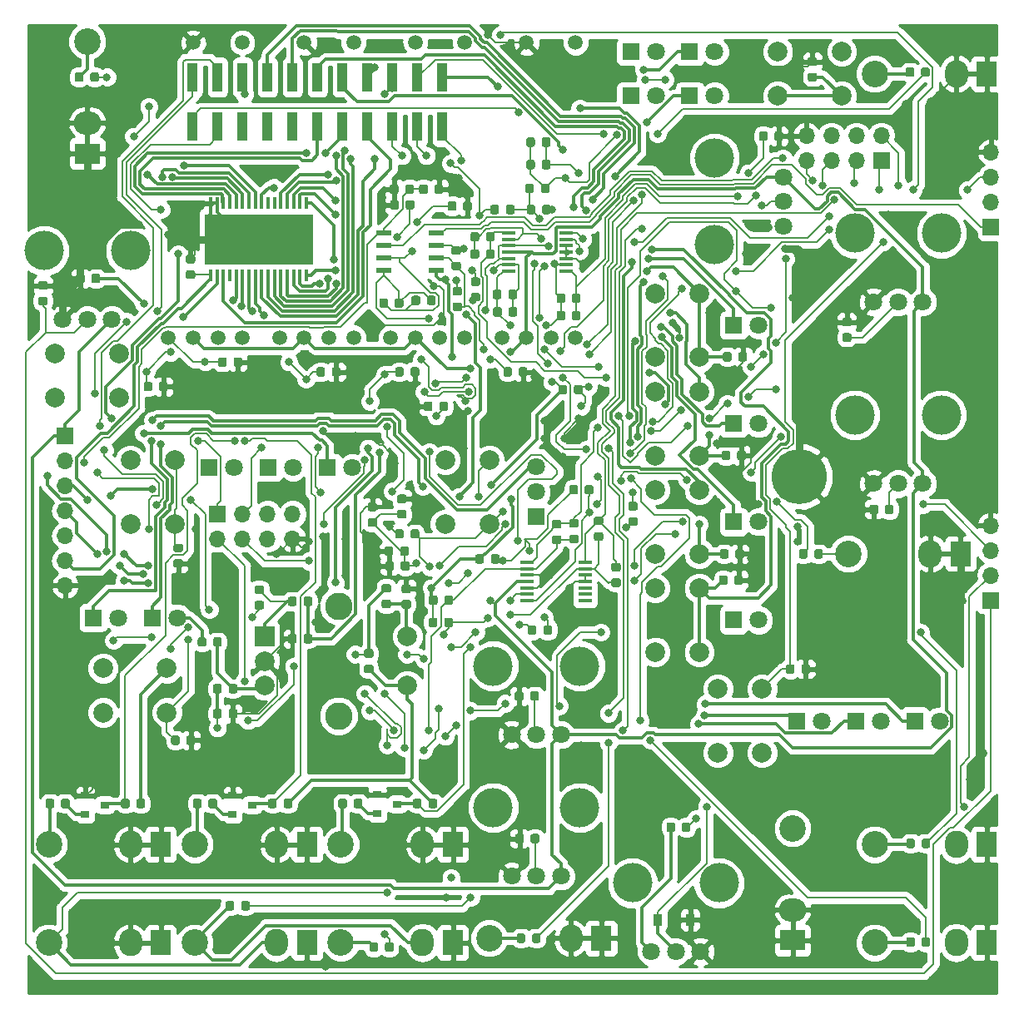
<source format=gbl>
G04 #@! TF.GenerationSoftware,KiCad,Pcbnew,(5.0.1-3-g963ef8bb5)*
G04 #@! TF.CreationDate,2018-11-12T23:43:35-05:00*
G04 #@! TF.ProjectId,EuroSID,4575726F5349442E6B696361645F7063,rev?*
G04 #@! TF.SameCoordinates,Original*
G04 #@! TF.FileFunction,Copper,L2,Bot,Signal*
G04 #@! TF.FilePolarity,Positive*
%FSLAX46Y46*%
G04 Gerber Fmt 4.6, Leading zero omitted, Abs format (unit mm)*
G04 Created by KiCad (PCBNEW (5.0.1-3-g963ef8bb5)) date Monday, November 12, 2018 at 11:43:35 PM*
%MOMM*%
%LPD*%
G01*
G04 APERTURE LIST*
G04 #@! TA.AperFunction,Conductor*
%ADD10C,0.100000*%
G04 #@! TD*
G04 #@! TA.AperFunction,SMDPad,CuDef*
%ADD11C,0.875000*%
G04 #@! TD*
G04 #@! TA.AperFunction,ViaPad*
%ADD12C,0.600000*%
G04 #@! TD*
G04 #@! TA.AperFunction,Conductor*
%ADD13R,11.000000X5.200000*%
G04 #@! TD*
G04 #@! TA.AperFunction,SMDPad,CuDef*
%ADD14R,0.400000X1.200000*%
G04 #@! TD*
G04 #@! TA.AperFunction,SMDPad,CuDef*
%ADD15R,1.450000X0.450000*%
G04 #@! TD*
G04 #@! TA.AperFunction,ComponentPad*
%ADD16C,1.800000*%
G04 #@! TD*
G04 #@! TA.AperFunction,ComponentPad*
%ADD17R,1.800000X1.800000*%
G04 #@! TD*
G04 #@! TA.AperFunction,WasherPad*
%ADD18C,4.000000*%
G04 #@! TD*
G04 #@! TA.AperFunction,ComponentPad*
%ADD19C,2.000000*%
G04 #@! TD*
G04 #@! TA.AperFunction,ComponentPad*
%ADD20C,2.800000*%
G04 #@! TD*
G04 #@! TA.AperFunction,ComponentPad*
%ADD21R,2.000000X2.000000*%
G04 #@! TD*
G04 #@! TA.AperFunction,ComponentPad*
%ADD22O,2.350000X2.800000*%
G04 #@! TD*
G04 #@! TA.AperFunction,ComponentPad*
%ADD23R,2.150000X2.600000*%
G04 #@! TD*
G04 #@! TA.AperFunction,ComponentPad*
%ADD24C,2.700000*%
G04 #@! TD*
G04 #@! TA.AperFunction,ComponentPad*
%ADD25O,2.800000X2.350000*%
G04 #@! TD*
G04 #@! TA.AperFunction,ComponentPad*
%ADD26R,2.600000X2.150000*%
G04 #@! TD*
G04 #@! TA.AperFunction,SMDPad,CuDef*
%ADD27R,0.900000X0.800000*%
G04 #@! TD*
G04 #@! TA.AperFunction,ComponentPad*
%ADD28O,1.700000X1.700000*%
G04 #@! TD*
G04 #@! TA.AperFunction,ComponentPad*
%ADD29R,1.700000X1.700000*%
G04 #@! TD*
G04 #@! TA.AperFunction,SMDPad,CuDef*
%ADD30R,1.000000X3.000000*%
G04 #@! TD*
G04 #@! TA.AperFunction,ComponentPad*
%ADD31C,1.500000*%
G04 #@! TD*
G04 #@! TA.AperFunction,SMDPad,CuDef*
%ADD32R,0.900000X1.200000*%
G04 #@! TD*
G04 #@! TA.AperFunction,SMDPad,CuDef*
%ADD33R,1.550000X0.600000*%
G04 #@! TD*
G04 #@! TA.AperFunction,ComponentPad*
%ADD34C,5.600000*%
G04 #@! TD*
G04 #@! TA.AperFunction,ViaPad*
%ADD35C,0.800000*%
G04 #@! TD*
G04 #@! TA.AperFunction,Conductor*
%ADD36C,0.750000*%
G04 #@! TD*
G04 #@! TA.AperFunction,Conductor*
%ADD37C,0.200000*%
G04 #@! TD*
G04 #@! TA.AperFunction,Conductor*
%ADD38C,0.300000*%
G04 #@! TD*
G04 #@! TA.AperFunction,Conductor*
%ADD39C,0.254000*%
G04 #@! TD*
G04 APERTURE END LIST*
D10*
G04 #@! TO.N,Net-(C32-Pad2)*
G04 #@! TO.C,R44*
G36*
X176847691Y-132874053D02*
X176868926Y-132877203D01*
X176889750Y-132882419D01*
X176909962Y-132889651D01*
X176929368Y-132898830D01*
X176947781Y-132909866D01*
X176965024Y-132922654D01*
X176980930Y-132937070D01*
X176995346Y-132952976D01*
X177008134Y-132970219D01*
X177019170Y-132988632D01*
X177028349Y-133008038D01*
X177035581Y-133028250D01*
X177040797Y-133049074D01*
X177043947Y-133070309D01*
X177045000Y-133091750D01*
X177045000Y-133604250D01*
X177043947Y-133625691D01*
X177040797Y-133646926D01*
X177035581Y-133667750D01*
X177028349Y-133687962D01*
X177019170Y-133707368D01*
X177008134Y-133725781D01*
X176995346Y-133743024D01*
X176980930Y-133758930D01*
X176965024Y-133773346D01*
X176947781Y-133786134D01*
X176929368Y-133797170D01*
X176909962Y-133806349D01*
X176889750Y-133813581D01*
X176868926Y-133818797D01*
X176847691Y-133821947D01*
X176826250Y-133823000D01*
X176388750Y-133823000D01*
X176367309Y-133821947D01*
X176346074Y-133818797D01*
X176325250Y-133813581D01*
X176305038Y-133806349D01*
X176285632Y-133797170D01*
X176267219Y-133786134D01*
X176249976Y-133773346D01*
X176234070Y-133758930D01*
X176219654Y-133743024D01*
X176206866Y-133725781D01*
X176195830Y-133707368D01*
X176186651Y-133687962D01*
X176179419Y-133667750D01*
X176174203Y-133646926D01*
X176171053Y-133625691D01*
X176170000Y-133604250D01*
X176170000Y-133091750D01*
X176171053Y-133070309D01*
X176174203Y-133049074D01*
X176179419Y-133028250D01*
X176186651Y-133008038D01*
X176195830Y-132988632D01*
X176206866Y-132970219D01*
X176219654Y-132952976D01*
X176234070Y-132937070D01*
X176249976Y-132922654D01*
X176267219Y-132909866D01*
X176285632Y-132898830D01*
X176305038Y-132889651D01*
X176325250Y-132882419D01*
X176346074Y-132877203D01*
X176367309Y-132874053D01*
X176388750Y-132873000D01*
X176826250Y-132873000D01*
X176847691Y-132874053D01*
X176847691Y-132874053D01*
G37*
D11*
G04 #@! TD*
G04 #@! TO.P,R44,2*
G04 #@! TO.N,Net-(C32-Pad2)*
X176607500Y-133348000D03*
D10*
G04 #@! TO.N,Net-(J10-PadT)*
G04 #@! TO.C,R44*
G36*
X175272691Y-132874053D02*
X175293926Y-132877203D01*
X175314750Y-132882419D01*
X175334962Y-132889651D01*
X175354368Y-132898830D01*
X175372781Y-132909866D01*
X175390024Y-132922654D01*
X175405930Y-132937070D01*
X175420346Y-132952976D01*
X175433134Y-132970219D01*
X175444170Y-132988632D01*
X175453349Y-133008038D01*
X175460581Y-133028250D01*
X175465797Y-133049074D01*
X175468947Y-133070309D01*
X175470000Y-133091750D01*
X175470000Y-133604250D01*
X175468947Y-133625691D01*
X175465797Y-133646926D01*
X175460581Y-133667750D01*
X175453349Y-133687962D01*
X175444170Y-133707368D01*
X175433134Y-133725781D01*
X175420346Y-133743024D01*
X175405930Y-133758930D01*
X175390024Y-133773346D01*
X175372781Y-133786134D01*
X175354368Y-133797170D01*
X175334962Y-133806349D01*
X175314750Y-133813581D01*
X175293926Y-133818797D01*
X175272691Y-133821947D01*
X175251250Y-133823000D01*
X174813750Y-133823000D01*
X174792309Y-133821947D01*
X174771074Y-133818797D01*
X174750250Y-133813581D01*
X174730038Y-133806349D01*
X174710632Y-133797170D01*
X174692219Y-133786134D01*
X174674976Y-133773346D01*
X174659070Y-133758930D01*
X174644654Y-133743024D01*
X174631866Y-133725781D01*
X174620830Y-133707368D01*
X174611651Y-133687962D01*
X174604419Y-133667750D01*
X174599203Y-133646926D01*
X174596053Y-133625691D01*
X174595000Y-133604250D01*
X174595000Y-133091750D01*
X174596053Y-133070309D01*
X174599203Y-133049074D01*
X174604419Y-133028250D01*
X174611651Y-133008038D01*
X174620830Y-132988632D01*
X174631866Y-132970219D01*
X174644654Y-132952976D01*
X174659070Y-132937070D01*
X174674976Y-132922654D01*
X174692219Y-132909866D01*
X174710632Y-132898830D01*
X174730038Y-132889651D01*
X174750250Y-132882419D01*
X174771074Y-132877203D01*
X174792309Y-132874053D01*
X174813750Y-132873000D01*
X175251250Y-132873000D01*
X175272691Y-132874053D01*
X175272691Y-132874053D01*
G37*
D11*
G04 #@! TD*
G04 #@! TO.P,R44,1*
G04 #@! TO.N,Net-(J10-PadT)*
X175032500Y-133348000D03*
D10*
G04 #@! TO.N,Net-(C33-Pad2)*
G04 #@! TO.C,R45*
G36*
X197510191Y-104026053D02*
X197531426Y-104029203D01*
X197552250Y-104034419D01*
X197572462Y-104041651D01*
X197591868Y-104050830D01*
X197610281Y-104061866D01*
X197627524Y-104074654D01*
X197643430Y-104089070D01*
X197657846Y-104104976D01*
X197670634Y-104122219D01*
X197681670Y-104140632D01*
X197690849Y-104160038D01*
X197698081Y-104180250D01*
X197703297Y-104201074D01*
X197706447Y-104222309D01*
X197707500Y-104243750D01*
X197707500Y-104756250D01*
X197706447Y-104777691D01*
X197703297Y-104798926D01*
X197698081Y-104819750D01*
X197690849Y-104839962D01*
X197681670Y-104859368D01*
X197670634Y-104877781D01*
X197657846Y-104895024D01*
X197643430Y-104910930D01*
X197627524Y-104925346D01*
X197610281Y-104938134D01*
X197591868Y-104949170D01*
X197572462Y-104958349D01*
X197552250Y-104965581D01*
X197531426Y-104970797D01*
X197510191Y-104973947D01*
X197488750Y-104975000D01*
X197051250Y-104975000D01*
X197029809Y-104973947D01*
X197008574Y-104970797D01*
X196987750Y-104965581D01*
X196967538Y-104958349D01*
X196948132Y-104949170D01*
X196929719Y-104938134D01*
X196912476Y-104925346D01*
X196896570Y-104910930D01*
X196882154Y-104895024D01*
X196869366Y-104877781D01*
X196858330Y-104859368D01*
X196849151Y-104839962D01*
X196841919Y-104819750D01*
X196836703Y-104798926D01*
X196833553Y-104777691D01*
X196832500Y-104756250D01*
X196832500Y-104243750D01*
X196833553Y-104222309D01*
X196836703Y-104201074D01*
X196841919Y-104180250D01*
X196849151Y-104160038D01*
X196858330Y-104140632D01*
X196869366Y-104122219D01*
X196882154Y-104104976D01*
X196896570Y-104089070D01*
X196912476Y-104074654D01*
X196929719Y-104061866D01*
X196948132Y-104050830D01*
X196967538Y-104041651D01*
X196987750Y-104034419D01*
X197008574Y-104029203D01*
X197029809Y-104026053D01*
X197051250Y-104025000D01*
X197488750Y-104025000D01*
X197510191Y-104026053D01*
X197510191Y-104026053D01*
G37*
D11*
G04 #@! TD*
G04 #@! TO.P,R45,2*
G04 #@! TO.N,Net-(C33-Pad2)*
X197270000Y-104500000D03*
D10*
G04 #@! TO.N,-10V_REF_IO*
G04 #@! TO.C,R45*
G36*
X195935191Y-104026053D02*
X195956426Y-104029203D01*
X195977250Y-104034419D01*
X195997462Y-104041651D01*
X196016868Y-104050830D01*
X196035281Y-104061866D01*
X196052524Y-104074654D01*
X196068430Y-104089070D01*
X196082846Y-104104976D01*
X196095634Y-104122219D01*
X196106670Y-104140632D01*
X196115849Y-104160038D01*
X196123081Y-104180250D01*
X196128297Y-104201074D01*
X196131447Y-104222309D01*
X196132500Y-104243750D01*
X196132500Y-104756250D01*
X196131447Y-104777691D01*
X196128297Y-104798926D01*
X196123081Y-104819750D01*
X196115849Y-104839962D01*
X196106670Y-104859368D01*
X196095634Y-104877781D01*
X196082846Y-104895024D01*
X196068430Y-104910930D01*
X196052524Y-104925346D01*
X196035281Y-104938134D01*
X196016868Y-104949170D01*
X195997462Y-104958349D01*
X195977250Y-104965581D01*
X195956426Y-104970797D01*
X195935191Y-104973947D01*
X195913750Y-104975000D01*
X195476250Y-104975000D01*
X195454809Y-104973947D01*
X195433574Y-104970797D01*
X195412750Y-104965581D01*
X195392538Y-104958349D01*
X195373132Y-104949170D01*
X195354719Y-104938134D01*
X195337476Y-104925346D01*
X195321570Y-104910930D01*
X195307154Y-104895024D01*
X195294366Y-104877781D01*
X195283330Y-104859368D01*
X195274151Y-104839962D01*
X195266919Y-104819750D01*
X195261703Y-104798926D01*
X195258553Y-104777691D01*
X195257500Y-104756250D01*
X195257500Y-104243750D01*
X195258553Y-104222309D01*
X195261703Y-104201074D01*
X195266919Y-104180250D01*
X195274151Y-104160038D01*
X195283330Y-104140632D01*
X195294366Y-104122219D01*
X195307154Y-104104976D01*
X195321570Y-104089070D01*
X195337476Y-104074654D01*
X195354719Y-104061866D01*
X195373132Y-104050830D01*
X195392538Y-104041651D01*
X195412750Y-104034419D01*
X195433574Y-104029203D01*
X195454809Y-104026053D01*
X195476250Y-104025000D01*
X195913750Y-104025000D01*
X195935191Y-104026053D01*
X195935191Y-104026053D01*
G37*
D11*
G04 #@! TD*
G04 #@! TO.P,R45,1*
G04 #@! TO.N,-10V_REF_IO*
X195695000Y-104500000D03*
D10*
G04 #@! TO.N,Net-(C33-Pad2)*
G04 #@! TO.C,R46*
G36*
X191478191Y-137065053D02*
X191499426Y-137068203D01*
X191520250Y-137073419D01*
X191540462Y-137080651D01*
X191559868Y-137089830D01*
X191578281Y-137100866D01*
X191595524Y-137113654D01*
X191611430Y-137128070D01*
X191625846Y-137143976D01*
X191638634Y-137161219D01*
X191649670Y-137179632D01*
X191658849Y-137199038D01*
X191666081Y-137219250D01*
X191671297Y-137240074D01*
X191674447Y-137261309D01*
X191675500Y-137282750D01*
X191675500Y-137795250D01*
X191674447Y-137816691D01*
X191671297Y-137837926D01*
X191666081Y-137858750D01*
X191658849Y-137878962D01*
X191649670Y-137898368D01*
X191638634Y-137916781D01*
X191625846Y-137934024D01*
X191611430Y-137949930D01*
X191595524Y-137964346D01*
X191578281Y-137977134D01*
X191559868Y-137988170D01*
X191540462Y-137997349D01*
X191520250Y-138004581D01*
X191499426Y-138009797D01*
X191478191Y-138012947D01*
X191456750Y-138014000D01*
X191019250Y-138014000D01*
X190997809Y-138012947D01*
X190976574Y-138009797D01*
X190955750Y-138004581D01*
X190935538Y-137997349D01*
X190916132Y-137988170D01*
X190897719Y-137977134D01*
X190880476Y-137964346D01*
X190864570Y-137949930D01*
X190850154Y-137934024D01*
X190837366Y-137916781D01*
X190826330Y-137898368D01*
X190817151Y-137878962D01*
X190809919Y-137858750D01*
X190804703Y-137837926D01*
X190801553Y-137816691D01*
X190800500Y-137795250D01*
X190800500Y-137282750D01*
X190801553Y-137261309D01*
X190804703Y-137240074D01*
X190809919Y-137219250D01*
X190817151Y-137199038D01*
X190826330Y-137179632D01*
X190837366Y-137161219D01*
X190850154Y-137143976D01*
X190864570Y-137128070D01*
X190880476Y-137113654D01*
X190897719Y-137100866D01*
X190916132Y-137089830D01*
X190935538Y-137080651D01*
X190955750Y-137073419D01*
X190976574Y-137068203D01*
X190997809Y-137065053D01*
X191019250Y-137064000D01*
X191456750Y-137064000D01*
X191478191Y-137065053D01*
X191478191Y-137065053D01*
G37*
D11*
G04 #@! TD*
G04 #@! TO.P,R46,2*
G04 #@! TO.N,Net-(C33-Pad2)*
X191238000Y-137539000D03*
D10*
G04 #@! TO.N,Net-(J11-PadT)*
G04 #@! TO.C,R46*
G36*
X189903191Y-137065053D02*
X189924426Y-137068203D01*
X189945250Y-137073419D01*
X189965462Y-137080651D01*
X189984868Y-137089830D01*
X190003281Y-137100866D01*
X190020524Y-137113654D01*
X190036430Y-137128070D01*
X190050846Y-137143976D01*
X190063634Y-137161219D01*
X190074670Y-137179632D01*
X190083849Y-137199038D01*
X190091081Y-137219250D01*
X190096297Y-137240074D01*
X190099447Y-137261309D01*
X190100500Y-137282750D01*
X190100500Y-137795250D01*
X190099447Y-137816691D01*
X190096297Y-137837926D01*
X190091081Y-137858750D01*
X190083849Y-137878962D01*
X190074670Y-137898368D01*
X190063634Y-137916781D01*
X190050846Y-137934024D01*
X190036430Y-137949930D01*
X190020524Y-137964346D01*
X190003281Y-137977134D01*
X189984868Y-137988170D01*
X189965462Y-137997349D01*
X189945250Y-138004581D01*
X189924426Y-138009797D01*
X189903191Y-138012947D01*
X189881750Y-138014000D01*
X189444250Y-138014000D01*
X189422809Y-138012947D01*
X189401574Y-138009797D01*
X189380750Y-138004581D01*
X189360538Y-137997349D01*
X189341132Y-137988170D01*
X189322719Y-137977134D01*
X189305476Y-137964346D01*
X189289570Y-137949930D01*
X189275154Y-137934024D01*
X189262366Y-137916781D01*
X189251330Y-137898368D01*
X189242151Y-137878962D01*
X189234919Y-137858750D01*
X189229703Y-137837926D01*
X189226553Y-137816691D01*
X189225500Y-137795250D01*
X189225500Y-137282750D01*
X189226553Y-137261309D01*
X189229703Y-137240074D01*
X189234919Y-137219250D01*
X189242151Y-137199038D01*
X189251330Y-137179632D01*
X189262366Y-137161219D01*
X189275154Y-137143976D01*
X189289570Y-137128070D01*
X189305476Y-137113654D01*
X189322719Y-137100866D01*
X189341132Y-137089830D01*
X189360538Y-137080651D01*
X189380750Y-137073419D01*
X189401574Y-137068203D01*
X189422809Y-137065053D01*
X189444250Y-137064000D01*
X189881750Y-137064000D01*
X189903191Y-137065053D01*
X189903191Y-137065053D01*
G37*
D11*
G04 #@! TD*
G04 #@! TO.P,R46,1*
G04 #@! TO.N,Net-(J11-PadT)*
X189663000Y-137539000D03*
D10*
G04 #@! TO.N,Net-(C34-Pad2)*
G04 #@! TO.C,R47*
G36*
X207454691Y-62008053D02*
X207475926Y-62011203D01*
X207496750Y-62016419D01*
X207516962Y-62023651D01*
X207536368Y-62032830D01*
X207554781Y-62043866D01*
X207572024Y-62056654D01*
X207587930Y-62071070D01*
X207602346Y-62086976D01*
X207615134Y-62104219D01*
X207626170Y-62122632D01*
X207635349Y-62142038D01*
X207642581Y-62162250D01*
X207647797Y-62183074D01*
X207650947Y-62204309D01*
X207652000Y-62225750D01*
X207652000Y-62738250D01*
X207650947Y-62759691D01*
X207647797Y-62780926D01*
X207642581Y-62801750D01*
X207635349Y-62821962D01*
X207626170Y-62841368D01*
X207615134Y-62859781D01*
X207602346Y-62877024D01*
X207587930Y-62892930D01*
X207572024Y-62907346D01*
X207554781Y-62920134D01*
X207536368Y-62931170D01*
X207516962Y-62940349D01*
X207496750Y-62947581D01*
X207475926Y-62952797D01*
X207454691Y-62955947D01*
X207433250Y-62957000D01*
X206995750Y-62957000D01*
X206974309Y-62955947D01*
X206953074Y-62952797D01*
X206932250Y-62947581D01*
X206912038Y-62940349D01*
X206892632Y-62931170D01*
X206874219Y-62920134D01*
X206856976Y-62907346D01*
X206841070Y-62892930D01*
X206826654Y-62877024D01*
X206813866Y-62859781D01*
X206802830Y-62841368D01*
X206793651Y-62821962D01*
X206786419Y-62801750D01*
X206781203Y-62780926D01*
X206778053Y-62759691D01*
X206777000Y-62738250D01*
X206777000Y-62225750D01*
X206778053Y-62204309D01*
X206781203Y-62183074D01*
X206786419Y-62162250D01*
X206793651Y-62142038D01*
X206802830Y-62122632D01*
X206813866Y-62104219D01*
X206826654Y-62086976D01*
X206841070Y-62071070D01*
X206856976Y-62056654D01*
X206874219Y-62043866D01*
X206892632Y-62032830D01*
X206912038Y-62023651D01*
X206932250Y-62016419D01*
X206953074Y-62011203D01*
X206974309Y-62008053D01*
X206995750Y-62007000D01*
X207433250Y-62007000D01*
X207454691Y-62008053D01*
X207454691Y-62008053D01*
G37*
D11*
G04 #@! TD*
G04 #@! TO.P,R47,2*
G04 #@! TO.N,Net-(C34-Pad2)*
X207214500Y-62482000D03*
D10*
G04 #@! TO.N,-10V_REF_IO*
G04 #@! TO.C,R47*
G36*
X205879691Y-62008053D02*
X205900926Y-62011203D01*
X205921750Y-62016419D01*
X205941962Y-62023651D01*
X205961368Y-62032830D01*
X205979781Y-62043866D01*
X205997024Y-62056654D01*
X206012930Y-62071070D01*
X206027346Y-62086976D01*
X206040134Y-62104219D01*
X206051170Y-62122632D01*
X206060349Y-62142038D01*
X206067581Y-62162250D01*
X206072797Y-62183074D01*
X206075947Y-62204309D01*
X206077000Y-62225750D01*
X206077000Y-62738250D01*
X206075947Y-62759691D01*
X206072797Y-62780926D01*
X206067581Y-62801750D01*
X206060349Y-62821962D01*
X206051170Y-62841368D01*
X206040134Y-62859781D01*
X206027346Y-62877024D01*
X206012930Y-62892930D01*
X205997024Y-62907346D01*
X205979781Y-62920134D01*
X205961368Y-62931170D01*
X205941962Y-62940349D01*
X205921750Y-62947581D01*
X205900926Y-62952797D01*
X205879691Y-62955947D01*
X205858250Y-62957000D01*
X205420750Y-62957000D01*
X205399309Y-62955947D01*
X205378074Y-62952797D01*
X205357250Y-62947581D01*
X205337038Y-62940349D01*
X205317632Y-62931170D01*
X205299219Y-62920134D01*
X205281976Y-62907346D01*
X205266070Y-62892930D01*
X205251654Y-62877024D01*
X205238866Y-62859781D01*
X205227830Y-62841368D01*
X205218651Y-62821962D01*
X205211419Y-62801750D01*
X205206203Y-62780926D01*
X205203053Y-62759691D01*
X205202000Y-62738250D01*
X205202000Y-62225750D01*
X205203053Y-62204309D01*
X205206203Y-62183074D01*
X205211419Y-62162250D01*
X205218651Y-62142038D01*
X205227830Y-62122632D01*
X205238866Y-62104219D01*
X205251654Y-62086976D01*
X205266070Y-62071070D01*
X205281976Y-62056654D01*
X205299219Y-62043866D01*
X205317632Y-62032830D01*
X205337038Y-62023651D01*
X205357250Y-62016419D01*
X205378074Y-62011203D01*
X205399309Y-62008053D01*
X205420750Y-62007000D01*
X205858250Y-62007000D01*
X205879691Y-62008053D01*
X205879691Y-62008053D01*
G37*
D11*
G04 #@! TD*
G04 #@! TO.P,R47,1*
G04 #@! TO.N,-10V_REF_IO*
X205639500Y-62482000D03*
D10*
G04 #@! TO.N,Net-(C34-Pad2)*
G04 #@! TO.C,R48*
G36*
X206438691Y-136176053D02*
X206459926Y-136179203D01*
X206480750Y-136184419D01*
X206500962Y-136191651D01*
X206520368Y-136200830D01*
X206538781Y-136211866D01*
X206556024Y-136224654D01*
X206571930Y-136239070D01*
X206586346Y-136254976D01*
X206599134Y-136272219D01*
X206610170Y-136290632D01*
X206619349Y-136310038D01*
X206626581Y-136330250D01*
X206631797Y-136351074D01*
X206634947Y-136372309D01*
X206636000Y-136393750D01*
X206636000Y-136906250D01*
X206634947Y-136927691D01*
X206631797Y-136948926D01*
X206626581Y-136969750D01*
X206619349Y-136989962D01*
X206610170Y-137009368D01*
X206599134Y-137027781D01*
X206586346Y-137045024D01*
X206571930Y-137060930D01*
X206556024Y-137075346D01*
X206538781Y-137088134D01*
X206520368Y-137099170D01*
X206500962Y-137108349D01*
X206480750Y-137115581D01*
X206459926Y-137120797D01*
X206438691Y-137123947D01*
X206417250Y-137125000D01*
X205979750Y-137125000D01*
X205958309Y-137123947D01*
X205937074Y-137120797D01*
X205916250Y-137115581D01*
X205896038Y-137108349D01*
X205876632Y-137099170D01*
X205858219Y-137088134D01*
X205840976Y-137075346D01*
X205825070Y-137060930D01*
X205810654Y-137045024D01*
X205797866Y-137027781D01*
X205786830Y-137009368D01*
X205777651Y-136989962D01*
X205770419Y-136969750D01*
X205765203Y-136948926D01*
X205762053Y-136927691D01*
X205761000Y-136906250D01*
X205761000Y-136393750D01*
X205762053Y-136372309D01*
X205765203Y-136351074D01*
X205770419Y-136330250D01*
X205777651Y-136310038D01*
X205786830Y-136290632D01*
X205797866Y-136272219D01*
X205810654Y-136254976D01*
X205825070Y-136239070D01*
X205840976Y-136224654D01*
X205858219Y-136211866D01*
X205876632Y-136200830D01*
X205896038Y-136191651D01*
X205916250Y-136184419D01*
X205937074Y-136179203D01*
X205958309Y-136176053D01*
X205979750Y-136175000D01*
X206417250Y-136175000D01*
X206438691Y-136176053D01*
X206438691Y-136176053D01*
G37*
D11*
G04 #@! TD*
G04 #@! TO.P,R48,2*
G04 #@! TO.N,Net-(C34-Pad2)*
X206198500Y-136650000D03*
D10*
G04 #@! TO.N,Net-(J12-PadT)*
G04 #@! TO.C,R48*
G36*
X204863691Y-136176053D02*
X204884926Y-136179203D01*
X204905750Y-136184419D01*
X204925962Y-136191651D01*
X204945368Y-136200830D01*
X204963781Y-136211866D01*
X204981024Y-136224654D01*
X204996930Y-136239070D01*
X205011346Y-136254976D01*
X205024134Y-136272219D01*
X205035170Y-136290632D01*
X205044349Y-136310038D01*
X205051581Y-136330250D01*
X205056797Y-136351074D01*
X205059947Y-136372309D01*
X205061000Y-136393750D01*
X205061000Y-136906250D01*
X205059947Y-136927691D01*
X205056797Y-136948926D01*
X205051581Y-136969750D01*
X205044349Y-136989962D01*
X205035170Y-137009368D01*
X205024134Y-137027781D01*
X205011346Y-137045024D01*
X204996930Y-137060930D01*
X204981024Y-137075346D01*
X204963781Y-137088134D01*
X204945368Y-137099170D01*
X204925962Y-137108349D01*
X204905750Y-137115581D01*
X204884926Y-137120797D01*
X204863691Y-137123947D01*
X204842250Y-137125000D01*
X204404750Y-137125000D01*
X204383309Y-137123947D01*
X204362074Y-137120797D01*
X204341250Y-137115581D01*
X204321038Y-137108349D01*
X204301632Y-137099170D01*
X204283219Y-137088134D01*
X204265976Y-137075346D01*
X204250070Y-137060930D01*
X204235654Y-137045024D01*
X204222866Y-137027781D01*
X204211830Y-137009368D01*
X204202651Y-136989962D01*
X204195419Y-136969750D01*
X204190203Y-136948926D01*
X204187053Y-136927691D01*
X204186000Y-136906250D01*
X204186000Y-136393750D01*
X204187053Y-136372309D01*
X204190203Y-136351074D01*
X204195419Y-136330250D01*
X204202651Y-136310038D01*
X204211830Y-136290632D01*
X204222866Y-136272219D01*
X204235654Y-136254976D01*
X204250070Y-136239070D01*
X204265976Y-136224654D01*
X204283219Y-136211866D01*
X204301632Y-136200830D01*
X204321038Y-136191651D01*
X204341250Y-136184419D01*
X204362074Y-136179203D01*
X204383309Y-136176053D01*
X204404750Y-136175000D01*
X204842250Y-136175000D01*
X204863691Y-136176053D01*
X204863691Y-136176053D01*
G37*
D11*
G04 #@! TD*
G04 #@! TO.P,R48,1*
G04 #@! TO.N,Net-(J12-PadT)*
X204623500Y-136650000D03*
D10*
G04 #@! TO.N,IN1_CV_IO*
G04 #@! TO.C,R49*
G36*
X211797691Y-90526053D02*
X211818926Y-90529203D01*
X211839750Y-90534419D01*
X211859962Y-90541651D01*
X211879368Y-90550830D01*
X211897781Y-90561866D01*
X211915024Y-90574654D01*
X211930930Y-90589070D01*
X211945346Y-90604976D01*
X211958134Y-90622219D01*
X211969170Y-90640632D01*
X211978349Y-90660038D01*
X211985581Y-90680250D01*
X211990797Y-90701074D01*
X211993947Y-90722309D01*
X211995000Y-90743750D01*
X211995000Y-91256250D01*
X211993947Y-91277691D01*
X211990797Y-91298926D01*
X211985581Y-91319750D01*
X211978349Y-91339962D01*
X211969170Y-91359368D01*
X211958134Y-91377781D01*
X211945346Y-91395024D01*
X211930930Y-91410930D01*
X211915024Y-91425346D01*
X211897781Y-91438134D01*
X211879368Y-91449170D01*
X211859962Y-91458349D01*
X211839750Y-91465581D01*
X211818926Y-91470797D01*
X211797691Y-91473947D01*
X211776250Y-91475000D01*
X211338750Y-91475000D01*
X211317309Y-91473947D01*
X211296074Y-91470797D01*
X211275250Y-91465581D01*
X211255038Y-91458349D01*
X211235632Y-91449170D01*
X211217219Y-91438134D01*
X211199976Y-91425346D01*
X211184070Y-91410930D01*
X211169654Y-91395024D01*
X211156866Y-91377781D01*
X211145830Y-91359368D01*
X211136651Y-91339962D01*
X211129419Y-91319750D01*
X211124203Y-91298926D01*
X211121053Y-91277691D01*
X211120000Y-91256250D01*
X211120000Y-90743750D01*
X211121053Y-90722309D01*
X211124203Y-90701074D01*
X211129419Y-90680250D01*
X211136651Y-90660038D01*
X211145830Y-90640632D01*
X211156866Y-90622219D01*
X211169654Y-90604976D01*
X211184070Y-90589070D01*
X211199976Y-90574654D01*
X211217219Y-90561866D01*
X211235632Y-90550830D01*
X211255038Y-90541651D01*
X211275250Y-90534419D01*
X211296074Y-90529203D01*
X211317309Y-90526053D01*
X211338750Y-90525000D01*
X211776250Y-90525000D01*
X211797691Y-90526053D01*
X211797691Y-90526053D01*
G37*
D11*
G04 #@! TD*
G04 #@! TO.P,R49,2*
G04 #@! TO.N,IN1_CV_IO*
X211557500Y-91000000D03*
D10*
G04 #@! TO.N,Net-(C31-Pad2)*
G04 #@! TO.C,R49*
G36*
X210222691Y-90526053D02*
X210243926Y-90529203D01*
X210264750Y-90534419D01*
X210284962Y-90541651D01*
X210304368Y-90550830D01*
X210322781Y-90561866D01*
X210340024Y-90574654D01*
X210355930Y-90589070D01*
X210370346Y-90604976D01*
X210383134Y-90622219D01*
X210394170Y-90640632D01*
X210403349Y-90660038D01*
X210410581Y-90680250D01*
X210415797Y-90701074D01*
X210418947Y-90722309D01*
X210420000Y-90743750D01*
X210420000Y-91256250D01*
X210418947Y-91277691D01*
X210415797Y-91298926D01*
X210410581Y-91319750D01*
X210403349Y-91339962D01*
X210394170Y-91359368D01*
X210383134Y-91377781D01*
X210370346Y-91395024D01*
X210355930Y-91410930D01*
X210340024Y-91425346D01*
X210322781Y-91438134D01*
X210304368Y-91449170D01*
X210284962Y-91458349D01*
X210264750Y-91465581D01*
X210243926Y-91470797D01*
X210222691Y-91473947D01*
X210201250Y-91475000D01*
X209763750Y-91475000D01*
X209742309Y-91473947D01*
X209721074Y-91470797D01*
X209700250Y-91465581D01*
X209680038Y-91458349D01*
X209660632Y-91449170D01*
X209642219Y-91438134D01*
X209624976Y-91425346D01*
X209609070Y-91410930D01*
X209594654Y-91395024D01*
X209581866Y-91377781D01*
X209570830Y-91359368D01*
X209561651Y-91339962D01*
X209554419Y-91319750D01*
X209549203Y-91298926D01*
X209546053Y-91277691D01*
X209545000Y-91256250D01*
X209545000Y-90743750D01*
X209546053Y-90722309D01*
X209549203Y-90701074D01*
X209554419Y-90680250D01*
X209561651Y-90660038D01*
X209570830Y-90640632D01*
X209581866Y-90622219D01*
X209594654Y-90604976D01*
X209609070Y-90589070D01*
X209624976Y-90574654D01*
X209642219Y-90561866D01*
X209660632Y-90550830D01*
X209680038Y-90541651D01*
X209700250Y-90534419D01*
X209721074Y-90529203D01*
X209742309Y-90526053D01*
X209763750Y-90525000D01*
X210201250Y-90525000D01*
X210222691Y-90526053D01*
X210222691Y-90526053D01*
G37*
D11*
G04 #@! TD*
G04 #@! TO.P,R49,1*
G04 #@! TO.N,Net-(C31-Pad2)*
X209982500Y-91000000D03*
D10*
G04 #@! TO.N,IN2_CV_IO*
G04 #@! TO.C,R50*
G36*
X210297691Y-93988553D02*
X210318926Y-93991703D01*
X210339750Y-93996919D01*
X210359962Y-94004151D01*
X210379368Y-94013330D01*
X210397781Y-94024366D01*
X210415024Y-94037154D01*
X210430930Y-94051570D01*
X210445346Y-94067476D01*
X210458134Y-94084719D01*
X210469170Y-94103132D01*
X210478349Y-94122538D01*
X210485581Y-94142750D01*
X210490797Y-94163574D01*
X210493947Y-94184809D01*
X210495000Y-94206250D01*
X210495000Y-94643750D01*
X210493947Y-94665191D01*
X210490797Y-94686426D01*
X210485581Y-94707250D01*
X210478349Y-94727462D01*
X210469170Y-94746868D01*
X210458134Y-94765281D01*
X210445346Y-94782524D01*
X210430930Y-94798430D01*
X210415024Y-94812846D01*
X210397781Y-94825634D01*
X210379368Y-94836670D01*
X210359962Y-94845849D01*
X210339750Y-94853081D01*
X210318926Y-94858297D01*
X210297691Y-94861447D01*
X210276250Y-94862500D01*
X209763750Y-94862500D01*
X209742309Y-94861447D01*
X209721074Y-94858297D01*
X209700250Y-94853081D01*
X209680038Y-94845849D01*
X209660632Y-94836670D01*
X209642219Y-94825634D01*
X209624976Y-94812846D01*
X209609070Y-94798430D01*
X209594654Y-94782524D01*
X209581866Y-94765281D01*
X209570830Y-94746868D01*
X209561651Y-94727462D01*
X209554419Y-94707250D01*
X209549203Y-94686426D01*
X209546053Y-94665191D01*
X209545000Y-94643750D01*
X209545000Y-94206250D01*
X209546053Y-94184809D01*
X209549203Y-94163574D01*
X209554419Y-94142750D01*
X209561651Y-94122538D01*
X209570830Y-94103132D01*
X209581866Y-94084719D01*
X209594654Y-94067476D01*
X209609070Y-94051570D01*
X209624976Y-94037154D01*
X209642219Y-94024366D01*
X209660632Y-94013330D01*
X209680038Y-94004151D01*
X209700250Y-93996919D01*
X209721074Y-93991703D01*
X209742309Y-93988553D01*
X209763750Y-93987500D01*
X210276250Y-93987500D01*
X210297691Y-93988553D01*
X210297691Y-93988553D01*
G37*
D11*
G04 #@! TD*
G04 #@! TO.P,R50,2*
G04 #@! TO.N,IN2_CV_IO*
X210020000Y-94425000D03*
D10*
G04 #@! TO.N,Net-(C32-Pad2)*
G04 #@! TO.C,R50*
G36*
X210297691Y-95563553D02*
X210318926Y-95566703D01*
X210339750Y-95571919D01*
X210359962Y-95579151D01*
X210379368Y-95588330D01*
X210397781Y-95599366D01*
X210415024Y-95612154D01*
X210430930Y-95626570D01*
X210445346Y-95642476D01*
X210458134Y-95659719D01*
X210469170Y-95678132D01*
X210478349Y-95697538D01*
X210485581Y-95717750D01*
X210490797Y-95738574D01*
X210493947Y-95759809D01*
X210495000Y-95781250D01*
X210495000Y-96218750D01*
X210493947Y-96240191D01*
X210490797Y-96261426D01*
X210485581Y-96282250D01*
X210478349Y-96302462D01*
X210469170Y-96321868D01*
X210458134Y-96340281D01*
X210445346Y-96357524D01*
X210430930Y-96373430D01*
X210415024Y-96387846D01*
X210397781Y-96400634D01*
X210379368Y-96411670D01*
X210359962Y-96420849D01*
X210339750Y-96428081D01*
X210318926Y-96433297D01*
X210297691Y-96436447D01*
X210276250Y-96437500D01*
X209763750Y-96437500D01*
X209742309Y-96436447D01*
X209721074Y-96433297D01*
X209700250Y-96428081D01*
X209680038Y-96420849D01*
X209660632Y-96411670D01*
X209642219Y-96400634D01*
X209624976Y-96387846D01*
X209609070Y-96373430D01*
X209594654Y-96357524D01*
X209581866Y-96340281D01*
X209570830Y-96321868D01*
X209561651Y-96302462D01*
X209554419Y-96282250D01*
X209549203Y-96261426D01*
X209546053Y-96240191D01*
X209545000Y-96218750D01*
X209545000Y-95781250D01*
X209546053Y-95759809D01*
X209549203Y-95738574D01*
X209554419Y-95717750D01*
X209561651Y-95697538D01*
X209570830Y-95678132D01*
X209581866Y-95659719D01*
X209594654Y-95642476D01*
X209609070Y-95626570D01*
X209624976Y-95612154D01*
X209642219Y-95599366D01*
X209660632Y-95588330D01*
X209680038Y-95579151D01*
X209700250Y-95571919D01*
X209721074Y-95566703D01*
X209742309Y-95563553D01*
X209763750Y-95562500D01*
X210276250Y-95562500D01*
X210297691Y-95563553D01*
X210297691Y-95563553D01*
G37*
D11*
G04 #@! TD*
G04 #@! TO.P,R50,1*
G04 #@! TO.N,Net-(C32-Pad2)*
X210020000Y-96000000D03*
D10*
G04 #@! TO.N,IN3_CV_IO*
G04 #@! TO.C,R51*
G36*
X212797691Y-93738553D02*
X212818926Y-93741703D01*
X212839750Y-93746919D01*
X212859962Y-93754151D01*
X212879368Y-93763330D01*
X212897781Y-93774366D01*
X212915024Y-93787154D01*
X212930930Y-93801570D01*
X212945346Y-93817476D01*
X212958134Y-93834719D01*
X212969170Y-93853132D01*
X212978349Y-93872538D01*
X212985581Y-93892750D01*
X212990797Y-93913574D01*
X212993947Y-93934809D01*
X212995000Y-93956250D01*
X212995000Y-94393750D01*
X212993947Y-94415191D01*
X212990797Y-94436426D01*
X212985581Y-94457250D01*
X212978349Y-94477462D01*
X212969170Y-94496868D01*
X212958134Y-94515281D01*
X212945346Y-94532524D01*
X212930930Y-94548430D01*
X212915024Y-94562846D01*
X212897781Y-94575634D01*
X212879368Y-94586670D01*
X212859962Y-94595849D01*
X212839750Y-94603081D01*
X212818926Y-94608297D01*
X212797691Y-94611447D01*
X212776250Y-94612500D01*
X212263750Y-94612500D01*
X212242309Y-94611447D01*
X212221074Y-94608297D01*
X212200250Y-94603081D01*
X212180038Y-94595849D01*
X212160632Y-94586670D01*
X212142219Y-94575634D01*
X212124976Y-94562846D01*
X212109070Y-94548430D01*
X212094654Y-94532524D01*
X212081866Y-94515281D01*
X212070830Y-94496868D01*
X212061651Y-94477462D01*
X212054419Y-94457250D01*
X212049203Y-94436426D01*
X212046053Y-94415191D01*
X212045000Y-94393750D01*
X212045000Y-93956250D01*
X212046053Y-93934809D01*
X212049203Y-93913574D01*
X212054419Y-93892750D01*
X212061651Y-93872538D01*
X212070830Y-93853132D01*
X212081866Y-93834719D01*
X212094654Y-93817476D01*
X212109070Y-93801570D01*
X212124976Y-93787154D01*
X212142219Y-93774366D01*
X212160632Y-93763330D01*
X212180038Y-93754151D01*
X212200250Y-93746919D01*
X212221074Y-93741703D01*
X212242309Y-93738553D01*
X212263750Y-93737500D01*
X212776250Y-93737500D01*
X212797691Y-93738553D01*
X212797691Y-93738553D01*
G37*
D11*
G04 #@! TD*
G04 #@! TO.P,R51,2*
G04 #@! TO.N,IN3_CV_IO*
X212520000Y-94175000D03*
D10*
G04 #@! TO.N,Net-(C33-Pad2)*
G04 #@! TO.C,R51*
G36*
X212797691Y-95313553D02*
X212818926Y-95316703D01*
X212839750Y-95321919D01*
X212859962Y-95329151D01*
X212879368Y-95338330D01*
X212897781Y-95349366D01*
X212915024Y-95362154D01*
X212930930Y-95376570D01*
X212945346Y-95392476D01*
X212958134Y-95409719D01*
X212969170Y-95428132D01*
X212978349Y-95447538D01*
X212985581Y-95467750D01*
X212990797Y-95488574D01*
X212993947Y-95509809D01*
X212995000Y-95531250D01*
X212995000Y-95968750D01*
X212993947Y-95990191D01*
X212990797Y-96011426D01*
X212985581Y-96032250D01*
X212978349Y-96052462D01*
X212969170Y-96071868D01*
X212958134Y-96090281D01*
X212945346Y-96107524D01*
X212930930Y-96123430D01*
X212915024Y-96137846D01*
X212897781Y-96150634D01*
X212879368Y-96161670D01*
X212859962Y-96170849D01*
X212839750Y-96178081D01*
X212818926Y-96183297D01*
X212797691Y-96186447D01*
X212776250Y-96187500D01*
X212263750Y-96187500D01*
X212242309Y-96186447D01*
X212221074Y-96183297D01*
X212200250Y-96178081D01*
X212180038Y-96170849D01*
X212160632Y-96161670D01*
X212142219Y-96150634D01*
X212124976Y-96137846D01*
X212109070Y-96123430D01*
X212094654Y-96107524D01*
X212081866Y-96090281D01*
X212070830Y-96071868D01*
X212061651Y-96052462D01*
X212054419Y-96032250D01*
X212049203Y-96011426D01*
X212046053Y-95990191D01*
X212045000Y-95968750D01*
X212045000Y-95531250D01*
X212046053Y-95509809D01*
X212049203Y-95488574D01*
X212054419Y-95467750D01*
X212061651Y-95447538D01*
X212070830Y-95428132D01*
X212081866Y-95409719D01*
X212094654Y-95392476D01*
X212109070Y-95376570D01*
X212124976Y-95362154D01*
X212142219Y-95349366D01*
X212160632Y-95338330D01*
X212180038Y-95329151D01*
X212200250Y-95321919D01*
X212221074Y-95316703D01*
X212242309Y-95313553D01*
X212263750Y-95312500D01*
X212776250Y-95312500D01*
X212797691Y-95313553D01*
X212797691Y-95313553D01*
G37*
D11*
G04 #@! TD*
G04 #@! TO.P,R51,1*
G04 #@! TO.N,Net-(C33-Pad2)*
X212520000Y-95750000D03*
D12*
G04 #@! TO.N,GND*
G04 #@! TO.C,U1*
X183145000Y-66250000D03*
X183145000Y-67750000D03*
X183145000Y-63250000D03*
X183145000Y-64750000D03*
X181845000Y-66250000D03*
X180545000Y-66250000D03*
X180545000Y-64750000D03*
X180545000Y-63250000D03*
X181845000Y-64750000D03*
X181845000Y-67750000D03*
X181845000Y-63250000D03*
X180545000Y-67750000D03*
X179245000Y-66250000D03*
X177945000Y-66250000D03*
X177945000Y-64750000D03*
X177945000Y-63250000D03*
X179245000Y-64750000D03*
X179245000Y-67750000D03*
X179245000Y-63250000D03*
X177945000Y-67750000D03*
X176645000Y-66250000D03*
X175345000Y-66250000D03*
X175345000Y-64750000D03*
X175345000Y-63250000D03*
X176645000Y-64750000D03*
X176645000Y-67750000D03*
X176645000Y-63250000D03*
X175345000Y-67750000D03*
X174045000Y-67750000D03*
X174045000Y-66250000D03*
X174045000Y-64750000D03*
X174045000Y-63250000D03*
X172745000Y-67750000D03*
X172745000Y-66250000D03*
X172745000Y-64750000D03*
X172745000Y-63250000D03*
D13*
X177945000Y-65500000D03*
D14*
G04 #@! TD*
G04 #@! TO.P,U1,32*
G04 #@! TO.N,5V_IO*
X173070000Y-69150000D03*
G04 #@! TO.P,U1,31*
G04 #@! TO.N,Net-(R1-Pad2)*
X173720000Y-69150000D03*
G04 #@! TO.P,U1,30*
G04 #@! TO.N,LED_LATCH_IO*
X174370000Y-69150000D03*
G04 #@! TO.P,U1,29*
G04 #@! TO.N,N/C*
X175020000Y-69150000D03*
G04 #@! TO.P,U1,28*
G04 #@! TO.N,Net-(RV8-PadE)*
X175670000Y-69150000D03*
G04 #@! TO.P,U1,27*
G04 #@! TO.N,Net-(RV7-PadE)*
X176320000Y-69150000D03*
G04 #@! TO.P,U1,26*
G04 #@! TO.N,Net-(RV6-PadE)*
X176970000Y-69150000D03*
G04 #@! TO.P,U1,25*
G04 #@! TO.N,Net-(RV5-PadE)*
X177620000Y-69150000D03*
G04 #@! TO.P,U1,24*
G04 #@! TO.N,Net-(D21-Pad1)*
X178270000Y-69150000D03*
G04 #@! TO.P,U1,23*
G04 #@! TO.N,Net-(D16-Pad1)*
X178920000Y-69150000D03*
G04 #@! TO.P,U1,22*
G04 #@! TO.N,Net-(D10-Pad1)*
X179570000Y-69150000D03*
G04 #@! TO.P,U1,21*
G04 #@! TO.N,Net-(D4-Pad1)*
X180220000Y-69150000D03*
G04 #@! TO.P,U1,20*
G04 #@! TO.N,Net-(D20-Pad1)*
X180870000Y-69150000D03*
G04 #@! TO.P,U1,19*
G04 #@! TO.N,Net-(D15-Pad1)*
X181520000Y-69150000D03*
G04 #@! TO.P,U1,18*
G04 #@! TO.N,Net-(D9-Pad1)*
X182170000Y-69150000D03*
G04 #@! TO.P,U1,17*
G04 #@! TO.N,Net-(D3-Pad1)*
X182820000Y-69150000D03*
G04 #@! TO.P,U1,16*
G04 #@! TO.N,Net-(D19-Pad1)*
X182820000Y-61850000D03*
G04 #@! TO.P,U1,15*
G04 #@! TO.N,Net-(D14-Pad1)*
X182170000Y-61850000D03*
G04 #@! TO.P,U1,14*
G04 #@! TO.N,Net-(D8-Pad1)*
X181520000Y-61850000D03*
G04 #@! TO.P,U1,13*
G04 #@! TO.N,Net-(D2-Pad1)*
X180870000Y-61850000D03*
G04 #@! TO.P,U1,12*
G04 #@! TO.N,Net-(D18-Pad1)*
X180220000Y-61850000D03*
G04 #@! TO.P,U1,11*
G04 #@! TO.N,N/C*
X179570000Y-61850000D03*
G04 #@! TO.P,U1,10*
X178920000Y-61850000D03*
G04 #@! TO.P,U1,9*
G04 #@! TO.N,Net-(D23-Pad1)*
X178270000Y-61850000D03*
G04 #@! TO.P,U1,8*
G04 #@! TO.N,Net-(D23-Pad3)*
X177620000Y-61850000D03*
G04 #@! TO.P,U1,7*
G04 #@! TO.N,Net-(D12-Pad1)*
X176970000Y-61850000D03*
G04 #@! TO.P,U1,6*
G04 #@! TO.N,Net-(D6-Pad1)*
X176320000Y-61850000D03*
G04 #@! TO.P,U1,5*
G04 #@! TO.N,Net-(D1-Pad1)*
X175670000Y-61850000D03*
G04 #@! TO.P,U1,4*
G04 #@! TO.N,LED_DATA_IO*
X175020000Y-61850000D03*
G04 #@! TO.P,U1,3*
G04 #@! TO.N,LED_CLK_IO*
X174370000Y-61850000D03*
G04 #@! TO.P,U1,2*
G04 #@! TO.N,GND*
X173720000Y-61850000D03*
G04 #@! TO.P,U1,1*
X173070000Y-61850000D03*
G04 #@! TD*
D15*
G04 #@! TO.P,U3,14*
G04 #@! TO.N,PWM_CV_IO*
X209250000Y-68750000D03*
G04 #@! TO.P,U3,13*
G04 #@! TO.N,Net-(C34-Pad2)*
X209250000Y-68100000D03*
G04 #@! TO.P,U3,12*
G04 #@! TO.N,GND*
X209250000Y-67450000D03*
G04 #@! TO.P,U3,11*
X209250000Y-66800000D03*
G04 #@! TO.P,U3,10*
X209250000Y-66150000D03*
G04 #@! TO.P,U3,9*
G04 #@! TO.N,Net-(C28-Pad2)*
X209250000Y-65500000D03*
G04 #@! TO.P,U3,8*
G04 #@! TO.N,SHAPE_CV_IO*
X209250000Y-64850000D03*
G04 #@! TO.P,U3,7*
G04 #@! TO.N,CUTOFF_CV_IO*
X203350000Y-64850000D03*
G04 #@! TO.P,U3,6*
G04 #@! TO.N,Net-(C29-Pad2)*
X203350000Y-65500000D03*
G04 #@! TO.P,U3,5*
G04 #@! TO.N,GND*
X203350000Y-66150000D03*
G04 #@! TO.P,U3,4*
G04 #@! TO.N,3.3A_IO*
X203350000Y-66800000D03*
G04 #@! TO.P,U3,3*
G04 #@! TO.N,GND*
X203350000Y-67450000D03*
G04 #@! TO.P,U3,2*
G04 #@! TO.N,Net-(C30-Pad2)*
X203350000Y-68100000D03*
G04 #@! TO.P,U3,1*
G04 #@! TO.N,SET_CV_IO*
X203350000Y-68750000D03*
G04 #@! TD*
D16*
G04 #@! TO.P,D9,2*
G04 #@! TO.N,3.3_IO*
X241200500Y-114531500D03*
D17*
G04 #@! TO.P,D9,1*
G04 #@! TO.N,Net-(D9-Pad1)*
X238660500Y-114531500D03*
G04 #@! TD*
D16*
G04 #@! TO.P,D10,2*
G04 #@! TO.N,3.3_IO*
X224334600Y-46413000D03*
D17*
G04 #@! TO.P,D10,1*
G04 #@! TO.N,Net-(D10-Pad1)*
X221794600Y-46413000D03*
G04 #@! TD*
D16*
G04 #@! TO.P,D12,2*
G04 #@! TO.N,3.3_IO*
X187452300Y-88733700D03*
D17*
G04 #@! TO.P,D12,1*
G04 #@! TO.N,Net-(D12-Pad1)*
X184912300Y-88733700D03*
G04 #@! TD*
D16*
G04 #@! TO.P,D14,2*
G04 #@! TO.N,3.3_IO*
X228806600Y-104267000D03*
D17*
G04 #@! TO.P,D14,1*
G04 #@! TO.N,Net-(D14-Pad1)*
X226266600Y-104267000D03*
G04 #@! TD*
D16*
G04 #@! TO.P,D15,2*
G04 #@! TO.N,3.3_IO*
X163660600Y-104039500D03*
D17*
G04 #@! TO.P,D15,1*
G04 #@! TO.N,Net-(D15-Pad1)*
X161120600Y-104039500D03*
G04 #@! TD*
D16*
G04 #@! TO.P,D16,2*
G04 #@! TO.N,3.3_IO*
X218334600Y-50913000D03*
D17*
G04 #@! TO.P,D16,1*
G04 #@! TO.N,Net-(D16-Pad1)*
X215794600Y-50913000D03*
G04 #@! TD*
D16*
G04 #@! TO.P,D18,2*
G04 #@! TO.N,3.3_IO*
X228806600Y-74267000D03*
D17*
G04 #@! TO.P,D18,1*
G04 #@! TO.N,Net-(D18-Pad1)*
X226266600Y-74267000D03*
G04 #@! TD*
D16*
G04 #@! TO.P,D20,2*
G04 #@! TO.N,3.3_IO*
X169660600Y-104039500D03*
D17*
G04 #@! TO.P,D20,1*
G04 #@! TO.N,Net-(D20-Pad1)*
X167120600Y-104039500D03*
G04 #@! TD*
D16*
G04 #@! TO.P,D21,2*
G04 #@! TO.N,3.3_IO*
X224334600Y-50913000D03*
D17*
G04 #@! TO.P,D21,1*
G04 #@! TO.N,Net-(D21-Pad1)*
X221794600Y-50913000D03*
G04 #@! TD*
D16*
G04 #@! TO.P,D2,2*
G04 #@! TO.N,3.3_IO*
X228806600Y-84267000D03*
D17*
G04 #@! TO.P,D2,1*
G04 #@! TO.N,Net-(D2-Pad1)*
X226266600Y-84267000D03*
G04 #@! TD*
D16*
G04 #@! TO.P,D19,2*
G04 #@! TO.N,3.3_IO*
X235200500Y-114531500D03*
D17*
G04 #@! TO.P,D19,1*
G04 #@! TO.N,Net-(D19-Pad1)*
X232660500Y-114531500D03*
G04 #@! TD*
D18*
G04 #@! TO.P,RV1,*
G04 #@! TO.N,*
X224314900Y-57250700D03*
X224314900Y-66050700D03*
D16*
G04 #@! TO.P,RV1,1*
G04 #@! TO.N,3.3A_IO*
X231314900Y-59150700D03*
G04 #@! TO.P,RV1,2*
G04 #@! TO.N,RESONANCE_IO*
X231314900Y-61650700D03*
G04 #@! TO.P,RV1,3*
G04 #@! TO.N,GND*
X231314900Y-64150700D03*
G04 #@! TD*
D18*
G04 #@! TO.P,RV2,*
G04 #@! TO.N,*
X210613600Y-108935100D03*
X201813600Y-108935100D03*
D16*
G04 #@! TO.P,RV2,1*
G04 #@! TO.N,3.3A_IO*
X208713600Y-115935100D03*
G04 #@! TO.P,RV2,2*
G04 #@! TO.N,PWM_IO*
X206213600Y-115935100D03*
G04 #@! TO.P,RV2,3*
G04 #@! TO.N,GND*
X203713600Y-115935100D03*
G04 #@! TD*
D18*
G04 #@! TO.P,RV3,*
G04 #@! TO.N,*
X247388300Y-83386400D03*
X238588300Y-83386400D03*
D16*
G04 #@! TO.P,RV3,1*
G04 #@! TO.N,3.3A_IO*
X245488300Y-90386400D03*
G04 #@! TO.P,RV3,2*
G04 #@! TO.N,FREQ_ATTEN_IO*
X242988300Y-90386400D03*
G04 #@! TO.P,RV3,3*
G04 #@! TO.N,GND*
X240488300Y-90386400D03*
G04 #@! TD*
D18*
G04 #@! TO.P,RV4,*
G04 #@! TO.N,*
X247388300Y-64893000D03*
X238588300Y-64893000D03*
D16*
G04 #@! TO.P,RV4,1*
G04 #@! TO.N,3.3A_IO*
X245488300Y-71893000D03*
G04 #@! TO.P,RV4,2*
G04 #@! TO.N,CUTOFF_IO*
X242988300Y-71893000D03*
G04 #@! TO.P,RV4,3*
G04 #@! TO.N,GND*
X240488300Y-71893000D03*
G04 #@! TD*
D18*
G04 #@! TO.P,RV9,*
G04 #@! TO.N,*
X224769300Y-131018100D03*
X215969300Y-131018100D03*
D16*
G04 #@! TO.P,RV9,1*
G04 #@! TO.N,GND*
X222869300Y-138018100D03*
G04 #@! TO.P,RV9,2*
G04 #@! TO.N,SID1_EXT_IO*
X220369300Y-138018100D03*
G04 #@! TO.P,RV9,3*
G04 #@! TO.N,Net-(R40-Pad1)*
X217869300Y-138018100D03*
G04 #@! TD*
D18*
G04 #@! TO.P,RV10,*
G04 #@! TO.N,*
X164929600Y-66666500D03*
X156129600Y-66666500D03*
D16*
G04 #@! TO.P,RV10,1*
G04 #@! TO.N,3.3A_IO*
X163029600Y-73666500D03*
G04 #@! TO.P,RV10,2*
G04 #@! TO.N,SET_ATTEN_IO*
X160529600Y-73666500D03*
G04 #@! TO.P,RV10,3*
G04 #@! TO.N,GND*
X158029600Y-73666500D03*
G04 #@! TD*
D18*
G04 #@! TO.P,RV11,*
G04 #@! TO.N,*
X210613600Y-123335100D03*
X201813600Y-123335100D03*
D16*
G04 #@! TO.P,RV11,1*
G04 #@! TO.N,3.3A_IO*
X208713600Y-130335100D03*
G04 #@! TO.P,RV11,2*
G04 #@! TO.N,PWM_ATTEN_IO*
X206213600Y-130335100D03*
G04 #@! TO.P,RV11,3*
G04 #@! TO.N,GND*
X203713600Y-130335100D03*
G04 #@! TD*
D19*
G04 #@! TO.P,SW1,S2*
G04 #@! TO.N,3.3_IO*
X193075400Y-110935100D03*
G04 #@! TO.P,SW1,S1*
G04 #@! TO.N,Net-(R6-Pad1)*
X193075400Y-105935100D03*
D20*
G04 #@! TO.P,SW1,MP*
G04 #@! TO.N,N/C*
X186075400Y-114035100D03*
X186075400Y-102835100D03*
D19*
G04 #@! TO.P,SW1,B*
G04 #@! TO.N,Net-(R3-Pad1)*
X178575400Y-110935100D03*
G04 #@! TO.P,SW1,C*
G04 #@! TO.N,GND*
X178575400Y-108435100D03*
D21*
G04 #@! TO.P,SW1,A*
G04 #@! TO.N,Net-(R2-Pad1)*
X178575400Y-105935100D03*
G04 #@! TD*
D22*
G04 #@! TO.P,J1,TN*
G04 #@! TO.N,GND*
X179763600Y-127103300D03*
D23*
G04 #@! TO.P,J1,S*
X182863600Y-127103300D03*
D24*
G04 #@! TO.P,J1,T*
G04 #@! TO.N,Net-(J1-PadT)*
X171463600Y-127103300D03*
G04 #@! TD*
D22*
G04 #@! TO.P,J2,TN*
G04 #@! TO.N,GND*
X194613600Y-127103300D03*
D23*
G04 #@! TO.P,J2,S*
X197713600Y-127103300D03*
D24*
G04 #@! TO.P,J2,T*
G04 #@! TO.N,Net-(J2-PadT)*
X186313600Y-127103300D03*
G04 #@! TD*
D22*
G04 #@! TO.P,J3,TN*
G04 #@! TO.N,GND*
X164913600Y-127103300D03*
D23*
G04 #@! TO.P,J3,S*
X168013600Y-127103300D03*
D24*
G04 #@! TO.P,J3,T*
G04 #@! TO.N,Net-(J3-PadT)*
X156613600Y-127103300D03*
G04 #@! TD*
D22*
G04 #@! TO.P,J4,TN*
G04 #@! TO.N,N/C*
X248897400Y-137103300D03*
D23*
G04 #@! TO.P,J4,S*
G04 #@! TO.N,GND*
X251997400Y-137103300D03*
D24*
G04 #@! TO.P,J4,T*
G04 #@! TO.N,Net-(J4-PadT)*
X240597400Y-137103300D03*
G04 #@! TD*
D22*
G04 #@! TO.P,J5,TN*
G04 #@! TO.N,GND*
X246238300Y-97511400D03*
D23*
G04 #@! TO.P,J5,S*
X249338300Y-97511400D03*
D24*
G04 #@! TO.P,J5,T*
G04 #@! TO.N,Net-(J5-PadT)*
X237938300Y-97511400D03*
G04 #@! TD*
D22*
G04 #@! TO.P,J6,TN*
G04 #@! TO.N,GND*
X248897400Y-48663000D03*
D23*
G04 #@! TO.P,J6,S*
X251997400Y-48663000D03*
D24*
G04 #@! TO.P,J6,T*
G04 #@! TO.N,Net-(J6-PadT)*
X240597400Y-48663000D03*
G04 #@! TD*
D25*
G04 #@! TO.P,J7,TN*
G04 #@! TO.N,GND*
X160529600Y-53675000D03*
D26*
G04 #@! TO.P,J7,S*
X160529600Y-56775000D03*
D24*
G04 #@! TO.P,J7,T*
G04 #@! TO.N,Net-(J7-PadT)*
X160529600Y-45375000D03*
G04 #@! TD*
D22*
G04 #@! TO.P,J8,TN*
G04 #@! TO.N,N/C*
X248897400Y-127103300D03*
D23*
G04 #@! TO.P,J8,S*
G04 #@! TO.N,GND*
X251997400Y-127103300D03*
D24*
G04 #@! TO.P,J8,T*
G04 #@! TO.N,Net-(J8-PadT)*
X240597400Y-127103300D03*
G04 #@! TD*
D22*
G04 #@! TO.P,J9,TN*
G04 #@! TO.N,GND*
X164913600Y-137103300D03*
D23*
G04 #@! TO.P,J9,S*
X168013600Y-137103300D03*
D24*
G04 #@! TO.P,J9,T*
G04 #@! TO.N,Net-(J10-PadTN)*
X156613600Y-137103300D03*
G04 #@! TD*
D22*
G04 #@! TO.P,J10,TN*
G04 #@! TO.N,Net-(J10-PadTN)*
X179763600Y-137103300D03*
D23*
G04 #@! TO.P,J10,S*
G04 #@! TO.N,GND*
X182863600Y-137103300D03*
D24*
G04 #@! TO.P,J10,T*
G04 #@! TO.N,Net-(J10-PadT)*
X171463600Y-137103300D03*
G04 #@! TD*
D22*
G04 #@! TO.P,J11,TN*
G04 #@! TO.N,Net-(J10-PadT)*
X194613600Y-137103300D03*
D23*
G04 #@! TO.P,J11,S*
G04 #@! TO.N,GND*
X197713600Y-137103300D03*
D24*
G04 #@! TO.P,J11,T*
G04 #@! TO.N,Net-(J11-PadT)*
X186313600Y-137103300D03*
G04 #@! TD*
D22*
G04 #@! TO.P,J12,TN*
G04 #@! TO.N,GND*
X209710000Y-136650000D03*
D23*
G04 #@! TO.P,J12,S*
X212810000Y-136650000D03*
D24*
G04 #@! TO.P,J12,T*
G04 #@! TO.N,Net-(J12-PadT)*
X201410000Y-136650000D03*
G04 #@! TD*
D25*
G04 #@! TO.P,J13,TN*
G04 #@! TO.N,GND*
X232253400Y-133768100D03*
D26*
G04 #@! TO.P,J13,S*
X232253400Y-136868100D03*
D24*
G04 #@! TO.P,J13,T*
G04 #@! TO.N,Net-(J13-PadT)*
X232253400Y-125468100D03*
G04 #@! TD*
D27*
G04 #@! TO.P,Q1,3*
G04 #@! TO.N,GATE_1_IO*
X162326000Y-123078639D03*
G04 #@! TO.P,Q1,2*
G04 #@! TO.N,GND*
X160326000Y-122128639D03*
G04 #@! TO.P,Q1,1*
G04 #@! TO.N,Net-(Q1-Pad1)*
X160326000Y-124028639D03*
G04 #@! TD*
G04 #@! TO.P,Q2,3*
G04 #@! TO.N,GATE_2_IO*
X177312000Y-123078639D03*
G04 #@! TO.P,Q2,2*
G04 #@! TO.N,GND*
X175312000Y-122128639D03*
G04 #@! TO.P,Q2,1*
G04 #@! TO.N,Net-(Q2-Pad1)*
X175312000Y-124028639D03*
G04 #@! TD*
G04 #@! TO.P,Q3,3*
G04 #@! TO.N,GATE_3_IO*
X192044000Y-123000000D03*
G04 #@! TO.P,Q3,2*
G04 #@! TO.N,GND*
X190044000Y-122050000D03*
G04 #@! TO.P,Q3,1*
G04 #@! TO.N,Net-(Q3-Pad1)*
X190044000Y-123950000D03*
G04 #@! TD*
D10*
G04 #@! TO.N,GND*
G04 #@! TO.C,C1*
G36*
X181622691Y-105696053D02*
X181643926Y-105699203D01*
X181664750Y-105704419D01*
X181684962Y-105711651D01*
X181704368Y-105720830D01*
X181722781Y-105731866D01*
X181740024Y-105744654D01*
X181755930Y-105759070D01*
X181770346Y-105774976D01*
X181783134Y-105792219D01*
X181794170Y-105810632D01*
X181803349Y-105830038D01*
X181810581Y-105850250D01*
X181815797Y-105871074D01*
X181818947Y-105892309D01*
X181820000Y-105913750D01*
X181820000Y-106426250D01*
X181818947Y-106447691D01*
X181815797Y-106468926D01*
X181810581Y-106489750D01*
X181803349Y-106509962D01*
X181794170Y-106529368D01*
X181783134Y-106547781D01*
X181770346Y-106565024D01*
X181755930Y-106580930D01*
X181740024Y-106595346D01*
X181722781Y-106608134D01*
X181704368Y-106619170D01*
X181684962Y-106628349D01*
X181664750Y-106635581D01*
X181643926Y-106640797D01*
X181622691Y-106643947D01*
X181601250Y-106645000D01*
X181163750Y-106645000D01*
X181142309Y-106643947D01*
X181121074Y-106640797D01*
X181100250Y-106635581D01*
X181080038Y-106628349D01*
X181060632Y-106619170D01*
X181042219Y-106608134D01*
X181024976Y-106595346D01*
X181009070Y-106580930D01*
X180994654Y-106565024D01*
X180981866Y-106547781D01*
X180970830Y-106529368D01*
X180961651Y-106509962D01*
X180954419Y-106489750D01*
X180949203Y-106468926D01*
X180946053Y-106447691D01*
X180945000Y-106426250D01*
X180945000Y-105913750D01*
X180946053Y-105892309D01*
X180949203Y-105871074D01*
X180954419Y-105850250D01*
X180961651Y-105830038D01*
X180970830Y-105810632D01*
X180981866Y-105792219D01*
X180994654Y-105774976D01*
X181009070Y-105759070D01*
X181024976Y-105744654D01*
X181042219Y-105731866D01*
X181060632Y-105720830D01*
X181080038Y-105711651D01*
X181100250Y-105704419D01*
X181121074Y-105699203D01*
X181142309Y-105696053D01*
X181163750Y-105695000D01*
X181601250Y-105695000D01*
X181622691Y-105696053D01*
X181622691Y-105696053D01*
G37*
D11*
G04 #@! TD*
G04 #@! TO.P,C1,2*
G04 #@! TO.N,GND*
X181382500Y-106170000D03*
D10*
G04 #@! TO.N,FREQ_A_IO*
G04 #@! TO.C,C1*
G36*
X183197691Y-105696053D02*
X183218926Y-105699203D01*
X183239750Y-105704419D01*
X183259962Y-105711651D01*
X183279368Y-105720830D01*
X183297781Y-105731866D01*
X183315024Y-105744654D01*
X183330930Y-105759070D01*
X183345346Y-105774976D01*
X183358134Y-105792219D01*
X183369170Y-105810632D01*
X183378349Y-105830038D01*
X183385581Y-105850250D01*
X183390797Y-105871074D01*
X183393947Y-105892309D01*
X183395000Y-105913750D01*
X183395000Y-106426250D01*
X183393947Y-106447691D01*
X183390797Y-106468926D01*
X183385581Y-106489750D01*
X183378349Y-106509962D01*
X183369170Y-106529368D01*
X183358134Y-106547781D01*
X183345346Y-106565024D01*
X183330930Y-106580930D01*
X183315024Y-106595346D01*
X183297781Y-106608134D01*
X183279368Y-106619170D01*
X183259962Y-106628349D01*
X183239750Y-106635581D01*
X183218926Y-106640797D01*
X183197691Y-106643947D01*
X183176250Y-106645000D01*
X182738750Y-106645000D01*
X182717309Y-106643947D01*
X182696074Y-106640797D01*
X182675250Y-106635581D01*
X182655038Y-106628349D01*
X182635632Y-106619170D01*
X182617219Y-106608134D01*
X182599976Y-106595346D01*
X182584070Y-106580930D01*
X182569654Y-106565024D01*
X182556866Y-106547781D01*
X182545830Y-106529368D01*
X182536651Y-106509962D01*
X182529419Y-106489750D01*
X182524203Y-106468926D01*
X182521053Y-106447691D01*
X182520000Y-106426250D01*
X182520000Y-105913750D01*
X182521053Y-105892309D01*
X182524203Y-105871074D01*
X182529419Y-105850250D01*
X182536651Y-105830038D01*
X182545830Y-105810632D01*
X182556866Y-105792219D01*
X182569654Y-105774976D01*
X182584070Y-105759070D01*
X182599976Y-105744654D01*
X182617219Y-105731866D01*
X182635632Y-105720830D01*
X182655038Y-105711651D01*
X182675250Y-105704419D01*
X182696074Y-105699203D01*
X182717309Y-105696053D01*
X182738750Y-105695000D01*
X183176250Y-105695000D01*
X183197691Y-105696053D01*
X183197691Y-105696053D01*
G37*
D11*
G04 #@! TD*
G04 #@! TO.P,C1,1*
G04 #@! TO.N,FREQ_A_IO*
X182957500Y-106170000D03*
D10*
G04 #@! TO.N,FREQ_B_IO*
G04 #@! TO.C,C2*
G36*
X174002691Y-113316053D02*
X174023926Y-113319203D01*
X174044750Y-113324419D01*
X174064962Y-113331651D01*
X174084368Y-113340830D01*
X174102781Y-113351866D01*
X174120024Y-113364654D01*
X174135930Y-113379070D01*
X174150346Y-113394976D01*
X174163134Y-113412219D01*
X174174170Y-113430632D01*
X174183349Y-113450038D01*
X174190581Y-113470250D01*
X174195797Y-113491074D01*
X174198947Y-113512309D01*
X174200000Y-113533750D01*
X174200000Y-114046250D01*
X174198947Y-114067691D01*
X174195797Y-114088926D01*
X174190581Y-114109750D01*
X174183349Y-114129962D01*
X174174170Y-114149368D01*
X174163134Y-114167781D01*
X174150346Y-114185024D01*
X174135930Y-114200930D01*
X174120024Y-114215346D01*
X174102781Y-114228134D01*
X174084368Y-114239170D01*
X174064962Y-114248349D01*
X174044750Y-114255581D01*
X174023926Y-114260797D01*
X174002691Y-114263947D01*
X173981250Y-114265000D01*
X173543750Y-114265000D01*
X173522309Y-114263947D01*
X173501074Y-114260797D01*
X173480250Y-114255581D01*
X173460038Y-114248349D01*
X173440632Y-114239170D01*
X173422219Y-114228134D01*
X173404976Y-114215346D01*
X173389070Y-114200930D01*
X173374654Y-114185024D01*
X173361866Y-114167781D01*
X173350830Y-114149368D01*
X173341651Y-114129962D01*
X173334419Y-114109750D01*
X173329203Y-114088926D01*
X173326053Y-114067691D01*
X173325000Y-114046250D01*
X173325000Y-113533750D01*
X173326053Y-113512309D01*
X173329203Y-113491074D01*
X173334419Y-113470250D01*
X173341651Y-113450038D01*
X173350830Y-113430632D01*
X173361866Y-113412219D01*
X173374654Y-113394976D01*
X173389070Y-113379070D01*
X173404976Y-113364654D01*
X173422219Y-113351866D01*
X173440632Y-113340830D01*
X173460038Y-113331651D01*
X173480250Y-113324419D01*
X173501074Y-113319203D01*
X173522309Y-113316053D01*
X173543750Y-113315000D01*
X173981250Y-113315000D01*
X174002691Y-113316053D01*
X174002691Y-113316053D01*
G37*
D11*
G04 #@! TD*
G04 #@! TO.P,C2,2*
G04 #@! TO.N,FREQ_B_IO*
X173762500Y-113790000D03*
D10*
G04 #@! TO.N,GND*
G04 #@! TO.C,C2*
G36*
X175577691Y-113316053D02*
X175598926Y-113319203D01*
X175619750Y-113324419D01*
X175639962Y-113331651D01*
X175659368Y-113340830D01*
X175677781Y-113351866D01*
X175695024Y-113364654D01*
X175710930Y-113379070D01*
X175725346Y-113394976D01*
X175738134Y-113412219D01*
X175749170Y-113430632D01*
X175758349Y-113450038D01*
X175765581Y-113470250D01*
X175770797Y-113491074D01*
X175773947Y-113512309D01*
X175775000Y-113533750D01*
X175775000Y-114046250D01*
X175773947Y-114067691D01*
X175770797Y-114088926D01*
X175765581Y-114109750D01*
X175758349Y-114129962D01*
X175749170Y-114149368D01*
X175738134Y-114167781D01*
X175725346Y-114185024D01*
X175710930Y-114200930D01*
X175695024Y-114215346D01*
X175677781Y-114228134D01*
X175659368Y-114239170D01*
X175639962Y-114248349D01*
X175619750Y-114255581D01*
X175598926Y-114260797D01*
X175577691Y-114263947D01*
X175556250Y-114265000D01*
X175118750Y-114265000D01*
X175097309Y-114263947D01*
X175076074Y-114260797D01*
X175055250Y-114255581D01*
X175035038Y-114248349D01*
X175015632Y-114239170D01*
X174997219Y-114228134D01*
X174979976Y-114215346D01*
X174964070Y-114200930D01*
X174949654Y-114185024D01*
X174936866Y-114167781D01*
X174925830Y-114149368D01*
X174916651Y-114129962D01*
X174909419Y-114109750D01*
X174904203Y-114088926D01*
X174901053Y-114067691D01*
X174900000Y-114046250D01*
X174900000Y-113533750D01*
X174901053Y-113512309D01*
X174904203Y-113491074D01*
X174909419Y-113470250D01*
X174916651Y-113450038D01*
X174925830Y-113430632D01*
X174936866Y-113412219D01*
X174949654Y-113394976D01*
X174964070Y-113379070D01*
X174979976Y-113364654D01*
X174997219Y-113351866D01*
X175015632Y-113340830D01*
X175035038Y-113331651D01*
X175055250Y-113324419D01*
X175076074Y-113319203D01*
X175097309Y-113316053D01*
X175118750Y-113315000D01*
X175556250Y-113315000D01*
X175577691Y-113316053D01*
X175577691Y-113316053D01*
G37*
D11*
G04 #@! TD*
G04 #@! TO.P,C2,1*
G04 #@! TO.N,GND*
X175337500Y-113790000D03*
D10*
G04 #@! TO.N,GND*
G04 #@! TO.C,C3*
G36*
X171307691Y-67093553D02*
X171328926Y-67096703D01*
X171349750Y-67101919D01*
X171369962Y-67109151D01*
X171389368Y-67118330D01*
X171407781Y-67129366D01*
X171425024Y-67142154D01*
X171440930Y-67156570D01*
X171455346Y-67172476D01*
X171468134Y-67189719D01*
X171479170Y-67208132D01*
X171488349Y-67227538D01*
X171495581Y-67247750D01*
X171500797Y-67268574D01*
X171503947Y-67289809D01*
X171505000Y-67311250D01*
X171505000Y-67748750D01*
X171503947Y-67770191D01*
X171500797Y-67791426D01*
X171495581Y-67812250D01*
X171488349Y-67832462D01*
X171479170Y-67851868D01*
X171468134Y-67870281D01*
X171455346Y-67887524D01*
X171440930Y-67903430D01*
X171425024Y-67917846D01*
X171407781Y-67930634D01*
X171389368Y-67941670D01*
X171369962Y-67950849D01*
X171349750Y-67958081D01*
X171328926Y-67963297D01*
X171307691Y-67966447D01*
X171286250Y-67967500D01*
X170773750Y-67967500D01*
X170752309Y-67966447D01*
X170731074Y-67963297D01*
X170710250Y-67958081D01*
X170690038Y-67950849D01*
X170670632Y-67941670D01*
X170652219Y-67930634D01*
X170634976Y-67917846D01*
X170619070Y-67903430D01*
X170604654Y-67887524D01*
X170591866Y-67870281D01*
X170580830Y-67851868D01*
X170571651Y-67832462D01*
X170564419Y-67812250D01*
X170559203Y-67791426D01*
X170556053Y-67770191D01*
X170555000Y-67748750D01*
X170555000Y-67311250D01*
X170556053Y-67289809D01*
X170559203Y-67268574D01*
X170564419Y-67247750D01*
X170571651Y-67227538D01*
X170580830Y-67208132D01*
X170591866Y-67189719D01*
X170604654Y-67172476D01*
X170619070Y-67156570D01*
X170634976Y-67142154D01*
X170652219Y-67129366D01*
X170670632Y-67118330D01*
X170690038Y-67109151D01*
X170710250Y-67101919D01*
X170731074Y-67096703D01*
X170752309Y-67093553D01*
X170773750Y-67092500D01*
X171286250Y-67092500D01*
X171307691Y-67093553D01*
X171307691Y-67093553D01*
G37*
D11*
G04 #@! TD*
G04 #@! TO.P,C3,2*
G04 #@! TO.N,GND*
X171030000Y-67530000D03*
D10*
G04 #@! TO.N,5V_IO*
G04 #@! TO.C,C3*
G36*
X171307691Y-68668553D02*
X171328926Y-68671703D01*
X171349750Y-68676919D01*
X171369962Y-68684151D01*
X171389368Y-68693330D01*
X171407781Y-68704366D01*
X171425024Y-68717154D01*
X171440930Y-68731570D01*
X171455346Y-68747476D01*
X171468134Y-68764719D01*
X171479170Y-68783132D01*
X171488349Y-68802538D01*
X171495581Y-68822750D01*
X171500797Y-68843574D01*
X171503947Y-68864809D01*
X171505000Y-68886250D01*
X171505000Y-69323750D01*
X171503947Y-69345191D01*
X171500797Y-69366426D01*
X171495581Y-69387250D01*
X171488349Y-69407462D01*
X171479170Y-69426868D01*
X171468134Y-69445281D01*
X171455346Y-69462524D01*
X171440930Y-69478430D01*
X171425024Y-69492846D01*
X171407781Y-69505634D01*
X171389368Y-69516670D01*
X171369962Y-69525849D01*
X171349750Y-69533081D01*
X171328926Y-69538297D01*
X171307691Y-69541447D01*
X171286250Y-69542500D01*
X170773750Y-69542500D01*
X170752309Y-69541447D01*
X170731074Y-69538297D01*
X170710250Y-69533081D01*
X170690038Y-69525849D01*
X170670632Y-69516670D01*
X170652219Y-69505634D01*
X170634976Y-69492846D01*
X170619070Y-69478430D01*
X170604654Y-69462524D01*
X170591866Y-69445281D01*
X170580830Y-69426868D01*
X170571651Y-69407462D01*
X170564419Y-69387250D01*
X170559203Y-69366426D01*
X170556053Y-69345191D01*
X170555000Y-69323750D01*
X170555000Y-68886250D01*
X170556053Y-68864809D01*
X170559203Y-68843574D01*
X170564419Y-68822750D01*
X170571651Y-68802538D01*
X170580830Y-68783132D01*
X170591866Y-68764719D01*
X170604654Y-68747476D01*
X170619070Y-68731570D01*
X170634976Y-68717154D01*
X170652219Y-68704366D01*
X170670632Y-68693330D01*
X170690038Y-68684151D01*
X170710250Y-68676919D01*
X170731074Y-68671703D01*
X170752309Y-68668553D01*
X170773750Y-68667500D01*
X171286250Y-68667500D01*
X171307691Y-68668553D01*
X171307691Y-68668553D01*
G37*
D11*
G04 #@! TD*
G04 #@! TO.P,C3,1*
G04 #@! TO.N,5V_IO*
X171030000Y-69105000D03*
D10*
G04 #@! TO.N,3.3_IO*
G04 #@! TO.C,C4*
G36*
X189432691Y-108807053D02*
X189453926Y-108810203D01*
X189474750Y-108815419D01*
X189494962Y-108822651D01*
X189514368Y-108831830D01*
X189532781Y-108842866D01*
X189550024Y-108855654D01*
X189565930Y-108870070D01*
X189580346Y-108885976D01*
X189593134Y-108903219D01*
X189604170Y-108921632D01*
X189613349Y-108941038D01*
X189620581Y-108961250D01*
X189625797Y-108982074D01*
X189628947Y-109003309D01*
X189630000Y-109024750D01*
X189630000Y-109462250D01*
X189628947Y-109483691D01*
X189625797Y-109504926D01*
X189620581Y-109525750D01*
X189613349Y-109545962D01*
X189604170Y-109565368D01*
X189593134Y-109583781D01*
X189580346Y-109601024D01*
X189565930Y-109616930D01*
X189550024Y-109631346D01*
X189532781Y-109644134D01*
X189514368Y-109655170D01*
X189494962Y-109664349D01*
X189474750Y-109671581D01*
X189453926Y-109676797D01*
X189432691Y-109679947D01*
X189411250Y-109681000D01*
X188898750Y-109681000D01*
X188877309Y-109679947D01*
X188856074Y-109676797D01*
X188835250Y-109671581D01*
X188815038Y-109664349D01*
X188795632Y-109655170D01*
X188777219Y-109644134D01*
X188759976Y-109631346D01*
X188744070Y-109616930D01*
X188729654Y-109601024D01*
X188716866Y-109583781D01*
X188705830Y-109565368D01*
X188696651Y-109545962D01*
X188689419Y-109525750D01*
X188684203Y-109504926D01*
X188681053Y-109483691D01*
X188680000Y-109462250D01*
X188680000Y-109024750D01*
X188681053Y-109003309D01*
X188684203Y-108982074D01*
X188689419Y-108961250D01*
X188696651Y-108941038D01*
X188705830Y-108921632D01*
X188716866Y-108903219D01*
X188729654Y-108885976D01*
X188744070Y-108870070D01*
X188759976Y-108855654D01*
X188777219Y-108842866D01*
X188795632Y-108831830D01*
X188815038Y-108822651D01*
X188835250Y-108815419D01*
X188856074Y-108810203D01*
X188877309Y-108807053D01*
X188898750Y-108806000D01*
X189411250Y-108806000D01*
X189432691Y-108807053D01*
X189432691Y-108807053D01*
G37*
D11*
G04 #@! TD*
G04 #@! TO.P,C4,2*
G04 #@! TO.N,3.3_IO*
X189155000Y-109243500D03*
D10*
G04 #@! TO.N,FREQ_SW_IO*
G04 #@! TO.C,C4*
G36*
X189432691Y-107232053D02*
X189453926Y-107235203D01*
X189474750Y-107240419D01*
X189494962Y-107247651D01*
X189514368Y-107256830D01*
X189532781Y-107267866D01*
X189550024Y-107280654D01*
X189565930Y-107295070D01*
X189580346Y-107310976D01*
X189593134Y-107328219D01*
X189604170Y-107346632D01*
X189613349Y-107366038D01*
X189620581Y-107386250D01*
X189625797Y-107407074D01*
X189628947Y-107428309D01*
X189630000Y-107449750D01*
X189630000Y-107887250D01*
X189628947Y-107908691D01*
X189625797Y-107929926D01*
X189620581Y-107950750D01*
X189613349Y-107970962D01*
X189604170Y-107990368D01*
X189593134Y-108008781D01*
X189580346Y-108026024D01*
X189565930Y-108041930D01*
X189550024Y-108056346D01*
X189532781Y-108069134D01*
X189514368Y-108080170D01*
X189494962Y-108089349D01*
X189474750Y-108096581D01*
X189453926Y-108101797D01*
X189432691Y-108104947D01*
X189411250Y-108106000D01*
X188898750Y-108106000D01*
X188877309Y-108104947D01*
X188856074Y-108101797D01*
X188835250Y-108096581D01*
X188815038Y-108089349D01*
X188795632Y-108080170D01*
X188777219Y-108069134D01*
X188759976Y-108056346D01*
X188744070Y-108041930D01*
X188729654Y-108026024D01*
X188716866Y-108008781D01*
X188705830Y-107990368D01*
X188696651Y-107970962D01*
X188689419Y-107950750D01*
X188684203Y-107929926D01*
X188681053Y-107908691D01*
X188680000Y-107887250D01*
X188680000Y-107449750D01*
X188681053Y-107428309D01*
X188684203Y-107407074D01*
X188689419Y-107386250D01*
X188696651Y-107366038D01*
X188705830Y-107346632D01*
X188716866Y-107328219D01*
X188729654Y-107310976D01*
X188744070Y-107295070D01*
X188759976Y-107280654D01*
X188777219Y-107267866D01*
X188795632Y-107256830D01*
X188815038Y-107247651D01*
X188835250Y-107240419D01*
X188856074Y-107235203D01*
X188877309Y-107232053D01*
X188898750Y-107231000D01*
X189411250Y-107231000D01*
X189432691Y-107232053D01*
X189432691Y-107232053D01*
G37*
D11*
G04 #@! TD*
G04 #@! TO.P,C4,1*
G04 #@! TO.N,FREQ_SW_IO*
X189155000Y-107668500D03*
D10*
G04 #@! TO.N,GND*
G04 #@! TO.C,C6*
G36*
X231085191Y-54526053D02*
X231106426Y-54529203D01*
X231127250Y-54534419D01*
X231147462Y-54541651D01*
X231166868Y-54550830D01*
X231185281Y-54561866D01*
X231202524Y-54574654D01*
X231218430Y-54589070D01*
X231232846Y-54604976D01*
X231245634Y-54622219D01*
X231256670Y-54640632D01*
X231265849Y-54660038D01*
X231273081Y-54680250D01*
X231278297Y-54701074D01*
X231281447Y-54722309D01*
X231282500Y-54743750D01*
X231282500Y-55256250D01*
X231281447Y-55277691D01*
X231278297Y-55298926D01*
X231273081Y-55319750D01*
X231265849Y-55339962D01*
X231256670Y-55359368D01*
X231245634Y-55377781D01*
X231232846Y-55395024D01*
X231218430Y-55410930D01*
X231202524Y-55425346D01*
X231185281Y-55438134D01*
X231166868Y-55449170D01*
X231147462Y-55458349D01*
X231127250Y-55465581D01*
X231106426Y-55470797D01*
X231085191Y-55473947D01*
X231063750Y-55475000D01*
X230626250Y-55475000D01*
X230604809Y-55473947D01*
X230583574Y-55470797D01*
X230562750Y-55465581D01*
X230542538Y-55458349D01*
X230523132Y-55449170D01*
X230504719Y-55438134D01*
X230487476Y-55425346D01*
X230471570Y-55410930D01*
X230457154Y-55395024D01*
X230444366Y-55377781D01*
X230433330Y-55359368D01*
X230424151Y-55339962D01*
X230416919Y-55319750D01*
X230411703Y-55298926D01*
X230408553Y-55277691D01*
X230407500Y-55256250D01*
X230407500Y-54743750D01*
X230408553Y-54722309D01*
X230411703Y-54701074D01*
X230416919Y-54680250D01*
X230424151Y-54660038D01*
X230433330Y-54640632D01*
X230444366Y-54622219D01*
X230457154Y-54604976D01*
X230471570Y-54589070D01*
X230487476Y-54574654D01*
X230504719Y-54561866D01*
X230523132Y-54550830D01*
X230542538Y-54541651D01*
X230562750Y-54534419D01*
X230583574Y-54529203D01*
X230604809Y-54526053D01*
X230626250Y-54525000D01*
X231063750Y-54525000D01*
X231085191Y-54526053D01*
X231085191Y-54526053D01*
G37*
D11*
G04 #@! TD*
G04 #@! TO.P,C6,2*
G04 #@! TO.N,GND*
X230845000Y-55000000D03*
D10*
G04 #@! TO.N,RESONANCE_IO*
G04 #@! TO.C,C6*
G36*
X229510191Y-54526053D02*
X229531426Y-54529203D01*
X229552250Y-54534419D01*
X229572462Y-54541651D01*
X229591868Y-54550830D01*
X229610281Y-54561866D01*
X229627524Y-54574654D01*
X229643430Y-54589070D01*
X229657846Y-54604976D01*
X229670634Y-54622219D01*
X229681670Y-54640632D01*
X229690849Y-54660038D01*
X229698081Y-54680250D01*
X229703297Y-54701074D01*
X229706447Y-54722309D01*
X229707500Y-54743750D01*
X229707500Y-55256250D01*
X229706447Y-55277691D01*
X229703297Y-55298926D01*
X229698081Y-55319750D01*
X229690849Y-55339962D01*
X229681670Y-55359368D01*
X229670634Y-55377781D01*
X229657846Y-55395024D01*
X229643430Y-55410930D01*
X229627524Y-55425346D01*
X229610281Y-55438134D01*
X229591868Y-55449170D01*
X229572462Y-55458349D01*
X229552250Y-55465581D01*
X229531426Y-55470797D01*
X229510191Y-55473947D01*
X229488750Y-55475000D01*
X229051250Y-55475000D01*
X229029809Y-55473947D01*
X229008574Y-55470797D01*
X228987750Y-55465581D01*
X228967538Y-55458349D01*
X228948132Y-55449170D01*
X228929719Y-55438134D01*
X228912476Y-55425346D01*
X228896570Y-55410930D01*
X228882154Y-55395024D01*
X228869366Y-55377781D01*
X228858330Y-55359368D01*
X228849151Y-55339962D01*
X228841919Y-55319750D01*
X228836703Y-55298926D01*
X228833553Y-55277691D01*
X228832500Y-55256250D01*
X228832500Y-54743750D01*
X228833553Y-54722309D01*
X228836703Y-54701074D01*
X228841919Y-54680250D01*
X228849151Y-54660038D01*
X228858330Y-54640632D01*
X228869366Y-54622219D01*
X228882154Y-54604976D01*
X228896570Y-54589070D01*
X228912476Y-54574654D01*
X228929719Y-54561866D01*
X228948132Y-54550830D01*
X228967538Y-54541651D01*
X228987750Y-54534419D01*
X229008574Y-54529203D01*
X229029809Y-54526053D01*
X229051250Y-54525000D01*
X229488750Y-54525000D01*
X229510191Y-54526053D01*
X229510191Y-54526053D01*
G37*
D11*
G04 #@! TD*
G04 #@! TO.P,C6,1*
G04 #@! TO.N,RESONANCE_IO*
X229270000Y-55000000D03*
D10*
G04 #@! TO.N,GND*
G04 #@! TO.C,C7*
G36*
X204685191Y-111526053D02*
X204706426Y-111529203D01*
X204727250Y-111534419D01*
X204747462Y-111541651D01*
X204766868Y-111550830D01*
X204785281Y-111561866D01*
X204802524Y-111574654D01*
X204818430Y-111589070D01*
X204832846Y-111604976D01*
X204845634Y-111622219D01*
X204856670Y-111640632D01*
X204865849Y-111660038D01*
X204873081Y-111680250D01*
X204878297Y-111701074D01*
X204881447Y-111722309D01*
X204882500Y-111743750D01*
X204882500Y-112256250D01*
X204881447Y-112277691D01*
X204878297Y-112298926D01*
X204873081Y-112319750D01*
X204865849Y-112339962D01*
X204856670Y-112359368D01*
X204845634Y-112377781D01*
X204832846Y-112395024D01*
X204818430Y-112410930D01*
X204802524Y-112425346D01*
X204785281Y-112438134D01*
X204766868Y-112449170D01*
X204747462Y-112458349D01*
X204727250Y-112465581D01*
X204706426Y-112470797D01*
X204685191Y-112473947D01*
X204663750Y-112475000D01*
X204226250Y-112475000D01*
X204204809Y-112473947D01*
X204183574Y-112470797D01*
X204162750Y-112465581D01*
X204142538Y-112458349D01*
X204123132Y-112449170D01*
X204104719Y-112438134D01*
X204087476Y-112425346D01*
X204071570Y-112410930D01*
X204057154Y-112395024D01*
X204044366Y-112377781D01*
X204033330Y-112359368D01*
X204024151Y-112339962D01*
X204016919Y-112319750D01*
X204011703Y-112298926D01*
X204008553Y-112277691D01*
X204007500Y-112256250D01*
X204007500Y-111743750D01*
X204008553Y-111722309D01*
X204011703Y-111701074D01*
X204016919Y-111680250D01*
X204024151Y-111660038D01*
X204033330Y-111640632D01*
X204044366Y-111622219D01*
X204057154Y-111604976D01*
X204071570Y-111589070D01*
X204087476Y-111574654D01*
X204104719Y-111561866D01*
X204123132Y-111550830D01*
X204142538Y-111541651D01*
X204162750Y-111534419D01*
X204183574Y-111529203D01*
X204204809Y-111526053D01*
X204226250Y-111525000D01*
X204663750Y-111525000D01*
X204685191Y-111526053D01*
X204685191Y-111526053D01*
G37*
D11*
G04 #@! TD*
G04 #@! TO.P,C7,2*
G04 #@! TO.N,GND*
X204445000Y-112000000D03*
D10*
G04 #@! TO.N,PWM_IO*
G04 #@! TO.C,C7*
G36*
X206260191Y-111526053D02*
X206281426Y-111529203D01*
X206302250Y-111534419D01*
X206322462Y-111541651D01*
X206341868Y-111550830D01*
X206360281Y-111561866D01*
X206377524Y-111574654D01*
X206393430Y-111589070D01*
X206407846Y-111604976D01*
X206420634Y-111622219D01*
X206431670Y-111640632D01*
X206440849Y-111660038D01*
X206448081Y-111680250D01*
X206453297Y-111701074D01*
X206456447Y-111722309D01*
X206457500Y-111743750D01*
X206457500Y-112256250D01*
X206456447Y-112277691D01*
X206453297Y-112298926D01*
X206448081Y-112319750D01*
X206440849Y-112339962D01*
X206431670Y-112359368D01*
X206420634Y-112377781D01*
X206407846Y-112395024D01*
X206393430Y-112410930D01*
X206377524Y-112425346D01*
X206360281Y-112438134D01*
X206341868Y-112449170D01*
X206322462Y-112458349D01*
X206302250Y-112465581D01*
X206281426Y-112470797D01*
X206260191Y-112473947D01*
X206238750Y-112475000D01*
X205801250Y-112475000D01*
X205779809Y-112473947D01*
X205758574Y-112470797D01*
X205737750Y-112465581D01*
X205717538Y-112458349D01*
X205698132Y-112449170D01*
X205679719Y-112438134D01*
X205662476Y-112425346D01*
X205646570Y-112410930D01*
X205632154Y-112395024D01*
X205619366Y-112377781D01*
X205608330Y-112359368D01*
X205599151Y-112339962D01*
X205591919Y-112319750D01*
X205586703Y-112298926D01*
X205583553Y-112277691D01*
X205582500Y-112256250D01*
X205582500Y-111743750D01*
X205583553Y-111722309D01*
X205586703Y-111701074D01*
X205591919Y-111680250D01*
X205599151Y-111660038D01*
X205608330Y-111640632D01*
X205619366Y-111622219D01*
X205632154Y-111604976D01*
X205646570Y-111589070D01*
X205662476Y-111574654D01*
X205679719Y-111561866D01*
X205698132Y-111550830D01*
X205717538Y-111541651D01*
X205737750Y-111534419D01*
X205758574Y-111529203D01*
X205779809Y-111526053D01*
X205801250Y-111525000D01*
X206238750Y-111525000D01*
X206260191Y-111526053D01*
X206260191Y-111526053D01*
G37*
D11*
G04 #@! TD*
G04 #@! TO.P,C7,1*
G04 #@! TO.N,PWM_IO*
X206020000Y-112000000D03*
D10*
G04 #@! TO.N,GND*
G04 #@! TO.C,C8*
G36*
X240760191Y-92526053D02*
X240781426Y-92529203D01*
X240802250Y-92534419D01*
X240822462Y-92541651D01*
X240841868Y-92550830D01*
X240860281Y-92561866D01*
X240877524Y-92574654D01*
X240893430Y-92589070D01*
X240907846Y-92604976D01*
X240920634Y-92622219D01*
X240931670Y-92640632D01*
X240940849Y-92660038D01*
X240948081Y-92680250D01*
X240953297Y-92701074D01*
X240956447Y-92722309D01*
X240957500Y-92743750D01*
X240957500Y-93256250D01*
X240956447Y-93277691D01*
X240953297Y-93298926D01*
X240948081Y-93319750D01*
X240940849Y-93339962D01*
X240931670Y-93359368D01*
X240920634Y-93377781D01*
X240907846Y-93395024D01*
X240893430Y-93410930D01*
X240877524Y-93425346D01*
X240860281Y-93438134D01*
X240841868Y-93449170D01*
X240822462Y-93458349D01*
X240802250Y-93465581D01*
X240781426Y-93470797D01*
X240760191Y-93473947D01*
X240738750Y-93475000D01*
X240301250Y-93475000D01*
X240279809Y-93473947D01*
X240258574Y-93470797D01*
X240237750Y-93465581D01*
X240217538Y-93458349D01*
X240198132Y-93449170D01*
X240179719Y-93438134D01*
X240162476Y-93425346D01*
X240146570Y-93410930D01*
X240132154Y-93395024D01*
X240119366Y-93377781D01*
X240108330Y-93359368D01*
X240099151Y-93339962D01*
X240091919Y-93319750D01*
X240086703Y-93298926D01*
X240083553Y-93277691D01*
X240082500Y-93256250D01*
X240082500Y-92743750D01*
X240083553Y-92722309D01*
X240086703Y-92701074D01*
X240091919Y-92680250D01*
X240099151Y-92660038D01*
X240108330Y-92640632D01*
X240119366Y-92622219D01*
X240132154Y-92604976D01*
X240146570Y-92589070D01*
X240162476Y-92574654D01*
X240179719Y-92561866D01*
X240198132Y-92550830D01*
X240217538Y-92541651D01*
X240237750Y-92534419D01*
X240258574Y-92529203D01*
X240279809Y-92526053D01*
X240301250Y-92525000D01*
X240738750Y-92525000D01*
X240760191Y-92526053D01*
X240760191Y-92526053D01*
G37*
D11*
G04 #@! TD*
G04 #@! TO.P,C8,2*
G04 #@! TO.N,GND*
X240520000Y-93000000D03*
D10*
G04 #@! TO.N,FREQ_ATTEN_IO*
G04 #@! TO.C,C8*
G36*
X242335191Y-92526053D02*
X242356426Y-92529203D01*
X242377250Y-92534419D01*
X242397462Y-92541651D01*
X242416868Y-92550830D01*
X242435281Y-92561866D01*
X242452524Y-92574654D01*
X242468430Y-92589070D01*
X242482846Y-92604976D01*
X242495634Y-92622219D01*
X242506670Y-92640632D01*
X242515849Y-92660038D01*
X242523081Y-92680250D01*
X242528297Y-92701074D01*
X242531447Y-92722309D01*
X242532500Y-92743750D01*
X242532500Y-93256250D01*
X242531447Y-93277691D01*
X242528297Y-93298926D01*
X242523081Y-93319750D01*
X242515849Y-93339962D01*
X242506670Y-93359368D01*
X242495634Y-93377781D01*
X242482846Y-93395024D01*
X242468430Y-93410930D01*
X242452524Y-93425346D01*
X242435281Y-93438134D01*
X242416868Y-93449170D01*
X242397462Y-93458349D01*
X242377250Y-93465581D01*
X242356426Y-93470797D01*
X242335191Y-93473947D01*
X242313750Y-93475000D01*
X241876250Y-93475000D01*
X241854809Y-93473947D01*
X241833574Y-93470797D01*
X241812750Y-93465581D01*
X241792538Y-93458349D01*
X241773132Y-93449170D01*
X241754719Y-93438134D01*
X241737476Y-93425346D01*
X241721570Y-93410930D01*
X241707154Y-93395024D01*
X241694366Y-93377781D01*
X241683330Y-93359368D01*
X241674151Y-93339962D01*
X241666919Y-93319750D01*
X241661703Y-93298926D01*
X241658553Y-93277691D01*
X241657500Y-93256250D01*
X241657500Y-92743750D01*
X241658553Y-92722309D01*
X241661703Y-92701074D01*
X241666919Y-92680250D01*
X241674151Y-92660038D01*
X241683330Y-92640632D01*
X241694366Y-92622219D01*
X241707154Y-92604976D01*
X241721570Y-92589070D01*
X241737476Y-92574654D01*
X241754719Y-92561866D01*
X241773132Y-92550830D01*
X241792538Y-92541651D01*
X241812750Y-92534419D01*
X241833574Y-92529203D01*
X241854809Y-92526053D01*
X241876250Y-92525000D01*
X242313750Y-92525000D01*
X242335191Y-92526053D01*
X242335191Y-92526053D01*
G37*
D11*
G04 #@! TD*
G04 #@! TO.P,C8,1*
G04 #@! TO.N,FREQ_ATTEN_IO*
X242095000Y-93000000D03*
D10*
G04 #@! TO.N,GND*
G04 #@! TO.C,C9*
G36*
X238047691Y-73488553D02*
X238068926Y-73491703D01*
X238089750Y-73496919D01*
X238109962Y-73504151D01*
X238129368Y-73513330D01*
X238147781Y-73524366D01*
X238165024Y-73537154D01*
X238180930Y-73551570D01*
X238195346Y-73567476D01*
X238208134Y-73584719D01*
X238219170Y-73603132D01*
X238228349Y-73622538D01*
X238235581Y-73642750D01*
X238240797Y-73663574D01*
X238243947Y-73684809D01*
X238245000Y-73706250D01*
X238245000Y-74143750D01*
X238243947Y-74165191D01*
X238240797Y-74186426D01*
X238235581Y-74207250D01*
X238228349Y-74227462D01*
X238219170Y-74246868D01*
X238208134Y-74265281D01*
X238195346Y-74282524D01*
X238180930Y-74298430D01*
X238165024Y-74312846D01*
X238147781Y-74325634D01*
X238129368Y-74336670D01*
X238109962Y-74345849D01*
X238089750Y-74353081D01*
X238068926Y-74358297D01*
X238047691Y-74361447D01*
X238026250Y-74362500D01*
X237513750Y-74362500D01*
X237492309Y-74361447D01*
X237471074Y-74358297D01*
X237450250Y-74353081D01*
X237430038Y-74345849D01*
X237410632Y-74336670D01*
X237392219Y-74325634D01*
X237374976Y-74312846D01*
X237359070Y-74298430D01*
X237344654Y-74282524D01*
X237331866Y-74265281D01*
X237320830Y-74246868D01*
X237311651Y-74227462D01*
X237304419Y-74207250D01*
X237299203Y-74186426D01*
X237296053Y-74165191D01*
X237295000Y-74143750D01*
X237295000Y-73706250D01*
X237296053Y-73684809D01*
X237299203Y-73663574D01*
X237304419Y-73642750D01*
X237311651Y-73622538D01*
X237320830Y-73603132D01*
X237331866Y-73584719D01*
X237344654Y-73567476D01*
X237359070Y-73551570D01*
X237374976Y-73537154D01*
X237392219Y-73524366D01*
X237410632Y-73513330D01*
X237430038Y-73504151D01*
X237450250Y-73496919D01*
X237471074Y-73491703D01*
X237492309Y-73488553D01*
X237513750Y-73487500D01*
X238026250Y-73487500D01*
X238047691Y-73488553D01*
X238047691Y-73488553D01*
G37*
D11*
G04 #@! TD*
G04 #@! TO.P,C9,2*
G04 #@! TO.N,GND*
X237770000Y-73925000D03*
D10*
G04 #@! TO.N,CUTOFF_IO*
G04 #@! TO.C,C9*
G36*
X238047691Y-75063553D02*
X238068926Y-75066703D01*
X238089750Y-75071919D01*
X238109962Y-75079151D01*
X238129368Y-75088330D01*
X238147781Y-75099366D01*
X238165024Y-75112154D01*
X238180930Y-75126570D01*
X238195346Y-75142476D01*
X238208134Y-75159719D01*
X238219170Y-75178132D01*
X238228349Y-75197538D01*
X238235581Y-75217750D01*
X238240797Y-75238574D01*
X238243947Y-75259809D01*
X238245000Y-75281250D01*
X238245000Y-75718750D01*
X238243947Y-75740191D01*
X238240797Y-75761426D01*
X238235581Y-75782250D01*
X238228349Y-75802462D01*
X238219170Y-75821868D01*
X238208134Y-75840281D01*
X238195346Y-75857524D01*
X238180930Y-75873430D01*
X238165024Y-75887846D01*
X238147781Y-75900634D01*
X238129368Y-75911670D01*
X238109962Y-75920849D01*
X238089750Y-75928081D01*
X238068926Y-75933297D01*
X238047691Y-75936447D01*
X238026250Y-75937500D01*
X237513750Y-75937500D01*
X237492309Y-75936447D01*
X237471074Y-75933297D01*
X237450250Y-75928081D01*
X237430038Y-75920849D01*
X237410632Y-75911670D01*
X237392219Y-75900634D01*
X237374976Y-75887846D01*
X237359070Y-75873430D01*
X237344654Y-75857524D01*
X237331866Y-75840281D01*
X237320830Y-75821868D01*
X237311651Y-75802462D01*
X237304419Y-75782250D01*
X237299203Y-75761426D01*
X237296053Y-75740191D01*
X237295000Y-75718750D01*
X237295000Y-75281250D01*
X237296053Y-75259809D01*
X237299203Y-75238574D01*
X237304419Y-75217750D01*
X237311651Y-75197538D01*
X237320830Y-75178132D01*
X237331866Y-75159719D01*
X237344654Y-75142476D01*
X237359070Y-75126570D01*
X237374976Y-75112154D01*
X237392219Y-75099366D01*
X237410632Y-75088330D01*
X237430038Y-75079151D01*
X237450250Y-75071919D01*
X237471074Y-75066703D01*
X237492309Y-75063553D01*
X237513750Y-75062500D01*
X238026250Y-75062500D01*
X238047691Y-75063553D01*
X238047691Y-75063553D01*
G37*
D11*
G04 #@! TD*
G04 #@! TO.P,C9,1*
G04 #@! TO.N,CUTOFF_IO*
X237770000Y-75500000D03*
D10*
G04 #@! TO.N,GND*
G04 #@! TO.C,C10*
G36*
X191510191Y-98276053D02*
X191531426Y-98279203D01*
X191552250Y-98284419D01*
X191572462Y-98291651D01*
X191591868Y-98300830D01*
X191610281Y-98311866D01*
X191627524Y-98324654D01*
X191643430Y-98339070D01*
X191657846Y-98354976D01*
X191670634Y-98372219D01*
X191681670Y-98390632D01*
X191690849Y-98410038D01*
X191698081Y-98430250D01*
X191703297Y-98451074D01*
X191706447Y-98472309D01*
X191707500Y-98493750D01*
X191707500Y-99006250D01*
X191706447Y-99027691D01*
X191703297Y-99048926D01*
X191698081Y-99069750D01*
X191690849Y-99089962D01*
X191681670Y-99109368D01*
X191670634Y-99127781D01*
X191657846Y-99145024D01*
X191643430Y-99160930D01*
X191627524Y-99175346D01*
X191610281Y-99188134D01*
X191591868Y-99199170D01*
X191572462Y-99208349D01*
X191552250Y-99215581D01*
X191531426Y-99220797D01*
X191510191Y-99223947D01*
X191488750Y-99225000D01*
X191051250Y-99225000D01*
X191029809Y-99223947D01*
X191008574Y-99220797D01*
X190987750Y-99215581D01*
X190967538Y-99208349D01*
X190948132Y-99199170D01*
X190929719Y-99188134D01*
X190912476Y-99175346D01*
X190896570Y-99160930D01*
X190882154Y-99145024D01*
X190869366Y-99127781D01*
X190858330Y-99109368D01*
X190849151Y-99089962D01*
X190841919Y-99069750D01*
X190836703Y-99048926D01*
X190833553Y-99027691D01*
X190832500Y-99006250D01*
X190832500Y-98493750D01*
X190833553Y-98472309D01*
X190836703Y-98451074D01*
X190841919Y-98430250D01*
X190849151Y-98410038D01*
X190858330Y-98390632D01*
X190869366Y-98372219D01*
X190882154Y-98354976D01*
X190896570Y-98339070D01*
X190912476Y-98324654D01*
X190929719Y-98311866D01*
X190948132Y-98300830D01*
X190967538Y-98291651D01*
X190987750Y-98284419D01*
X191008574Y-98279203D01*
X191029809Y-98276053D01*
X191051250Y-98275000D01*
X191488750Y-98275000D01*
X191510191Y-98276053D01*
X191510191Y-98276053D01*
G37*
D11*
G04 #@! TD*
G04 #@! TO.P,C10,2*
G04 #@! TO.N,GND*
X191270000Y-98750000D03*
D10*
G04 #@! TO.N,3.3A_IO*
G04 #@! TO.C,C10*
G36*
X193085191Y-98276053D02*
X193106426Y-98279203D01*
X193127250Y-98284419D01*
X193147462Y-98291651D01*
X193166868Y-98300830D01*
X193185281Y-98311866D01*
X193202524Y-98324654D01*
X193218430Y-98339070D01*
X193232846Y-98354976D01*
X193245634Y-98372219D01*
X193256670Y-98390632D01*
X193265849Y-98410038D01*
X193273081Y-98430250D01*
X193278297Y-98451074D01*
X193281447Y-98472309D01*
X193282500Y-98493750D01*
X193282500Y-99006250D01*
X193281447Y-99027691D01*
X193278297Y-99048926D01*
X193273081Y-99069750D01*
X193265849Y-99089962D01*
X193256670Y-99109368D01*
X193245634Y-99127781D01*
X193232846Y-99145024D01*
X193218430Y-99160930D01*
X193202524Y-99175346D01*
X193185281Y-99188134D01*
X193166868Y-99199170D01*
X193147462Y-99208349D01*
X193127250Y-99215581D01*
X193106426Y-99220797D01*
X193085191Y-99223947D01*
X193063750Y-99225000D01*
X192626250Y-99225000D01*
X192604809Y-99223947D01*
X192583574Y-99220797D01*
X192562750Y-99215581D01*
X192542538Y-99208349D01*
X192523132Y-99199170D01*
X192504719Y-99188134D01*
X192487476Y-99175346D01*
X192471570Y-99160930D01*
X192457154Y-99145024D01*
X192444366Y-99127781D01*
X192433330Y-99109368D01*
X192424151Y-99089962D01*
X192416919Y-99069750D01*
X192411703Y-99048926D01*
X192408553Y-99027691D01*
X192407500Y-99006250D01*
X192407500Y-98493750D01*
X192408553Y-98472309D01*
X192411703Y-98451074D01*
X192416919Y-98430250D01*
X192424151Y-98410038D01*
X192433330Y-98390632D01*
X192444366Y-98372219D01*
X192457154Y-98354976D01*
X192471570Y-98339070D01*
X192487476Y-98324654D01*
X192504719Y-98311866D01*
X192523132Y-98300830D01*
X192542538Y-98291651D01*
X192562750Y-98284419D01*
X192583574Y-98279203D01*
X192604809Y-98276053D01*
X192626250Y-98275000D01*
X193063750Y-98275000D01*
X193085191Y-98276053D01*
X193085191Y-98276053D01*
G37*
D11*
G04 #@! TD*
G04 #@! TO.P,C10,1*
G04 #@! TO.N,3.3A_IO*
X192845000Y-98750000D03*
D10*
G04 #@! TO.N,GND*
G04 #@! TO.C,C12*
G36*
X191435191Y-96776053D02*
X191456426Y-96779203D01*
X191477250Y-96784419D01*
X191497462Y-96791651D01*
X191516868Y-96800830D01*
X191535281Y-96811866D01*
X191552524Y-96824654D01*
X191568430Y-96839070D01*
X191582846Y-96854976D01*
X191595634Y-96872219D01*
X191606670Y-96890632D01*
X191615849Y-96910038D01*
X191623081Y-96930250D01*
X191628297Y-96951074D01*
X191631447Y-96972309D01*
X191632500Y-96993750D01*
X191632500Y-97506250D01*
X191631447Y-97527691D01*
X191628297Y-97548926D01*
X191623081Y-97569750D01*
X191615849Y-97589962D01*
X191606670Y-97609368D01*
X191595634Y-97627781D01*
X191582846Y-97645024D01*
X191568430Y-97660930D01*
X191552524Y-97675346D01*
X191535281Y-97688134D01*
X191516868Y-97699170D01*
X191497462Y-97708349D01*
X191477250Y-97715581D01*
X191456426Y-97720797D01*
X191435191Y-97723947D01*
X191413750Y-97725000D01*
X190976250Y-97725000D01*
X190954809Y-97723947D01*
X190933574Y-97720797D01*
X190912750Y-97715581D01*
X190892538Y-97708349D01*
X190873132Y-97699170D01*
X190854719Y-97688134D01*
X190837476Y-97675346D01*
X190821570Y-97660930D01*
X190807154Y-97645024D01*
X190794366Y-97627781D01*
X190783330Y-97609368D01*
X190774151Y-97589962D01*
X190766919Y-97569750D01*
X190761703Y-97548926D01*
X190758553Y-97527691D01*
X190757500Y-97506250D01*
X190757500Y-96993750D01*
X190758553Y-96972309D01*
X190761703Y-96951074D01*
X190766919Y-96930250D01*
X190774151Y-96910038D01*
X190783330Y-96890632D01*
X190794366Y-96872219D01*
X190807154Y-96854976D01*
X190821570Y-96839070D01*
X190837476Y-96824654D01*
X190854719Y-96811866D01*
X190873132Y-96800830D01*
X190892538Y-96791651D01*
X190912750Y-96784419D01*
X190933574Y-96779203D01*
X190954809Y-96776053D01*
X190976250Y-96775000D01*
X191413750Y-96775000D01*
X191435191Y-96776053D01*
X191435191Y-96776053D01*
G37*
D11*
G04 #@! TD*
G04 #@! TO.P,C12,2*
G04 #@! TO.N,GND*
X191195000Y-97250000D03*
D10*
G04 #@! TO.N,3.3A_IO*
G04 #@! TO.C,C12*
G36*
X193010191Y-96776053D02*
X193031426Y-96779203D01*
X193052250Y-96784419D01*
X193072462Y-96791651D01*
X193091868Y-96800830D01*
X193110281Y-96811866D01*
X193127524Y-96824654D01*
X193143430Y-96839070D01*
X193157846Y-96854976D01*
X193170634Y-96872219D01*
X193181670Y-96890632D01*
X193190849Y-96910038D01*
X193198081Y-96930250D01*
X193203297Y-96951074D01*
X193206447Y-96972309D01*
X193207500Y-96993750D01*
X193207500Y-97506250D01*
X193206447Y-97527691D01*
X193203297Y-97548926D01*
X193198081Y-97569750D01*
X193190849Y-97589962D01*
X193181670Y-97609368D01*
X193170634Y-97627781D01*
X193157846Y-97645024D01*
X193143430Y-97660930D01*
X193127524Y-97675346D01*
X193110281Y-97688134D01*
X193091868Y-97699170D01*
X193072462Y-97708349D01*
X193052250Y-97715581D01*
X193031426Y-97720797D01*
X193010191Y-97723947D01*
X192988750Y-97725000D01*
X192551250Y-97725000D01*
X192529809Y-97723947D01*
X192508574Y-97720797D01*
X192487750Y-97715581D01*
X192467538Y-97708349D01*
X192448132Y-97699170D01*
X192429719Y-97688134D01*
X192412476Y-97675346D01*
X192396570Y-97660930D01*
X192382154Y-97645024D01*
X192369366Y-97627781D01*
X192358330Y-97609368D01*
X192349151Y-97589962D01*
X192341919Y-97569750D01*
X192336703Y-97548926D01*
X192333553Y-97527691D01*
X192332500Y-97506250D01*
X192332500Y-96993750D01*
X192333553Y-96972309D01*
X192336703Y-96951074D01*
X192341919Y-96930250D01*
X192349151Y-96910038D01*
X192358330Y-96890632D01*
X192369366Y-96872219D01*
X192382154Y-96854976D01*
X192396570Y-96839070D01*
X192412476Y-96824654D01*
X192429719Y-96811866D01*
X192448132Y-96800830D01*
X192467538Y-96791651D01*
X192487750Y-96784419D01*
X192508574Y-96779203D01*
X192529809Y-96776053D01*
X192551250Y-96775000D01*
X192988750Y-96775000D01*
X193010191Y-96776053D01*
X193010191Y-96776053D01*
G37*
D11*
G04 #@! TD*
G04 #@! TO.P,C12,1*
G04 #@! TO.N,3.3A_IO*
X192770000Y-97250000D03*
D10*
G04 #@! TO.N,Net-(C14-Pad2)*
G04 #@! TO.C,C14*
G36*
X198422691Y-70363553D02*
X198443926Y-70366703D01*
X198464750Y-70371919D01*
X198484962Y-70379151D01*
X198504368Y-70388330D01*
X198522781Y-70399366D01*
X198540024Y-70412154D01*
X198555930Y-70426570D01*
X198570346Y-70442476D01*
X198583134Y-70459719D01*
X198594170Y-70478132D01*
X198603349Y-70497538D01*
X198610581Y-70517750D01*
X198615797Y-70538574D01*
X198618947Y-70559809D01*
X198620000Y-70581250D01*
X198620000Y-71018750D01*
X198618947Y-71040191D01*
X198615797Y-71061426D01*
X198610581Y-71082250D01*
X198603349Y-71102462D01*
X198594170Y-71121868D01*
X198583134Y-71140281D01*
X198570346Y-71157524D01*
X198555930Y-71173430D01*
X198540024Y-71187846D01*
X198522781Y-71200634D01*
X198504368Y-71211670D01*
X198484962Y-71220849D01*
X198464750Y-71228081D01*
X198443926Y-71233297D01*
X198422691Y-71236447D01*
X198401250Y-71237500D01*
X197888750Y-71237500D01*
X197867309Y-71236447D01*
X197846074Y-71233297D01*
X197825250Y-71228081D01*
X197805038Y-71220849D01*
X197785632Y-71211670D01*
X197767219Y-71200634D01*
X197749976Y-71187846D01*
X197734070Y-71173430D01*
X197719654Y-71157524D01*
X197706866Y-71140281D01*
X197695830Y-71121868D01*
X197686651Y-71102462D01*
X197679419Y-71082250D01*
X197674203Y-71061426D01*
X197671053Y-71040191D01*
X197670000Y-71018750D01*
X197670000Y-70581250D01*
X197671053Y-70559809D01*
X197674203Y-70538574D01*
X197679419Y-70517750D01*
X197686651Y-70497538D01*
X197695830Y-70478132D01*
X197706866Y-70459719D01*
X197719654Y-70442476D01*
X197734070Y-70426570D01*
X197749976Y-70412154D01*
X197767219Y-70399366D01*
X197785632Y-70388330D01*
X197805038Y-70379151D01*
X197825250Y-70371919D01*
X197846074Y-70366703D01*
X197867309Y-70363553D01*
X197888750Y-70362500D01*
X198401250Y-70362500D01*
X198422691Y-70363553D01*
X198422691Y-70363553D01*
G37*
D11*
G04 #@! TD*
G04 #@! TO.P,C14,2*
G04 #@! TO.N,Net-(C14-Pad2)*
X198145000Y-70800000D03*
D10*
G04 #@! TO.N,Net-(C14-Pad1)*
G04 #@! TO.C,C14*
G36*
X198422691Y-71938553D02*
X198443926Y-71941703D01*
X198464750Y-71946919D01*
X198484962Y-71954151D01*
X198504368Y-71963330D01*
X198522781Y-71974366D01*
X198540024Y-71987154D01*
X198555930Y-72001570D01*
X198570346Y-72017476D01*
X198583134Y-72034719D01*
X198594170Y-72053132D01*
X198603349Y-72072538D01*
X198610581Y-72092750D01*
X198615797Y-72113574D01*
X198618947Y-72134809D01*
X198620000Y-72156250D01*
X198620000Y-72593750D01*
X198618947Y-72615191D01*
X198615797Y-72636426D01*
X198610581Y-72657250D01*
X198603349Y-72677462D01*
X198594170Y-72696868D01*
X198583134Y-72715281D01*
X198570346Y-72732524D01*
X198555930Y-72748430D01*
X198540024Y-72762846D01*
X198522781Y-72775634D01*
X198504368Y-72786670D01*
X198484962Y-72795849D01*
X198464750Y-72803081D01*
X198443926Y-72808297D01*
X198422691Y-72811447D01*
X198401250Y-72812500D01*
X197888750Y-72812500D01*
X197867309Y-72811447D01*
X197846074Y-72808297D01*
X197825250Y-72803081D01*
X197805038Y-72795849D01*
X197785632Y-72786670D01*
X197767219Y-72775634D01*
X197749976Y-72762846D01*
X197734070Y-72748430D01*
X197719654Y-72732524D01*
X197706866Y-72715281D01*
X197695830Y-72696868D01*
X197686651Y-72677462D01*
X197679419Y-72657250D01*
X197674203Y-72636426D01*
X197671053Y-72615191D01*
X197670000Y-72593750D01*
X197670000Y-72156250D01*
X197671053Y-72134809D01*
X197674203Y-72113574D01*
X197679419Y-72092750D01*
X197686651Y-72072538D01*
X197695830Y-72053132D01*
X197706866Y-72034719D01*
X197719654Y-72017476D01*
X197734070Y-72001570D01*
X197749976Y-71987154D01*
X197767219Y-71974366D01*
X197785632Y-71963330D01*
X197805038Y-71954151D01*
X197825250Y-71946919D01*
X197846074Y-71941703D01*
X197867309Y-71938553D01*
X197888750Y-71937500D01*
X198401250Y-71937500D01*
X198422691Y-71938553D01*
X198422691Y-71938553D01*
G37*
D11*
G04 #@! TD*
G04 #@! TO.P,C14,1*
G04 #@! TO.N,Net-(C14-Pad1)*
X198145000Y-72375000D03*
D10*
G04 #@! TO.N,GND*
G04 #@! TO.C,C15*
G36*
X176085191Y-77526053D02*
X176106426Y-77529203D01*
X176127250Y-77534419D01*
X176147462Y-77541651D01*
X176166868Y-77550830D01*
X176185281Y-77561866D01*
X176202524Y-77574654D01*
X176218430Y-77589070D01*
X176232846Y-77604976D01*
X176245634Y-77622219D01*
X176256670Y-77640632D01*
X176265849Y-77660038D01*
X176273081Y-77680250D01*
X176278297Y-77701074D01*
X176281447Y-77722309D01*
X176282500Y-77743750D01*
X176282500Y-78256250D01*
X176281447Y-78277691D01*
X176278297Y-78298926D01*
X176273081Y-78319750D01*
X176265849Y-78339962D01*
X176256670Y-78359368D01*
X176245634Y-78377781D01*
X176232846Y-78395024D01*
X176218430Y-78410930D01*
X176202524Y-78425346D01*
X176185281Y-78438134D01*
X176166868Y-78449170D01*
X176147462Y-78458349D01*
X176127250Y-78465581D01*
X176106426Y-78470797D01*
X176085191Y-78473947D01*
X176063750Y-78475000D01*
X175626250Y-78475000D01*
X175604809Y-78473947D01*
X175583574Y-78470797D01*
X175562750Y-78465581D01*
X175542538Y-78458349D01*
X175523132Y-78449170D01*
X175504719Y-78438134D01*
X175487476Y-78425346D01*
X175471570Y-78410930D01*
X175457154Y-78395024D01*
X175444366Y-78377781D01*
X175433330Y-78359368D01*
X175424151Y-78339962D01*
X175416919Y-78319750D01*
X175411703Y-78298926D01*
X175408553Y-78277691D01*
X175407500Y-78256250D01*
X175407500Y-77743750D01*
X175408553Y-77722309D01*
X175411703Y-77701074D01*
X175416919Y-77680250D01*
X175424151Y-77660038D01*
X175433330Y-77640632D01*
X175444366Y-77622219D01*
X175457154Y-77604976D01*
X175471570Y-77589070D01*
X175487476Y-77574654D01*
X175504719Y-77561866D01*
X175523132Y-77550830D01*
X175542538Y-77541651D01*
X175562750Y-77534419D01*
X175583574Y-77529203D01*
X175604809Y-77526053D01*
X175626250Y-77525000D01*
X176063750Y-77525000D01*
X176085191Y-77526053D01*
X176085191Y-77526053D01*
G37*
D11*
G04 #@! TD*
G04 #@! TO.P,C15,2*
G04 #@! TO.N,GND*
X175845000Y-78000000D03*
D10*
G04 #@! TO.N,ATTACK_IO*
G04 #@! TO.C,C15*
G36*
X174510191Y-77526053D02*
X174531426Y-77529203D01*
X174552250Y-77534419D01*
X174572462Y-77541651D01*
X174591868Y-77550830D01*
X174610281Y-77561866D01*
X174627524Y-77574654D01*
X174643430Y-77589070D01*
X174657846Y-77604976D01*
X174670634Y-77622219D01*
X174681670Y-77640632D01*
X174690849Y-77660038D01*
X174698081Y-77680250D01*
X174703297Y-77701074D01*
X174706447Y-77722309D01*
X174707500Y-77743750D01*
X174707500Y-78256250D01*
X174706447Y-78277691D01*
X174703297Y-78298926D01*
X174698081Y-78319750D01*
X174690849Y-78339962D01*
X174681670Y-78359368D01*
X174670634Y-78377781D01*
X174657846Y-78395024D01*
X174643430Y-78410930D01*
X174627524Y-78425346D01*
X174610281Y-78438134D01*
X174591868Y-78449170D01*
X174572462Y-78458349D01*
X174552250Y-78465581D01*
X174531426Y-78470797D01*
X174510191Y-78473947D01*
X174488750Y-78475000D01*
X174051250Y-78475000D01*
X174029809Y-78473947D01*
X174008574Y-78470797D01*
X173987750Y-78465581D01*
X173967538Y-78458349D01*
X173948132Y-78449170D01*
X173929719Y-78438134D01*
X173912476Y-78425346D01*
X173896570Y-78410930D01*
X173882154Y-78395024D01*
X173869366Y-78377781D01*
X173858330Y-78359368D01*
X173849151Y-78339962D01*
X173841919Y-78319750D01*
X173836703Y-78298926D01*
X173833553Y-78277691D01*
X173832500Y-78256250D01*
X173832500Y-77743750D01*
X173833553Y-77722309D01*
X173836703Y-77701074D01*
X173841919Y-77680250D01*
X173849151Y-77660038D01*
X173858330Y-77640632D01*
X173869366Y-77622219D01*
X173882154Y-77604976D01*
X173896570Y-77589070D01*
X173912476Y-77574654D01*
X173929719Y-77561866D01*
X173948132Y-77550830D01*
X173967538Y-77541651D01*
X173987750Y-77534419D01*
X174008574Y-77529203D01*
X174029809Y-77526053D01*
X174051250Y-77525000D01*
X174488750Y-77525000D01*
X174510191Y-77526053D01*
X174510191Y-77526053D01*
G37*
D11*
G04 #@! TD*
G04 #@! TO.P,C15,1*
G04 #@! TO.N,ATTACK_IO*
X174270000Y-78000000D03*
D10*
G04 #@! TO.N,GND*
G04 #@! TO.C,C16*
G36*
X194085191Y-78526053D02*
X194106426Y-78529203D01*
X194127250Y-78534419D01*
X194147462Y-78541651D01*
X194166868Y-78550830D01*
X194185281Y-78561866D01*
X194202524Y-78574654D01*
X194218430Y-78589070D01*
X194232846Y-78604976D01*
X194245634Y-78622219D01*
X194256670Y-78640632D01*
X194265849Y-78660038D01*
X194273081Y-78680250D01*
X194278297Y-78701074D01*
X194281447Y-78722309D01*
X194282500Y-78743750D01*
X194282500Y-79256250D01*
X194281447Y-79277691D01*
X194278297Y-79298926D01*
X194273081Y-79319750D01*
X194265849Y-79339962D01*
X194256670Y-79359368D01*
X194245634Y-79377781D01*
X194232846Y-79395024D01*
X194218430Y-79410930D01*
X194202524Y-79425346D01*
X194185281Y-79438134D01*
X194166868Y-79449170D01*
X194147462Y-79458349D01*
X194127250Y-79465581D01*
X194106426Y-79470797D01*
X194085191Y-79473947D01*
X194063750Y-79475000D01*
X193626250Y-79475000D01*
X193604809Y-79473947D01*
X193583574Y-79470797D01*
X193562750Y-79465581D01*
X193542538Y-79458349D01*
X193523132Y-79449170D01*
X193504719Y-79438134D01*
X193487476Y-79425346D01*
X193471570Y-79410930D01*
X193457154Y-79395024D01*
X193444366Y-79377781D01*
X193433330Y-79359368D01*
X193424151Y-79339962D01*
X193416919Y-79319750D01*
X193411703Y-79298926D01*
X193408553Y-79277691D01*
X193407500Y-79256250D01*
X193407500Y-78743750D01*
X193408553Y-78722309D01*
X193411703Y-78701074D01*
X193416919Y-78680250D01*
X193424151Y-78660038D01*
X193433330Y-78640632D01*
X193444366Y-78622219D01*
X193457154Y-78604976D01*
X193471570Y-78589070D01*
X193487476Y-78574654D01*
X193504719Y-78561866D01*
X193523132Y-78550830D01*
X193542538Y-78541651D01*
X193562750Y-78534419D01*
X193583574Y-78529203D01*
X193604809Y-78526053D01*
X193626250Y-78525000D01*
X194063750Y-78525000D01*
X194085191Y-78526053D01*
X194085191Y-78526053D01*
G37*
D11*
G04 #@! TD*
G04 #@! TO.P,C16,2*
G04 #@! TO.N,GND*
X193845000Y-79000000D03*
D10*
G04 #@! TO.N,SUSTAIN_IO*
G04 #@! TO.C,C16*
G36*
X192510191Y-78526053D02*
X192531426Y-78529203D01*
X192552250Y-78534419D01*
X192572462Y-78541651D01*
X192591868Y-78550830D01*
X192610281Y-78561866D01*
X192627524Y-78574654D01*
X192643430Y-78589070D01*
X192657846Y-78604976D01*
X192670634Y-78622219D01*
X192681670Y-78640632D01*
X192690849Y-78660038D01*
X192698081Y-78680250D01*
X192703297Y-78701074D01*
X192706447Y-78722309D01*
X192707500Y-78743750D01*
X192707500Y-79256250D01*
X192706447Y-79277691D01*
X192703297Y-79298926D01*
X192698081Y-79319750D01*
X192690849Y-79339962D01*
X192681670Y-79359368D01*
X192670634Y-79377781D01*
X192657846Y-79395024D01*
X192643430Y-79410930D01*
X192627524Y-79425346D01*
X192610281Y-79438134D01*
X192591868Y-79449170D01*
X192572462Y-79458349D01*
X192552250Y-79465581D01*
X192531426Y-79470797D01*
X192510191Y-79473947D01*
X192488750Y-79475000D01*
X192051250Y-79475000D01*
X192029809Y-79473947D01*
X192008574Y-79470797D01*
X191987750Y-79465581D01*
X191967538Y-79458349D01*
X191948132Y-79449170D01*
X191929719Y-79438134D01*
X191912476Y-79425346D01*
X191896570Y-79410930D01*
X191882154Y-79395024D01*
X191869366Y-79377781D01*
X191858330Y-79359368D01*
X191849151Y-79339962D01*
X191841919Y-79319750D01*
X191836703Y-79298926D01*
X191833553Y-79277691D01*
X191832500Y-79256250D01*
X191832500Y-78743750D01*
X191833553Y-78722309D01*
X191836703Y-78701074D01*
X191841919Y-78680250D01*
X191849151Y-78660038D01*
X191858330Y-78640632D01*
X191869366Y-78622219D01*
X191882154Y-78604976D01*
X191896570Y-78589070D01*
X191912476Y-78574654D01*
X191929719Y-78561866D01*
X191948132Y-78550830D01*
X191967538Y-78541651D01*
X191987750Y-78534419D01*
X192008574Y-78529203D01*
X192029809Y-78526053D01*
X192051250Y-78525000D01*
X192488750Y-78525000D01*
X192510191Y-78526053D01*
X192510191Y-78526053D01*
G37*
D11*
G04 #@! TD*
G04 #@! TO.P,C16,1*
G04 #@! TO.N,SUSTAIN_IO*
X192270000Y-79000000D03*
D10*
G04 #@! TO.N,GND*
G04 #@! TO.C,C17*
G36*
X186085191Y-78526053D02*
X186106426Y-78529203D01*
X186127250Y-78534419D01*
X186147462Y-78541651D01*
X186166868Y-78550830D01*
X186185281Y-78561866D01*
X186202524Y-78574654D01*
X186218430Y-78589070D01*
X186232846Y-78604976D01*
X186245634Y-78622219D01*
X186256670Y-78640632D01*
X186265849Y-78660038D01*
X186273081Y-78680250D01*
X186278297Y-78701074D01*
X186281447Y-78722309D01*
X186282500Y-78743750D01*
X186282500Y-79256250D01*
X186281447Y-79277691D01*
X186278297Y-79298926D01*
X186273081Y-79319750D01*
X186265849Y-79339962D01*
X186256670Y-79359368D01*
X186245634Y-79377781D01*
X186232846Y-79395024D01*
X186218430Y-79410930D01*
X186202524Y-79425346D01*
X186185281Y-79438134D01*
X186166868Y-79449170D01*
X186147462Y-79458349D01*
X186127250Y-79465581D01*
X186106426Y-79470797D01*
X186085191Y-79473947D01*
X186063750Y-79475000D01*
X185626250Y-79475000D01*
X185604809Y-79473947D01*
X185583574Y-79470797D01*
X185562750Y-79465581D01*
X185542538Y-79458349D01*
X185523132Y-79449170D01*
X185504719Y-79438134D01*
X185487476Y-79425346D01*
X185471570Y-79410930D01*
X185457154Y-79395024D01*
X185444366Y-79377781D01*
X185433330Y-79359368D01*
X185424151Y-79339962D01*
X185416919Y-79319750D01*
X185411703Y-79298926D01*
X185408553Y-79277691D01*
X185407500Y-79256250D01*
X185407500Y-78743750D01*
X185408553Y-78722309D01*
X185411703Y-78701074D01*
X185416919Y-78680250D01*
X185424151Y-78660038D01*
X185433330Y-78640632D01*
X185444366Y-78622219D01*
X185457154Y-78604976D01*
X185471570Y-78589070D01*
X185487476Y-78574654D01*
X185504719Y-78561866D01*
X185523132Y-78550830D01*
X185542538Y-78541651D01*
X185562750Y-78534419D01*
X185583574Y-78529203D01*
X185604809Y-78526053D01*
X185626250Y-78525000D01*
X186063750Y-78525000D01*
X186085191Y-78526053D01*
X186085191Y-78526053D01*
G37*
D11*
G04 #@! TD*
G04 #@! TO.P,C17,2*
G04 #@! TO.N,GND*
X185845000Y-79000000D03*
D10*
G04 #@! TO.N,DECAY_IO*
G04 #@! TO.C,C17*
G36*
X184510191Y-78526053D02*
X184531426Y-78529203D01*
X184552250Y-78534419D01*
X184572462Y-78541651D01*
X184591868Y-78550830D01*
X184610281Y-78561866D01*
X184627524Y-78574654D01*
X184643430Y-78589070D01*
X184657846Y-78604976D01*
X184670634Y-78622219D01*
X184681670Y-78640632D01*
X184690849Y-78660038D01*
X184698081Y-78680250D01*
X184703297Y-78701074D01*
X184706447Y-78722309D01*
X184707500Y-78743750D01*
X184707500Y-79256250D01*
X184706447Y-79277691D01*
X184703297Y-79298926D01*
X184698081Y-79319750D01*
X184690849Y-79339962D01*
X184681670Y-79359368D01*
X184670634Y-79377781D01*
X184657846Y-79395024D01*
X184643430Y-79410930D01*
X184627524Y-79425346D01*
X184610281Y-79438134D01*
X184591868Y-79449170D01*
X184572462Y-79458349D01*
X184552250Y-79465581D01*
X184531426Y-79470797D01*
X184510191Y-79473947D01*
X184488750Y-79475000D01*
X184051250Y-79475000D01*
X184029809Y-79473947D01*
X184008574Y-79470797D01*
X183987750Y-79465581D01*
X183967538Y-79458349D01*
X183948132Y-79449170D01*
X183929719Y-79438134D01*
X183912476Y-79425346D01*
X183896570Y-79410930D01*
X183882154Y-79395024D01*
X183869366Y-79377781D01*
X183858330Y-79359368D01*
X183849151Y-79339962D01*
X183841919Y-79319750D01*
X183836703Y-79298926D01*
X183833553Y-79277691D01*
X183832500Y-79256250D01*
X183832500Y-78743750D01*
X183833553Y-78722309D01*
X183836703Y-78701074D01*
X183841919Y-78680250D01*
X183849151Y-78660038D01*
X183858330Y-78640632D01*
X183869366Y-78622219D01*
X183882154Y-78604976D01*
X183896570Y-78589070D01*
X183912476Y-78574654D01*
X183929719Y-78561866D01*
X183948132Y-78550830D01*
X183967538Y-78541651D01*
X183987750Y-78534419D01*
X184008574Y-78529203D01*
X184029809Y-78526053D01*
X184051250Y-78525000D01*
X184488750Y-78525000D01*
X184510191Y-78526053D01*
X184510191Y-78526053D01*
G37*
D11*
G04 #@! TD*
G04 #@! TO.P,C17,1*
G04 #@! TO.N,DECAY_IO*
X184270000Y-79000000D03*
D10*
G04 #@! TO.N,GND*
G04 #@! TO.C,C18*
G36*
X189797691Y-92313553D02*
X189818926Y-92316703D01*
X189839750Y-92321919D01*
X189859962Y-92329151D01*
X189879368Y-92338330D01*
X189897781Y-92349366D01*
X189915024Y-92362154D01*
X189930930Y-92376570D01*
X189945346Y-92392476D01*
X189958134Y-92409719D01*
X189969170Y-92428132D01*
X189978349Y-92447538D01*
X189985581Y-92467750D01*
X189990797Y-92488574D01*
X189993947Y-92509809D01*
X189995000Y-92531250D01*
X189995000Y-92968750D01*
X189993947Y-92990191D01*
X189990797Y-93011426D01*
X189985581Y-93032250D01*
X189978349Y-93052462D01*
X189969170Y-93071868D01*
X189958134Y-93090281D01*
X189945346Y-93107524D01*
X189930930Y-93123430D01*
X189915024Y-93137846D01*
X189897781Y-93150634D01*
X189879368Y-93161670D01*
X189859962Y-93170849D01*
X189839750Y-93178081D01*
X189818926Y-93183297D01*
X189797691Y-93186447D01*
X189776250Y-93187500D01*
X189263750Y-93187500D01*
X189242309Y-93186447D01*
X189221074Y-93183297D01*
X189200250Y-93178081D01*
X189180038Y-93170849D01*
X189160632Y-93161670D01*
X189142219Y-93150634D01*
X189124976Y-93137846D01*
X189109070Y-93123430D01*
X189094654Y-93107524D01*
X189081866Y-93090281D01*
X189070830Y-93071868D01*
X189061651Y-93052462D01*
X189054419Y-93032250D01*
X189049203Y-93011426D01*
X189046053Y-92990191D01*
X189045000Y-92968750D01*
X189045000Y-92531250D01*
X189046053Y-92509809D01*
X189049203Y-92488574D01*
X189054419Y-92467750D01*
X189061651Y-92447538D01*
X189070830Y-92428132D01*
X189081866Y-92409719D01*
X189094654Y-92392476D01*
X189109070Y-92376570D01*
X189124976Y-92362154D01*
X189142219Y-92349366D01*
X189160632Y-92338330D01*
X189180038Y-92329151D01*
X189200250Y-92321919D01*
X189221074Y-92316703D01*
X189242309Y-92313553D01*
X189263750Y-92312500D01*
X189776250Y-92312500D01*
X189797691Y-92313553D01*
X189797691Y-92313553D01*
G37*
D11*
G04 #@! TD*
G04 #@! TO.P,C18,2*
G04 #@! TO.N,GND*
X189520000Y-92750000D03*
D10*
G04 #@! TO.N,3.3A_IO*
G04 #@! TO.C,C18*
G36*
X189797691Y-93888553D02*
X189818926Y-93891703D01*
X189839750Y-93896919D01*
X189859962Y-93904151D01*
X189879368Y-93913330D01*
X189897781Y-93924366D01*
X189915024Y-93937154D01*
X189930930Y-93951570D01*
X189945346Y-93967476D01*
X189958134Y-93984719D01*
X189969170Y-94003132D01*
X189978349Y-94022538D01*
X189985581Y-94042750D01*
X189990797Y-94063574D01*
X189993947Y-94084809D01*
X189995000Y-94106250D01*
X189995000Y-94543750D01*
X189993947Y-94565191D01*
X189990797Y-94586426D01*
X189985581Y-94607250D01*
X189978349Y-94627462D01*
X189969170Y-94646868D01*
X189958134Y-94665281D01*
X189945346Y-94682524D01*
X189930930Y-94698430D01*
X189915024Y-94712846D01*
X189897781Y-94725634D01*
X189879368Y-94736670D01*
X189859962Y-94745849D01*
X189839750Y-94753081D01*
X189818926Y-94758297D01*
X189797691Y-94761447D01*
X189776250Y-94762500D01*
X189263750Y-94762500D01*
X189242309Y-94761447D01*
X189221074Y-94758297D01*
X189200250Y-94753081D01*
X189180038Y-94745849D01*
X189160632Y-94736670D01*
X189142219Y-94725634D01*
X189124976Y-94712846D01*
X189109070Y-94698430D01*
X189094654Y-94682524D01*
X189081866Y-94665281D01*
X189070830Y-94646868D01*
X189061651Y-94627462D01*
X189054419Y-94607250D01*
X189049203Y-94586426D01*
X189046053Y-94565191D01*
X189045000Y-94543750D01*
X189045000Y-94106250D01*
X189046053Y-94084809D01*
X189049203Y-94063574D01*
X189054419Y-94042750D01*
X189061651Y-94022538D01*
X189070830Y-94003132D01*
X189081866Y-93984719D01*
X189094654Y-93967476D01*
X189109070Y-93951570D01*
X189124976Y-93937154D01*
X189142219Y-93924366D01*
X189160632Y-93913330D01*
X189180038Y-93904151D01*
X189200250Y-93896919D01*
X189221074Y-93891703D01*
X189242309Y-93888553D01*
X189263750Y-93887500D01*
X189776250Y-93887500D01*
X189797691Y-93888553D01*
X189797691Y-93888553D01*
G37*
D11*
G04 #@! TD*
G04 #@! TO.P,C18,1*
G04 #@! TO.N,3.3A_IO*
X189520000Y-94325000D03*
D10*
G04 #@! TO.N,GND*
G04 #@! TO.C,C20*
G36*
X205085191Y-78526053D02*
X205106426Y-78529203D01*
X205127250Y-78534419D01*
X205147462Y-78541651D01*
X205166868Y-78550830D01*
X205185281Y-78561866D01*
X205202524Y-78574654D01*
X205218430Y-78589070D01*
X205232846Y-78604976D01*
X205245634Y-78622219D01*
X205256670Y-78640632D01*
X205265849Y-78660038D01*
X205273081Y-78680250D01*
X205278297Y-78701074D01*
X205281447Y-78722309D01*
X205282500Y-78743750D01*
X205282500Y-79256250D01*
X205281447Y-79277691D01*
X205278297Y-79298926D01*
X205273081Y-79319750D01*
X205265849Y-79339962D01*
X205256670Y-79359368D01*
X205245634Y-79377781D01*
X205232846Y-79395024D01*
X205218430Y-79410930D01*
X205202524Y-79425346D01*
X205185281Y-79438134D01*
X205166868Y-79449170D01*
X205147462Y-79458349D01*
X205127250Y-79465581D01*
X205106426Y-79470797D01*
X205085191Y-79473947D01*
X205063750Y-79475000D01*
X204626250Y-79475000D01*
X204604809Y-79473947D01*
X204583574Y-79470797D01*
X204562750Y-79465581D01*
X204542538Y-79458349D01*
X204523132Y-79449170D01*
X204504719Y-79438134D01*
X204487476Y-79425346D01*
X204471570Y-79410930D01*
X204457154Y-79395024D01*
X204444366Y-79377781D01*
X204433330Y-79359368D01*
X204424151Y-79339962D01*
X204416919Y-79319750D01*
X204411703Y-79298926D01*
X204408553Y-79277691D01*
X204407500Y-79256250D01*
X204407500Y-78743750D01*
X204408553Y-78722309D01*
X204411703Y-78701074D01*
X204416919Y-78680250D01*
X204424151Y-78660038D01*
X204433330Y-78640632D01*
X204444366Y-78622219D01*
X204457154Y-78604976D01*
X204471570Y-78589070D01*
X204487476Y-78574654D01*
X204504719Y-78561866D01*
X204523132Y-78550830D01*
X204542538Y-78541651D01*
X204562750Y-78534419D01*
X204583574Y-78529203D01*
X204604809Y-78526053D01*
X204626250Y-78525000D01*
X205063750Y-78525000D01*
X205085191Y-78526053D01*
X205085191Y-78526053D01*
G37*
D11*
G04 #@! TD*
G04 #@! TO.P,C20,2*
G04 #@! TO.N,GND*
X204845000Y-79000000D03*
D10*
G04 #@! TO.N,RELEASE_IO*
G04 #@! TO.C,C20*
G36*
X203510191Y-78526053D02*
X203531426Y-78529203D01*
X203552250Y-78534419D01*
X203572462Y-78541651D01*
X203591868Y-78550830D01*
X203610281Y-78561866D01*
X203627524Y-78574654D01*
X203643430Y-78589070D01*
X203657846Y-78604976D01*
X203670634Y-78622219D01*
X203681670Y-78640632D01*
X203690849Y-78660038D01*
X203698081Y-78680250D01*
X203703297Y-78701074D01*
X203706447Y-78722309D01*
X203707500Y-78743750D01*
X203707500Y-79256250D01*
X203706447Y-79277691D01*
X203703297Y-79298926D01*
X203698081Y-79319750D01*
X203690849Y-79339962D01*
X203681670Y-79359368D01*
X203670634Y-79377781D01*
X203657846Y-79395024D01*
X203643430Y-79410930D01*
X203627524Y-79425346D01*
X203610281Y-79438134D01*
X203591868Y-79449170D01*
X203572462Y-79458349D01*
X203552250Y-79465581D01*
X203531426Y-79470797D01*
X203510191Y-79473947D01*
X203488750Y-79475000D01*
X203051250Y-79475000D01*
X203029809Y-79473947D01*
X203008574Y-79470797D01*
X202987750Y-79465581D01*
X202967538Y-79458349D01*
X202948132Y-79449170D01*
X202929719Y-79438134D01*
X202912476Y-79425346D01*
X202896570Y-79410930D01*
X202882154Y-79395024D01*
X202869366Y-79377781D01*
X202858330Y-79359368D01*
X202849151Y-79339962D01*
X202841919Y-79319750D01*
X202836703Y-79298926D01*
X202833553Y-79277691D01*
X202832500Y-79256250D01*
X202832500Y-78743750D01*
X202833553Y-78722309D01*
X202836703Y-78701074D01*
X202841919Y-78680250D01*
X202849151Y-78660038D01*
X202858330Y-78640632D01*
X202869366Y-78622219D01*
X202882154Y-78604976D01*
X202896570Y-78589070D01*
X202912476Y-78574654D01*
X202929719Y-78561866D01*
X202948132Y-78550830D01*
X202967538Y-78541651D01*
X202987750Y-78534419D01*
X203008574Y-78529203D01*
X203029809Y-78526053D01*
X203051250Y-78525000D01*
X203488750Y-78525000D01*
X203510191Y-78526053D01*
X203510191Y-78526053D01*
G37*
D11*
G04 #@! TD*
G04 #@! TO.P,C20,1*
G04 #@! TO.N,RELEASE_IO*
X203270000Y-79000000D03*
D10*
G04 #@! TO.N,GND*
G04 #@! TO.C,C21*
G36*
X192797691Y-91488553D02*
X192818926Y-91491703D01*
X192839750Y-91496919D01*
X192859962Y-91504151D01*
X192879368Y-91513330D01*
X192897781Y-91524366D01*
X192915024Y-91537154D01*
X192930930Y-91551570D01*
X192945346Y-91567476D01*
X192958134Y-91584719D01*
X192969170Y-91603132D01*
X192978349Y-91622538D01*
X192985581Y-91642750D01*
X192990797Y-91663574D01*
X192993947Y-91684809D01*
X192995000Y-91706250D01*
X192995000Y-92143750D01*
X192993947Y-92165191D01*
X192990797Y-92186426D01*
X192985581Y-92207250D01*
X192978349Y-92227462D01*
X192969170Y-92246868D01*
X192958134Y-92265281D01*
X192945346Y-92282524D01*
X192930930Y-92298430D01*
X192915024Y-92312846D01*
X192897781Y-92325634D01*
X192879368Y-92336670D01*
X192859962Y-92345849D01*
X192839750Y-92353081D01*
X192818926Y-92358297D01*
X192797691Y-92361447D01*
X192776250Y-92362500D01*
X192263750Y-92362500D01*
X192242309Y-92361447D01*
X192221074Y-92358297D01*
X192200250Y-92353081D01*
X192180038Y-92345849D01*
X192160632Y-92336670D01*
X192142219Y-92325634D01*
X192124976Y-92312846D01*
X192109070Y-92298430D01*
X192094654Y-92282524D01*
X192081866Y-92265281D01*
X192070830Y-92246868D01*
X192061651Y-92227462D01*
X192054419Y-92207250D01*
X192049203Y-92186426D01*
X192046053Y-92165191D01*
X192045000Y-92143750D01*
X192045000Y-91706250D01*
X192046053Y-91684809D01*
X192049203Y-91663574D01*
X192054419Y-91642750D01*
X192061651Y-91622538D01*
X192070830Y-91603132D01*
X192081866Y-91584719D01*
X192094654Y-91567476D01*
X192109070Y-91551570D01*
X192124976Y-91537154D01*
X192142219Y-91524366D01*
X192160632Y-91513330D01*
X192180038Y-91504151D01*
X192200250Y-91496919D01*
X192221074Y-91491703D01*
X192242309Y-91488553D01*
X192263750Y-91487500D01*
X192776250Y-91487500D01*
X192797691Y-91488553D01*
X192797691Y-91488553D01*
G37*
D11*
G04 #@! TD*
G04 #@! TO.P,C21,2*
G04 #@! TO.N,GND*
X192520000Y-91925000D03*
D10*
G04 #@! TO.N,3.3A_IO*
G04 #@! TO.C,C21*
G36*
X192797691Y-93063553D02*
X192818926Y-93066703D01*
X192839750Y-93071919D01*
X192859962Y-93079151D01*
X192879368Y-93088330D01*
X192897781Y-93099366D01*
X192915024Y-93112154D01*
X192930930Y-93126570D01*
X192945346Y-93142476D01*
X192958134Y-93159719D01*
X192969170Y-93178132D01*
X192978349Y-93197538D01*
X192985581Y-93217750D01*
X192990797Y-93238574D01*
X192993947Y-93259809D01*
X192995000Y-93281250D01*
X192995000Y-93718750D01*
X192993947Y-93740191D01*
X192990797Y-93761426D01*
X192985581Y-93782250D01*
X192978349Y-93802462D01*
X192969170Y-93821868D01*
X192958134Y-93840281D01*
X192945346Y-93857524D01*
X192930930Y-93873430D01*
X192915024Y-93887846D01*
X192897781Y-93900634D01*
X192879368Y-93911670D01*
X192859962Y-93920849D01*
X192839750Y-93928081D01*
X192818926Y-93933297D01*
X192797691Y-93936447D01*
X192776250Y-93937500D01*
X192263750Y-93937500D01*
X192242309Y-93936447D01*
X192221074Y-93933297D01*
X192200250Y-93928081D01*
X192180038Y-93920849D01*
X192160632Y-93911670D01*
X192142219Y-93900634D01*
X192124976Y-93887846D01*
X192109070Y-93873430D01*
X192094654Y-93857524D01*
X192081866Y-93840281D01*
X192070830Y-93821868D01*
X192061651Y-93802462D01*
X192054419Y-93782250D01*
X192049203Y-93761426D01*
X192046053Y-93740191D01*
X192045000Y-93718750D01*
X192045000Y-93281250D01*
X192046053Y-93259809D01*
X192049203Y-93238574D01*
X192054419Y-93217750D01*
X192061651Y-93197538D01*
X192070830Y-93178132D01*
X192081866Y-93159719D01*
X192094654Y-93142476D01*
X192109070Y-93126570D01*
X192124976Y-93112154D01*
X192142219Y-93099366D01*
X192160632Y-93088330D01*
X192180038Y-93079151D01*
X192200250Y-93071919D01*
X192221074Y-93066703D01*
X192242309Y-93063553D01*
X192263750Y-93062500D01*
X192776250Y-93062500D01*
X192797691Y-93063553D01*
X192797691Y-93063553D01*
G37*
D11*
G04 #@! TD*
G04 #@! TO.P,C21,1*
G04 #@! TO.N,3.3A_IO*
X192520000Y-93500000D03*
D10*
G04 #@! TO.N,GND*
G04 #@! TO.C,C23*
G36*
X195435191Y-82026053D02*
X195456426Y-82029203D01*
X195477250Y-82034419D01*
X195497462Y-82041651D01*
X195516868Y-82050830D01*
X195535281Y-82061866D01*
X195552524Y-82074654D01*
X195568430Y-82089070D01*
X195582846Y-82104976D01*
X195595634Y-82122219D01*
X195606670Y-82140632D01*
X195615849Y-82160038D01*
X195623081Y-82180250D01*
X195628297Y-82201074D01*
X195631447Y-82222309D01*
X195632500Y-82243750D01*
X195632500Y-82756250D01*
X195631447Y-82777691D01*
X195628297Y-82798926D01*
X195623081Y-82819750D01*
X195615849Y-82839962D01*
X195606670Y-82859368D01*
X195595634Y-82877781D01*
X195582846Y-82895024D01*
X195568430Y-82910930D01*
X195552524Y-82925346D01*
X195535281Y-82938134D01*
X195516868Y-82949170D01*
X195497462Y-82958349D01*
X195477250Y-82965581D01*
X195456426Y-82970797D01*
X195435191Y-82973947D01*
X195413750Y-82975000D01*
X194976250Y-82975000D01*
X194954809Y-82973947D01*
X194933574Y-82970797D01*
X194912750Y-82965581D01*
X194892538Y-82958349D01*
X194873132Y-82949170D01*
X194854719Y-82938134D01*
X194837476Y-82925346D01*
X194821570Y-82910930D01*
X194807154Y-82895024D01*
X194794366Y-82877781D01*
X194783330Y-82859368D01*
X194774151Y-82839962D01*
X194766919Y-82819750D01*
X194761703Y-82798926D01*
X194758553Y-82777691D01*
X194757500Y-82756250D01*
X194757500Y-82243750D01*
X194758553Y-82222309D01*
X194761703Y-82201074D01*
X194766919Y-82180250D01*
X194774151Y-82160038D01*
X194783330Y-82140632D01*
X194794366Y-82122219D01*
X194807154Y-82104976D01*
X194821570Y-82089070D01*
X194837476Y-82074654D01*
X194854719Y-82061866D01*
X194873132Y-82050830D01*
X194892538Y-82041651D01*
X194912750Y-82034419D01*
X194933574Y-82029203D01*
X194954809Y-82026053D01*
X194976250Y-82025000D01*
X195413750Y-82025000D01*
X195435191Y-82026053D01*
X195435191Y-82026053D01*
G37*
D11*
G04 #@! TD*
G04 #@! TO.P,C23,2*
G04 #@! TO.N,GND*
X195195000Y-82500000D03*
D10*
G04 #@! TO.N,12V_IO*
G04 #@! TO.C,C23*
G36*
X197010191Y-82026053D02*
X197031426Y-82029203D01*
X197052250Y-82034419D01*
X197072462Y-82041651D01*
X197091868Y-82050830D01*
X197110281Y-82061866D01*
X197127524Y-82074654D01*
X197143430Y-82089070D01*
X197157846Y-82104976D01*
X197170634Y-82122219D01*
X197181670Y-82140632D01*
X197190849Y-82160038D01*
X197198081Y-82180250D01*
X197203297Y-82201074D01*
X197206447Y-82222309D01*
X197207500Y-82243750D01*
X197207500Y-82756250D01*
X197206447Y-82777691D01*
X197203297Y-82798926D01*
X197198081Y-82819750D01*
X197190849Y-82839962D01*
X197181670Y-82859368D01*
X197170634Y-82877781D01*
X197157846Y-82895024D01*
X197143430Y-82910930D01*
X197127524Y-82925346D01*
X197110281Y-82938134D01*
X197091868Y-82949170D01*
X197072462Y-82958349D01*
X197052250Y-82965581D01*
X197031426Y-82970797D01*
X197010191Y-82973947D01*
X196988750Y-82975000D01*
X196551250Y-82975000D01*
X196529809Y-82973947D01*
X196508574Y-82970797D01*
X196487750Y-82965581D01*
X196467538Y-82958349D01*
X196448132Y-82949170D01*
X196429719Y-82938134D01*
X196412476Y-82925346D01*
X196396570Y-82910930D01*
X196382154Y-82895024D01*
X196369366Y-82877781D01*
X196358330Y-82859368D01*
X196349151Y-82839962D01*
X196341919Y-82819750D01*
X196336703Y-82798926D01*
X196333553Y-82777691D01*
X196332500Y-82756250D01*
X196332500Y-82243750D01*
X196333553Y-82222309D01*
X196336703Y-82201074D01*
X196341919Y-82180250D01*
X196349151Y-82160038D01*
X196358330Y-82140632D01*
X196369366Y-82122219D01*
X196382154Y-82104976D01*
X196396570Y-82089070D01*
X196412476Y-82074654D01*
X196429719Y-82061866D01*
X196448132Y-82050830D01*
X196467538Y-82041651D01*
X196487750Y-82034419D01*
X196508574Y-82029203D01*
X196529809Y-82026053D01*
X196551250Y-82025000D01*
X196988750Y-82025000D01*
X197010191Y-82026053D01*
X197010191Y-82026053D01*
G37*
D11*
G04 #@! TD*
G04 #@! TO.P,C23,1*
G04 #@! TO.N,12V_IO*
X196770000Y-82500000D03*
D10*
G04 #@! TO.N,-12V_IO*
G04 #@! TO.C,C24*
G36*
X194950191Y-59936053D02*
X194971426Y-59939203D01*
X194992250Y-59944419D01*
X195012462Y-59951651D01*
X195031868Y-59960830D01*
X195050281Y-59971866D01*
X195067524Y-59984654D01*
X195083430Y-59999070D01*
X195097846Y-60014976D01*
X195110634Y-60032219D01*
X195121670Y-60050632D01*
X195130849Y-60070038D01*
X195138081Y-60090250D01*
X195143297Y-60111074D01*
X195146447Y-60132309D01*
X195147500Y-60153750D01*
X195147500Y-60666250D01*
X195146447Y-60687691D01*
X195143297Y-60708926D01*
X195138081Y-60729750D01*
X195130849Y-60749962D01*
X195121670Y-60769368D01*
X195110634Y-60787781D01*
X195097846Y-60805024D01*
X195083430Y-60820930D01*
X195067524Y-60835346D01*
X195050281Y-60848134D01*
X195031868Y-60859170D01*
X195012462Y-60868349D01*
X194992250Y-60875581D01*
X194971426Y-60880797D01*
X194950191Y-60883947D01*
X194928750Y-60885000D01*
X194491250Y-60885000D01*
X194469809Y-60883947D01*
X194448574Y-60880797D01*
X194427750Y-60875581D01*
X194407538Y-60868349D01*
X194388132Y-60859170D01*
X194369719Y-60848134D01*
X194352476Y-60835346D01*
X194336570Y-60820930D01*
X194322154Y-60805024D01*
X194309366Y-60787781D01*
X194298330Y-60769368D01*
X194289151Y-60749962D01*
X194281919Y-60729750D01*
X194276703Y-60708926D01*
X194273553Y-60687691D01*
X194272500Y-60666250D01*
X194272500Y-60153750D01*
X194273553Y-60132309D01*
X194276703Y-60111074D01*
X194281919Y-60090250D01*
X194289151Y-60070038D01*
X194298330Y-60050632D01*
X194309366Y-60032219D01*
X194322154Y-60014976D01*
X194336570Y-59999070D01*
X194352476Y-59984654D01*
X194369719Y-59971866D01*
X194388132Y-59960830D01*
X194407538Y-59951651D01*
X194427750Y-59944419D01*
X194448574Y-59939203D01*
X194469809Y-59936053D01*
X194491250Y-59935000D01*
X194928750Y-59935000D01*
X194950191Y-59936053D01*
X194950191Y-59936053D01*
G37*
D11*
G04 #@! TD*
G04 #@! TO.P,C24,2*
G04 #@! TO.N,-12V_IO*
X194710000Y-60410000D03*
D10*
G04 #@! TO.N,GND*
G04 #@! TO.C,C24*
G36*
X196525191Y-59936053D02*
X196546426Y-59939203D01*
X196567250Y-59944419D01*
X196587462Y-59951651D01*
X196606868Y-59960830D01*
X196625281Y-59971866D01*
X196642524Y-59984654D01*
X196658430Y-59999070D01*
X196672846Y-60014976D01*
X196685634Y-60032219D01*
X196696670Y-60050632D01*
X196705849Y-60070038D01*
X196713081Y-60090250D01*
X196718297Y-60111074D01*
X196721447Y-60132309D01*
X196722500Y-60153750D01*
X196722500Y-60666250D01*
X196721447Y-60687691D01*
X196718297Y-60708926D01*
X196713081Y-60729750D01*
X196705849Y-60749962D01*
X196696670Y-60769368D01*
X196685634Y-60787781D01*
X196672846Y-60805024D01*
X196658430Y-60820930D01*
X196642524Y-60835346D01*
X196625281Y-60848134D01*
X196606868Y-60859170D01*
X196587462Y-60868349D01*
X196567250Y-60875581D01*
X196546426Y-60880797D01*
X196525191Y-60883947D01*
X196503750Y-60885000D01*
X196066250Y-60885000D01*
X196044809Y-60883947D01*
X196023574Y-60880797D01*
X196002750Y-60875581D01*
X195982538Y-60868349D01*
X195963132Y-60859170D01*
X195944719Y-60848134D01*
X195927476Y-60835346D01*
X195911570Y-60820930D01*
X195897154Y-60805024D01*
X195884366Y-60787781D01*
X195873330Y-60769368D01*
X195864151Y-60749962D01*
X195856919Y-60729750D01*
X195851703Y-60708926D01*
X195848553Y-60687691D01*
X195847500Y-60666250D01*
X195847500Y-60153750D01*
X195848553Y-60132309D01*
X195851703Y-60111074D01*
X195856919Y-60090250D01*
X195864151Y-60070038D01*
X195873330Y-60050632D01*
X195884366Y-60032219D01*
X195897154Y-60014976D01*
X195911570Y-59999070D01*
X195927476Y-59984654D01*
X195944719Y-59971866D01*
X195963132Y-59960830D01*
X195982538Y-59951651D01*
X196002750Y-59944419D01*
X196023574Y-59939203D01*
X196044809Y-59936053D01*
X196066250Y-59935000D01*
X196503750Y-59935000D01*
X196525191Y-59936053D01*
X196525191Y-59936053D01*
G37*
D11*
G04 #@! TD*
G04 #@! TO.P,C24,1*
G04 #@! TO.N,GND*
X196285000Y-60410000D03*
D10*
G04 #@! TO.N,GND*
G04 #@! TO.C,C25*
G36*
X200287691Y-70963553D02*
X200308926Y-70966703D01*
X200329750Y-70971919D01*
X200349962Y-70979151D01*
X200369368Y-70988330D01*
X200387781Y-70999366D01*
X200405024Y-71012154D01*
X200420930Y-71026570D01*
X200435346Y-71042476D01*
X200448134Y-71059719D01*
X200459170Y-71078132D01*
X200468349Y-71097538D01*
X200475581Y-71117750D01*
X200480797Y-71138574D01*
X200483947Y-71159809D01*
X200485000Y-71181250D01*
X200485000Y-71618750D01*
X200483947Y-71640191D01*
X200480797Y-71661426D01*
X200475581Y-71682250D01*
X200468349Y-71702462D01*
X200459170Y-71721868D01*
X200448134Y-71740281D01*
X200435346Y-71757524D01*
X200420930Y-71773430D01*
X200405024Y-71787846D01*
X200387781Y-71800634D01*
X200369368Y-71811670D01*
X200349962Y-71820849D01*
X200329750Y-71828081D01*
X200308926Y-71833297D01*
X200287691Y-71836447D01*
X200266250Y-71837500D01*
X199753750Y-71837500D01*
X199732309Y-71836447D01*
X199711074Y-71833297D01*
X199690250Y-71828081D01*
X199670038Y-71820849D01*
X199650632Y-71811670D01*
X199632219Y-71800634D01*
X199614976Y-71787846D01*
X199599070Y-71773430D01*
X199584654Y-71757524D01*
X199571866Y-71740281D01*
X199560830Y-71721868D01*
X199551651Y-71702462D01*
X199544419Y-71682250D01*
X199539203Y-71661426D01*
X199536053Y-71640191D01*
X199535000Y-71618750D01*
X199535000Y-71181250D01*
X199536053Y-71159809D01*
X199539203Y-71138574D01*
X199544419Y-71117750D01*
X199551651Y-71097538D01*
X199560830Y-71078132D01*
X199571866Y-71059719D01*
X199584654Y-71042476D01*
X199599070Y-71026570D01*
X199614976Y-71012154D01*
X199632219Y-70999366D01*
X199650632Y-70988330D01*
X199670038Y-70979151D01*
X199690250Y-70971919D01*
X199711074Y-70966703D01*
X199732309Y-70963553D01*
X199753750Y-70962500D01*
X200266250Y-70962500D01*
X200287691Y-70963553D01*
X200287691Y-70963553D01*
G37*
D11*
G04 #@! TD*
G04 #@! TO.P,C25,2*
G04 #@! TO.N,GND*
X200010000Y-71400000D03*
D10*
G04 #@! TO.N,12V_IO*
G04 #@! TO.C,C25*
G36*
X200287691Y-69388553D02*
X200308926Y-69391703D01*
X200329750Y-69396919D01*
X200349962Y-69404151D01*
X200369368Y-69413330D01*
X200387781Y-69424366D01*
X200405024Y-69437154D01*
X200420930Y-69451570D01*
X200435346Y-69467476D01*
X200448134Y-69484719D01*
X200459170Y-69503132D01*
X200468349Y-69522538D01*
X200475581Y-69542750D01*
X200480797Y-69563574D01*
X200483947Y-69584809D01*
X200485000Y-69606250D01*
X200485000Y-70043750D01*
X200483947Y-70065191D01*
X200480797Y-70086426D01*
X200475581Y-70107250D01*
X200468349Y-70127462D01*
X200459170Y-70146868D01*
X200448134Y-70165281D01*
X200435346Y-70182524D01*
X200420930Y-70198430D01*
X200405024Y-70212846D01*
X200387781Y-70225634D01*
X200369368Y-70236670D01*
X200349962Y-70245849D01*
X200329750Y-70253081D01*
X200308926Y-70258297D01*
X200287691Y-70261447D01*
X200266250Y-70262500D01*
X199753750Y-70262500D01*
X199732309Y-70261447D01*
X199711074Y-70258297D01*
X199690250Y-70253081D01*
X199670038Y-70245849D01*
X199650632Y-70236670D01*
X199632219Y-70225634D01*
X199614976Y-70212846D01*
X199599070Y-70198430D01*
X199584654Y-70182524D01*
X199571866Y-70165281D01*
X199560830Y-70146868D01*
X199551651Y-70127462D01*
X199544419Y-70107250D01*
X199539203Y-70086426D01*
X199536053Y-70065191D01*
X199535000Y-70043750D01*
X199535000Y-69606250D01*
X199536053Y-69584809D01*
X199539203Y-69563574D01*
X199544419Y-69542750D01*
X199551651Y-69522538D01*
X199560830Y-69503132D01*
X199571866Y-69484719D01*
X199584654Y-69467476D01*
X199599070Y-69451570D01*
X199614976Y-69437154D01*
X199632219Y-69424366D01*
X199650632Y-69413330D01*
X199670038Y-69404151D01*
X199690250Y-69396919D01*
X199711074Y-69391703D01*
X199732309Y-69388553D01*
X199753750Y-69387500D01*
X200266250Y-69387500D01*
X200287691Y-69388553D01*
X200287691Y-69388553D01*
G37*
D11*
G04 #@! TD*
G04 #@! TO.P,C25,1*
G04 #@! TO.N,12V_IO*
X200010000Y-69825000D03*
D10*
G04 #@! TO.N,-12V_IO*
G04 #@! TO.C,C26*
G36*
X193547691Y-59936053D02*
X193568926Y-59939203D01*
X193589750Y-59944419D01*
X193609962Y-59951651D01*
X193629368Y-59960830D01*
X193647781Y-59971866D01*
X193665024Y-59984654D01*
X193680930Y-59999070D01*
X193695346Y-60014976D01*
X193708134Y-60032219D01*
X193719170Y-60050632D01*
X193728349Y-60070038D01*
X193735581Y-60090250D01*
X193740797Y-60111074D01*
X193743947Y-60132309D01*
X193745000Y-60153750D01*
X193745000Y-60666250D01*
X193743947Y-60687691D01*
X193740797Y-60708926D01*
X193735581Y-60729750D01*
X193728349Y-60749962D01*
X193719170Y-60769368D01*
X193708134Y-60787781D01*
X193695346Y-60805024D01*
X193680930Y-60820930D01*
X193665024Y-60835346D01*
X193647781Y-60848134D01*
X193629368Y-60859170D01*
X193609962Y-60868349D01*
X193589750Y-60875581D01*
X193568926Y-60880797D01*
X193547691Y-60883947D01*
X193526250Y-60885000D01*
X193088750Y-60885000D01*
X193067309Y-60883947D01*
X193046074Y-60880797D01*
X193025250Y-60875581D01*
X193005038Y-60868349D01*
X192985632Y-60859170D01*
X192967219Y-60848134D01*
X192949976Y-60835346D01*
X192934070Y-60820930D01*
X192919654Y-60805024D01*
X192906866Y-60787781D01*
X192895830Y-60769368D01*
X192886651Y-60749962D01*
X192879419Y-60729750D01*
X192874203Y-60708926D01*
X192871053Y-60687691D01*
X192870000Y-60666250D01*
X192870000Y-60153750D01*
X192871053Y-60132309D01*
X192874203Y-60111074D01*
X192879419Y-60090250D01*
X192886651Y-60070038D01*
X192895830Y-60050632D01*
X192906866Y-60032219D01*
X192919654Y-60014976D01*
X192934070Y-59999070D01*
X192949976Y-59984654D01*
X192967219Y-59971866D01*
X192985632Y-59960830D01*
X193005038Y-59951651D01*
X193025250Y-59944419D01*
X193046074Y-59939203D01*
X193067309Y-59936053D01*
X193088750Y-59935000D01*
X193526250Y-59935000D01*
X193547691Y-59936053D01*
X193547691Y-59936053D01*
G37*
D11*
G04 #@! TD*
G04 #@! TO.P,C26,2*
G04 #@! TO.N,-12V_IO*
X193307500Y-60410000D03*
D10*
G04 #@! TO.N,GND*
G04 #@! TO.C,C26*
G36*
X191972691Y-59936053D02*
X191993926Y-59939203D01*
X192014750Y-59944419D01*
X192034962Y-59951651D01*
X192054368Y-59960830D01*
X192072781Y-59971866D01*
X192090024Y-59984654D01*
X192105930Y-59999070D01*
X192120346Y-60014976D01*
X192133134Y-60032219D01*
X192144170Y-60050632D01*
X192153349Y-60070038D01*
X192160581Y-60090250D01*
X192165797Y-60111074D01*
X192168947Y-60132309D01*
X192170000Y-60153750D01*
X192170000Y-60666250D01*
X192168947Y-60687691D01*
X192165797Y-60708926D01*
X192160581Y-60729750D01*
X192153349Y-60749962D01*
X192144170Y-60769368D01*
X192133134Y-60787781D01*
X192120346Y-60805024D01*
X192105930Y-60820930D01*
X192090024Y-60835346D01*
X192072781Y-60848134D01*
X192054368Y-60859170D01*
X192034962Y-60868349D01*
X192014750Y-60875581D01*
X191993926Y-60880797D01*
X191972691Y-60883947D01*
X191951250Y-60885000D01*
X191513750Y-60885000D01*
X191492309Y-60883947D01*
X191471074Y-60880797D01*
X191450250Y-60875581D01*
X191430038Y-60868349D01*
X191410632Y-60859170D01*
X191392219Y-60848134D01*
X191374976Y-60835346D01*
X191359070Y-60820930D01*
X191344654Y-60805024D01*
X191331866Y-60787781D01*
X191320830Y-60769368D01*
X191311651Y-60749962D01*
X191304419Y-60729750D01*
X191299203Y-60708926D01*
X191296053Y-60687691D01*
X191295000Y-60666250D01*
X191295000Y-60153750D01*
X191296053Y-60132309D01*
X191299203Y-60111074D01*
X191304419Y-60090250D01*
X191311651Y-60070038D01*
X191320830Y-60050632D01*
X191331866Y-60032219D01*
X191344654Y-60014976D01*
X191359070Y-59999070D01*
X191374976Y-59984654D01*
X191392219Y-59971866D01*
X191410632Y-59960830D01*
X191430038Y-59951651D01*
X191450250Y-59944419D01*
X191471074Y-59939203D01*
X191492309Y-59936053D01*
X191513750Y-59935000D01*
X191951250Y-59935000D01*
X191972691Y-59936053D01*
X191972691Y-59936053D01*
G37*
D11*
G04 #@! TD*
G04 #@! TO.P,C26,1*
G04 #@! TO.N,GND*
X191732500Y-60410000D03*
D10*
G04 #@! TO.N,Net-(C27-Pad2)*
G04 #@! TO.C,C27*
G36*
X194185191Y-71251053D02*
X194206426Y-71254203D01*
X194227250Y-71259419D01*
X194247462Y-71266651D01*
X194266868Y-71275830D01*
X194285281Y-71286866D01*
X194302524Y-71299654D01*
X194318430Y-71314070D01*
X194332846Y-71329976D01*
X194345634Y-71347219D01*
X194356670Y-71365632D01*
X194365849Y-71385038D01*
X194373081Y-71405250D01*
X194378297Y-71426074D01*
X194381447Y-71447309D01*
X194382500Y-71468750D01*
X194382500Y-71981250D01*
X194381447Y-72002691D01*
X194378297Y-72023926D01*
X194373081Y-72044750D01*
X194365849Y-72064962D01*
X194356670Y-72084368D01*
X194345634Y-72102781D01*
X194332846Y-72120024D01*
X194318430Y-72135930D01*
X194302524Y-72150346D01*
X194285281Y-72163134D01*
X194266868Y-72174170D01*
X194247462Y-72183349D01*
X194227250Y-72190581D01*
X194206426Y-72195797D01*
X194185191Y-72198947D01*
X194163750Y-72200000D01*
X193726250Y-72200000D01*
X193704809Y-72198947D01*
X193683574Y-72195797D01*
X193662750Y-72190581D01*
X193642538Y-72183349D01*
X193623132Y-72174170D01*
X193604719Y-72163134D01*
X193587476Y-72150346D01*
X193571570Y-72135930D01*
X193557154Y-72120024D01*
X193544366Y-72102781D01*
X193533330Y-72084368D01*
X193524151Y-72064962D01*
X193516919Y-72044750D01*
X193511703Y-72023926D01*
X193508553Y-72002691D01*
X193507500Y-71981250D01*
X193507500Y-71468750D01*
X193508553Y-71447309D01*
X193511703Y-71426074D01*
X193516919Y-71405250D01*
X193524151Y-71385038D01*
X193533330Y-71365632D01*
X193544366Y-71347219D01*
X193557154Y-71329976D01*
X193571570Y-71314070D01*
X193587476Y-71299654D01*
X193604719Y-71286866D01*
X193623132Y-71275830D01*
X193642538Y-71266651D01*
X193662750Y-71259419D01*
X193683574Y-71254203D01*
X193704809Y-71251053D01*
X193726250Y-71250000D01*
X194163750Y-71250000D01*
X194185191Y-71251053D01*
X194185191Y-71251053D01*
G37*
D11*
G04 #@! TD*
G04 #@! TO.P,C27,2*
G04 #@! TO.N,Net-(C27-Pad2)*
X193945000Y-71725000D03*
D10*
G04 #@! TO.N,Net-(C27-Pad1)*
G04 #@! TO.C,C27*
G36*
X195760191Y-71251053D02*
X195781426Y-71254203D01*
X195802250Y-71259419D01*
X195822462Y-71266651D01*
X195841868Y-71275830D01*
X195860281Y-71286866D01*
X195877524Y-71299654D01*
X195893430Y-71314070D01*
X195907846Y-71329976D01*
X195920634Y-71347219D01*
X195931670Y-71365632D01*
X195940849Y-71385038D01*
X195948081Y-71405250D01*
X195953297Y-71426074D01*
X195956447Y-71447309D01*
X195957500Y-71468750D01*
X195957500Y-71981250D01*
X195956447Y-72002691D01*
X195953297Y-72023926D01*
X195948081Y-72044750D01*
X195940849Y-72064962D01*
X195931670Y-72084368D01*
X195920634Y-72102781D01*
X195907846Y-72120024D01*
X195893430Y-72135930D01*
X195877524Y-72150346D01*
X195860281Y-72163134D01*
X195841868Y-72174170D01*
X195822462Y-72183349D01*
X195802250Y-72190581D01*
X195781426Y-72195797D01*
X195760191Y-72198947D01*
X195738750Y-72200000D01*
X195301250Y-72200000D01*
X195279809Y-72198947D01*
X195258574Y-72195797D01*
X195237750Y-72190581D01*
X195217538Y-72183349D01*
X195198132Y-72174170D01*
X195179719Y-72163134D01*
X195162476Y-72150346D01*
X195146570Y-72135930D01*
X195132154Y-72120024D01*
X195119366Y-72102781D01*
X195108330Y-72084368D01*
X195099151Y-72064962D01*
X195091919Y-72044750D01*
X195086703Y-72023926D01*
X195083553Y-72002691D01*
X195082500Y-71981250D01*
X195082500Y-71468750D01*
X195083553Y-71447309D01*
X195086703Y-71426074D01*
X195091919Y-71405250D01*
X195099151Y-71385038D01*
X195108330Y-71365632D01*
X195119366Y-71347219D01*
X195132154Y-71329976D01*
X195146570Y-71314070D01*
X195162476Y-71299654D01*
X195179719Y-71286866D01*
X195198132Y-71275830D01*
X195217538Y-71266651D01*
X195237750Y-71259419D01*
X195258574Y-71254203D01*
X195279809Y-71251053D01*
X195301250Y-71250000D01*
X195738750Y-71250000D01*
X195760191Y-71251053D01*
X195760191Y-71251053D01*
G37*
D11*
G04 #@! TD*
G04 #@! TO.P,C27,1*
G04 #@! TO.N,Net-(C27-Pad1)*
X195520000Y-71725000D03*
D10*
G04 #@! TO.N,SHAPE_CV_IO*
G04 #@! TO.C,C28*
G36*
X207429191Y-55150053D02*
X207450426Y-55153203D01*
X207471250Y-55158419D01*
X207491462Y-55165651D01*
X207510868Y-55174830D01*
X207529281Y-55185866D01*
X207546524Y-55198654D01*
X207562430Y-55213070D01*
X207576846Y-55228976D01*
X207589634Y-55246219D01*
X207600670Y-55264632D01*
X207609849Y-55284038D01*
X207617081Y-55304250D01*
X207622297Y-55325074D01*
X207625447Y-55346309D01*
X207626500Y-55367750D01*
X207626500Y-55880250D01*
X207625447Y-55901691D01*
X207622297Y-55922926D01*
X207617081Y-55943750D01*
X207609849Y-55963962D01*
X207600670Y-55983368D01*
X207589634Y-56001781D01*
X207576846Y-56019024D01*
X207562430Y-56034930D01*
X207546524Y-56049346D01*
X207529281Y-56062134D01*
X207510868Y-56073170D01*
X207491462Y-56082349D01*
X207471250Y-56089581D01*
X207450426Y-56094797D01*
X207429191Y-56097947D01*
X207407750Y-56099000D01*
X206970250Y-56099000D01*
X206948809Y-56097947D01*
X206927574Y-56094797D01*
X206906750Y-56089581D01*
X206886538Y-56082349D01*
X206867132Y-56073170D01*
X206848719Y-56062134D01*
X206831476Y-56049346D01*
X206815570Y-56034930D01*
X206801154Y-56019024D01*
X206788366Y-56001781D01*
X206777330Y-55983368D01*
X206768151Y-55963962D01*
X206760919Y-55943750D01*
X206755703Y-55922926D01*
X206752553Y-55901691D01*
X206751500Y-55880250D01*
X206751500Y-55367750D01*
X206752553Y-55346309D01*
X206755703Y-55325074D01*
X206760919Y-55304250D01*
X206768151Y-55284038D01*
X206777330Y-55264632D01*
X206788366Y-55246219D01*
X206801154Y-55228976D01*
X206815570Y-55213070D01*
X206831476Y-55198654D01*
X206848719Y-55185866D01*
X206867132Y-55174830D01*
X206886538Y-55165651D01*
X206906750Y-55158419D01*
X206927574Y-55153203D01*
X206948809Y-55150053D01*
X206970250Y-55149000D01*
X207407750Y-55149000D01*
X207429191Y-55150053D01*
X207429191Y-55150053D01*
G37*
D11*
G04 #@! TD*
G04 #@! TO.P,C28,1*
G04 #@! TO.N,SHAPE_CV_IO*
X207189000Y-55624000D03*
D10*
G04 #@! TO.N,Net-(C28-Pad2)*
G04 #@! TO.C,C28*
G36*
X205854191Y-55150053D02*
X205875426Y-55153203D01*
X205896250Y-55158419D01*
X205916462Y-55165651D01*
X205935868Y-55174830D01*
X205954281Y-55185866D01*
X205971524Y-55198654D01*
X205987430Y-55213070D01*
X206001846Y-55228976D01*
X206014634Y-55246219D01*
X206025670Y-55264632D01*
X206034849Y-55284038D01*
X206042081Y-55304250D01*
X206047297Y-55325074D01*
X206050447Y-55346309D01*
X206051500Y-55367750D01*
X206051500Y-55880250D01*
X206050447Y-55901691D01*
X206047297Y-55922926D01*
X206042081Y-55943750D01*
X206034849Y-55963962D01*
X206025670Y-55983368D01*
X206014634Y-56001781D01*
X206001846Y-56019024D01*
X205987430Y-56034930D01*
X205971524Y-56049346D01*
X205954281Y-56062134D01*
X205935868Y-56073170D01*
X205916462Y-56082349D01*
X205896250Y-56089581D01*
X205875426Y-56094797D01*
X205854191Y-56097947D01*
X205832750Y-56099000D01*
X205395250Y-56099000D01*
X205373809Y-56097947D01*
X205352574Y-56094797D01*
X205331750Y-56089581D01*
X205311538Y-56082349D01*
X205292132Y-56073170D01*
X205273719Y-56062134D01*
X205256476Y-56049346D01*
X205240570Y-56034930D01*
X205226154Y-56019024D01*
X205213366Y-56001781D01*
X205202330Y-55983368D01*
X205193151Y-55963962D01*
X205185919Y-55943750D01*
X205180703Y-55922926D01*
X205177553Y-55901691D01*
X205176500Y-55880250D01*
X205176500Y-55367750D01*
X205177553Y-55346309D01*
X205180703Y-55325074D01*
X205185919Y-55304250D01*
X205193151Y-55284038D01*
X205202330Y-55264632D01*
X205213366Y-55246219D01*
X205226154Y-55228976D01*
X205240570Y-55213070D01*
X205256476Y-55198654D01*
X205273719Y-55185866D01*
X205292132Y-55174830D01*
X205311538Y-55165651D01*
X205331750Y-55158419D01*
X205352574Y-55153203D01*
X205373809Y-55150053D01*
X205395250Y-55149000D01*
X205832750Y-55149000D01*
X205854191Y-55150053D01*
X205854191Y-55150053D01*
G37*
D11*
G04 #@! TD*
G04 #@! TO.P,C28,2*
G04 #@! TO.N,Net-(C28-Pad2)*
X205614000Y-55624000D03*
D10*
G04 #@! TO.N,Net-(C31-Pad2)*
G04 #@! TO.C,C31*
G36*
X216297691Y-93813553D02*
X216318926Y-93816703D01*
X216339750Y-93821919D01*
X216359962Y-93829151D01*
X216379368Y-93838330D01*
X216397781Y-93849366D01*
X216415024Y-93862154D01*
X216430930Y-93876570D01*
X216445346Y-93892476D01*
X216458134Y-93909719D01*
X216469170Y-93928132D01*
X216478349Y-93947538D01*
X216485581Y-93967750D01*
X216490797Y-93988574D01*
X216493947Y-94009809D01*
X216495000Y-94031250D01*
X216495000Y-94468750D01*
X216493947Y-94490191D01*
X216490797Y-94511426D01*
X216485581Y-94532250D01*
X216478349Y-94552462D01*
X216469170Y-94571868D01*
X216458134Y-94590281D01*
X216445346Y-94607524D01*
X216430930Y-94623430D01*
X216415024Y-94637846D01*
X216397781Y-94650634D01*
X216379368Y-94661670D01*
X216359962Y-94670849D01*
X216339750Y-94678081D01*
X216318926Y-94683297D01*
X216297691Y-94686447D01*
X216276250Y-94687500D01*
X215763750Y-94687500D01*
X215742309Y-94686447D01*
X215721074Y-94683297D01*
X215700250Y-94678081D01*
X215680038Y-94670849D01*
X215660632Y-94661670D01*
X215642219Y-94650634D01*
X215624976Y-94637846D01*
X215609070Y-94623430D01*
X215594654Y-94607524D01*
X215581866Y-94590281D01*
X215570830Y-94571868D01*
X215561651Y-94552462D01*
X215554419Y-94532250D01*
X215549203Y-94511426D01*
X215546053Y-94490191D01*
X215545000Y-94468750D01*
X215545000Y-94031250D01*
X215546053Y-94009809D01*
X215549203Y-93988574D01*
X215554419Y-93967750D01*
X215561651Y-93947538D01*
X215570830Y-93928132D01*
X215581866Y-93909719D01*
X215594654Y-93892476D01*
X215609070Y-93876570D01*
X215624976Y-93862154D01*
X215642219Y-93849366D01*
X215660632Y-93838330D01*
X215680038Y-93829151D01*
X215700250Y-93821919D01*
X215721074Y-93816703D01*
X215742309Y-93813553D01*
X215763750Y-93812500D01*
X216276250Y-93812500D01*
X216297691Y-93813553D01*
X216297691Y-93813553D01*
G37*
D11*
G04 #@! TD*
G04 #@! TO.P,C31,2*
G04 #@! TO.N,Net-(C31-Pad2)*
X216020000Y-94250000D03*
D10*
G04 #@! TO.N,IN1_CV_IO*
G04 #@! TO.C,C31*
G36*
X216297691Y-92238553D02*
X216318926Y-92241703D01*
X216339750Y-92246919D01*
X216359962Y-92254151D01*
X216379368Y-92263330D01*
X216397781Y-92274366D01*
X216415024Y-92287154D01*
X216430930Y-92301570D01*
X216445346Y-92317476D01*
X216458134Y-92334719D01*
X216469170Y-92353132D01*
X216478349Y-92372538D01*
X216485581Y-92392750D01*
X216490797Y-92413574D01*
X216493947Y-92434809D01*
X216495000Y-92456250D01*
X216495000Y-92893750D01*
X216493947Y-92915191D01*
X216490797Y-92936426D01*
X216485581Y-92957250D01*
X216478349Y-92977462D01*
X216469170Y-92996868D01*
X216458134Y-93015281D01*
X216445346Y-93032524D01*
X216430930Y-93048430D01*
X216415024Y-93062846D01*
X216397781Y-93075634D01*
X216379368Y-93086670D01*
X216359962Y-93095849D01*
X216339750Y-93103081D01*
X216318926Y-93108297D01*
X216297691Y-93111447D01*
X216276250Y-93112500D01*
X215763750Y-93112500D01*
X215742309Y-93111447D01*
X215721074Y-93108297D01*
X215700250Y-93103081D01*
X215680038Y-93095849D01*
X215660632Y-93086670D01*
X215642219Y-93075634D01*
X215624976Y-93062846D01*
X215609070Y-93048430D01*
X215594654Y-93032524D01*
X215581866Y-93015281D01*
X215570830Y-92996868D01*
X215561651Y-92977462D01*
X215554419Y-92957250D01*
X215549203Y-92936426D01*
X215546053Y-92915191D01*
X215545000Y-92893750D01*
X215545000Y-92456250D01*
X215546053Y-92434809D01*
X215549203Y-92413574D01*
X215554419Y-92392750D01*
X215561651Y-92372538D01*
X215570830Y-92353132D01*
X215581866Y-92334719D01*
X215594654Y-92317476D01*
X215609070Y-92301570D01*
X215624976Y-92287154D01*
X215642219Y-92274366D01*
X215660632Y-92263330D01*
X215680038Y-92254151D01*
X215700250Y-92246919D01*
X215721074Y-92241703D01*
X215742309Y-92238553D01*
X215763750Y-92237500D01*
X216276250Y-92237500D01*
X216297691Y-92238553D01*
X216297691Y-92238553D01*
G37*
D11*
G04 #@! TD*
G04 #@! TO.P,C31,1*
G04 #@! TO.N,IN1_CV_IO*
X216020000Y-92675000D03*
D10*
G04 #@! TO.N,Net-(R1-Pad2)*
G04 #@! TO.C,R1*
G36*
X161633191Y-69026053D02*
X161654426Y-69029203D01*
X161675250Y-69034419D01*
X161695462Y-69041651D01*
X161714868Y-69050830D01*
X161733281Y-69061866D01*
X161750524Y-69074654D01*
X161766430Y-69089070D01*
X161780846Y-69104976D01*
X161793634Y-69122219D01*
X161804670Y-69140632D01*
X161813849Y-69160038D01*
X161821081Y-69180250D01*
X161826297Y-69201074D01*
X161829447Y-69222309D01*
X161830500Y-69243750D01*
X161830500Y-69756250D01*
X161829447Y-69777691D01*
X161826297Y-69798926D01*
X161821081Y-69819750D01*
X161813849Y-69839962D01*
X161804670Y-69859368D01*
X161793634Y-69877781D01*
X161780846Y-69895024D01*
X161766430Y-69910930D01*
X161750524Y-69925346D01*
X161733281Y-69938134D01*
X161714868Y-69949170D01*
X161695462Y-69958349D01*
X161675250Y-69965581D01*
X161654426Y-69970797D01*
X161633191Y-69973947D01*
X161611750Y-69975000D01*
X161174250Y-69975000D01*
X161152809Y-69973947D01*
X161131574Y-69970797D01*
X161110750Y-69965581D01*
X161090538Y-69958349D01*
X161071132Y-69949170D01*
X161052719Y-69938134D01*
X161035476Y-69925346D01*
X161019570Y-69910930D01*
X161005154Y-69895024D01*
X160992366Y-69877781D01*
X160981330Y-69859368D01*
X160972151Y-69839962D01*
X160964919Y-69819750D01*
X160959703Y-69798926D01*
X160956553Y-69777691D01*
X160955500Y-69756250D01*
X160955500Y-69243750D01*
X160956553Y-69222309D01*
X160959703Y-69201074D01*
X160964919Y-69180250D01*
X160972151Y-69160038D01*
X160981330Y-69140632D01*
X160992366Y-69122219D01*
X161005154Y-69104976D01*
X161019570Y-69089070D01*
X161035476Y-69074654D01*
X161052719Y-69061866D01*
X161071132Y-69050830D01*
X161090538Y-69041651D01*
X161110750Y-69034419D01*
X161131574Y-69029203D01*
X161152809Y-69026053D01*
X161174250Y-69025000D01*
X161611750Y-69025000D01*
X161633191Y-69026053D01*
X161633191Y-69026053D01*
G37*
D11*
G04 #@! TD*
G04 #@! TO.P,R1,2*
G04 #@! TO.N,Net-(R1-Pad2)*
X161393000Y-69500000D03*
D10*
G04 #@! TO.N,GND*
G04 #@! TO.C,R1*
G36*
X160058191Y-69026053D02*
X160079426Y-69029203D01*
X160100250Y-69034419D01*
X160120462Y-69041651D01*
X160139868Y-69050830D01*
X160158281Y-69061866D01*
X160175524Y-69074654D01*
X160191430Y-69089070D01*
X160205846Y-69104976D01*
X160218634Y-69122219D01*
X160229670Y-69140632D01*
X160238849Y-69160038D01*
X160246081Y-69180250D01*
X160251297Y-69201074D01*
X160254447Y-69222309D01*
X160255500Y-69243750D01*
X160255500Y-69756250D01*
X160254447Y-69777691D01*
X160251297Y-69798926D01*
X160246081Y-69819750D01*
X160238849Y-69839962D01*
X160229670Y-69859368D01*
X160218634Y-69877781D01*
X160205846Y-69895024D01*
X160191430Y-69910930D01*
X160175524Y-69925346D01*
X160158281Y-69938134D01*
X160139868Y-69949170D01*
X160120462Y-69958349D01*
X160100250Y-69965581D01*
X160079426Y-69970797D01*
X160058191Y-69973947D01*
X160036750Y-69975000D01*
X159599250Y-69975000D01*
X159577809Y-69973947D01*
X159556574Y-69970797D01*
X159535750Y-69965581D01*
X159515538Y-69958349D01*
X159496132Y-69949170D01*
X159477719Y-69938134D01*
X159460476Y-69925346D01*
X159444570Y-69910930D01*
X159430154Y-69895024D01*
X159417366Y-69877781D01*
X159406330Y-69859368D01*
X159397151Y-69839962D01*
X159389919Y-69819750D01*
X159384703Y-69798926D01*
X159381553Y-69777691D01*
X159380500Y-69756250D01*
X159380500Y-69243750D01*
X159381553Y-69222309D01*
X159384703Y-69201074D01*
X159389919Y-69180250D01*
X159397151Y-69160038D01*
X159406330Y-69140632D01*
X159417366Y-69122219D01*
X159430154Y-69104976D01*
X159444570Y-69089070D01*
X159460476Y-69074654D01*
X159477719Y-69061866D01*
X159496132Y-69050830D01*
X159515538Y-69041651D01*
X159535750Y-69034419D01*
X159556574Y-69029203D01*
X159577809Y-69026053D01*
X159599250Y-69025000D01*
X160036750Y-69025000D01*
X160058191Y-69026053D01*
X160058191Y-69026053D01*
G37*
D11*
G04 #@! TD*
G04 #@! TO.P,R1,1*
G04 #@! TO.N,GND*
X159818000Y-69500000D03*
D10*
G04 #@! TO.N,FREQ_A_IO*
G04 #@! TO.C,R2*
G36*
X183197691Y-101886053D02*
X183218926Y-101889203D01*
X183239750Y-101894419D01*
X183259962Y-101901651D01*
X183279368Y-101910830D01*
X183297781Y-101921866D01*
X183315024Y-101934654D01*
X183330930Y-101949070D01*
X183345346Y-101964976D01*
X183358134Y-101982219D01*
X183369170Y-102000632D01*
X183378349Y-102020038D01*
X183385581Y-102040250D01*
X183390797Y-102061074D01*
X183393947Y-102082309D01*
X183395000Y-102103750D01*
X183395000Y-102616250D01*
X183393947Y-102637691D01*
X183390797Y-102658926D01*
X183385581Y-102679750D01*
X183378349Y-102699962D01*
X183369170Y-102719368D01*
X183358134Y-102737781D01*
X183345346Y-102755024D01*
X183330930Y-102770930D01*
X183315024Y-102785346D01*
X183297781Y-102798134D01*
X183279368Y-102809170D01*
X183259962Y-102818349D01*
X183239750Y-102825581D01*
X183218926Y-102830797D01*
X183197691Y-102833947D01*
X183176250Y-102835000D01*
X182738750Y-102835000D01*
X182717309Y-102833947D01*
X182696074Y-102830797D01*
X182675250Y-102825581D01*
X182655038Y-102818349D01*
X182635632Y-102809170D01*
X182617219Y-102798134D01*
X182599976Y-102785346D01*
X182584070Y-102770930D01*
X182569654Y-102755024D01*
X182556866Y-102737781D01*
X182545830Y-102719368D01*
X182536651Y-102699962D01*
X182529419Y-102679750D01*
X182524203Y-102658926D01*
X182521053Y-102637691D01*
X182520000Y-102616250D01*
X182520000Y-102103750D01*
X182521053Y-102082309D01*
X182524203Y-102061074D01*
X182529419Y-102040250D01*
X182536651Y-102020038D01*
X182545830Y-102000632D01*
X182556866Y-101982219D01*
X182569654Y-101964976D01*
X182584070Y-101949070D01*
X182599976Y-101934654D01*
X182617219Y-101921866D01*
X182635632Y-101910830D01*
X182655038Y-101901651D01*
X182675250Y-101894419D01*
X182696074Y-101889203D01*
X182717309Y-101886053D01*
X182738750Y-101885000D01*
X183176250Y-101885000D01*
X183197691Y-101886053D01*
X183197691Y-101886053D01*
G37*
D11*
G04 #@! TD*
G04 #@! TO.P,R2,2*
G04 #@! TO.N,FREQ_A_IO*
X182957500Y-102360000D03*
D10*
G04 #@! TO.N,Net-(R2-Pad1)*
G04 #@! TO.C,R2*
G36*
X181622691Y-101886053D02*
X181643926Y-101889203D01*
X181664750Y-101894419D01*
X181684962Y-101901651D01*
X181704368Y-101910830D01*
X181722781Y-101921866D01*
X181740024Y-101934654D01*
X181755930Y-101949070D01*
X181770346Y-101964976D01*
X181783134Y-101982219D01*
X181794170Y-102000632D01*
X181803349Y-102020038D01*
X181810581Y-102040250D01*
X181815797Y-102061074D01*
X181818947Y-102082309D01*
X181820000Y-102103750D01*
X181820000Y-102616250D01*
X181818947Y-102637691D01*
X181815797Y-102658926D01*
X181810581Y-102679750D01*
X181803349Y-102699962D01*
X181794170Y-102719368D01*
X181783134Y-102737781D01*
X181770346Y-102755024D01*
X181755930Y-102770930D01*
X181740024Y-102785346D01*
X181722781Y-102798134D01*
X181704368Y-102809170D01*
X181684962Y-102818349D01*
X181664750Y-102825581D01*
X181643926Y-102830797D01*
X181622691Y-102833947D01*
X181601250Y-102835000D01*
X181163750Y-102835000D01*
X181142309Y-102833947D01*
X181121074Y-102830797D01*
X181100250Y-102825581D01*
X181080038Y-102818349D01*
X181060632Y-102809170D01*
X181042219Y-102798134D01*
X181024976Y-102785346D01*
X181009070Y-102770930D01*
X180994654Y-102755024D01*
X180981866Y-102737781D01*
X180970830Y-102719368D01*
X180961651Y-102699962D01*
X180954419Y-102679750D01*
X180949203Y-102658926D01*
X180946053Y-102637691D01*
X180945000Y-102616250D01*
X180945000Y-102103750D01*
X180946053Y-102082309D01*
X180949203Y-102061074D01*
X180954419Y-102040250D01*
X180961651Y-102020038D01*
X180970830Y-102000632D01*
X180981866Y-101982219D01*
X180994654Y-101964976D01*
X181009070Y-101949070D01*
X181024976Y-101934654D01*
X181042219Y-101921866D01*
X181060632Y-101910830D01*
X181080038Y-101901651D01*
X181100250Y-101894419D01*
X181121074Y-101889203D01*
X181142309Y-101886053D01*
X181163750Y-101885000D01*
X181601250Y-101885000D01*
X181622691Y-101886053D01*
X181622691Y-101886053D01*
G37*
D11*
G04 #@! TD*
G04 #@! TO.P,R2,1*
G04 #@! TO.N,Net-(R2-Pad1)*
X181382500Y-102360000D03*
D10*
G04 #@! TO.N,FREQ_B_IO*
G04 #@! TO.C,R3*
G36*
X174002691Y-110776053D02*
X174023926Y-110779203D01*
X174044750Y-110784419D01*
X174064962Y-110791651D01*
X174084368Y-110800830D01*
X174102781Y-110811866D01*
X174120024Y-110824654D01*
X174135930Y-110839070D01*
X174150346Y-110854976D01*
X174163134Y-110872219D01*
X174174170Y-110890632D01*
X174183349Y-110910038D01*
X174190581Y-110930250D01*
X174195797Y-110951074D01*
X174198947Y-110972309D01*
X174200000Y-110993750D01*
X174200000Y-111506250D01*
X174198947Y-111527691D01*
X174195797Y-111548926D01*
X174190581Y-111569750D01*
X174183349Y-111589962D01*
X174174170Y-111609368D01*
X174163134Y-111627781D01*
X174150346Y-111645024D01*
X174135930Y-111660930D01*
X174120024Y-111675346D01*
X174102781Y-111688134D01*
X174084368Y-111699170D01*
X174064962Y-111708349D01*
X174044750Y-111715581D01*
X174023926Y-111720797D01*
X174002691Y-111723947D01*
X173981250Y-111725000D01*
X173543750Y-111725000D01*
X173522309Y-111723947D01*
X173501074Y-111720797D01*
X173480250Y-111715581D01*
X173460038Y-111708349D01*
X173440632Y-111699170D01*
X173422219Y-111688134D01*
X173404976Y-111675346D01*
X173389070Y-111660930D01*
X173374654Y-111645024D01*
X173361866Y-111627781D01*
X173350830Y-111609368D01*
X173341651Y-111589962D01*
X173334419Y-111569750D01*
X173329203Y-111548926D01*
X173326053Y-111527691D01*
X173325000Y-111506250D01*
X173325000Y-110993750D01*
X173326053Y-110972309D01*
X173329203Y-110951074D01*
X173334419Y-110930250D01*
X173341651Y-110910038D01*
X173350830Y-110890632D01*
X173361866Y-110872219D01*
X173374654Y-110854976D01*
X173389070Y-110839070D01*
X173404976Y-110824654D01*
X173422219Y-110811866D01*
X173440632Y-110800830D01*
X173460038Y-110791651D01*
X173480250Y-110784419D01*
X173501074Y-110779203D01*
X173522309Y-110776053D01*
X173543750Y-110775000D01*
X173981250Y-110775000D01*
X174002691Y-110776053D01*
X174002691Y-110776053D01*
G37*
D11*
G04 #@! TD*
G04 #@! TO.P,R3,2*
G04 #@! TO.N,FREQ_B_IO*
X173762500Y-111250000D03*
D10*
G04 #@! TO.N,Net-(R3-Pad1)*
G04 #@! TO.C,R3*
G36*
X175577691Y-110776053D02*
X175598926Y-110779203D01*
X175619750Y-110784419D01*
X175639962Y-110791651D01*
X175659368Y-110800830D01*
X175677781Y-110811866D01*
X175695024Y-110824654D01*
X175710930Y-110839070D01*
X175725346Y-110854976D01*
X175738134Y-110872219D01*
X175749170Y-110890632D01*
X175758349Y-110910038D01*
X175765581Y-110930250D01*
X175770797Y-110951074D01*
X175773947Y-110972309D01*
X175775000Y-110993750D01*
X175775000Y-111506250D01*
X175773947Y-111527691D01*
X175770797Y-111548926D01*
X175765581Y-111569750D01*
X175758349Y-111589962D01*
X175749170Y-111609368D01*
X175738134Y-111627781D01*
X175725346Y-111645024D01*
X175710930Y-111660930D01*
X175695024Y-111675346D01*
X175677781Y-111688134D01*
X175659368Y-111699170D01*
X175639962Y-111708349D01*
X175619750Y-111715581D01*
X175598926Y-111720797D01*
X175577691Y-111723947D01*
X175556250Y-111725000D01*
X175118750Y-111725000D01*
X175097309Y-111723947D01*
X175076074Y-111720797D01*
X175055250Y-111715581D01*
X175035038Y-111708349D01*
X175015632Y-111699170D01*
X174997219Y-111688134D01*
X174979976Y-111675346D01*
X174964070Y-111660930D01*
X174949654Y-111645024D01*
X174936866Y-111627781D01*
X174925830Y-111609368D01*
X174916651Y-111589962D01*
X174909419Y-111569750D01*
X174904203Y-111548926D01*
X174901053Y-111527691D01*
X174900000Y-111506250D01*
X174900000Y-110993750D01*
X174901053Y-110972309D01*
X174904203Y-110951074D01*
X174909419Y-110930250D01*
X174916651Y-110910038D01*
X174925830Y-110890632D01*
X174936866Y-110872219D01*
X174949654Y-110854976D01*
X174964070Y-110839070D01*
X174979976Y-110824654D01*
X174997219Y-110811866D01*
X175015632Y-110800830D01*
X175035038Y-110791651D01*
X175055250Y-110784419D01*
X175076074Y-110779203D01*
X175097309Y-110776053D01*
X175118750Y-110775000D01*
X175556250Y-110775000D01*
X175577691Y-110776053D01*
X175577691Y-110776053D01*
G37*
D11*
G04 #@! TD*
G04 #@! TO.P,R3,1*
G04 #@! TO.N,Net-(R3-Pad1)*
X175337500Y-111250000D03*
D10*
G04 #@! TO.N,3.3_IO*
G04 #@! TO.C,R4*
G36*
X178297691Y-102313553D02*
X178318926Y-102316703D01*
X178339750Y-102321919D01*
X178359962Y-102329151D01*
X178379368Y-102338330D01*
X178397781Y-102349366D01*
X178415024Y-102362154D01*
X178430930Y-102376570D01*
X178445346Y-102392476D01*
X178458134Y-102409719D01*
X178469170Y-102428132D01*
X178478349Y-102447538D01*
X178485581Y-102467750D01*
X178490797Y-102488574D01*
X178493947Y-102509809D01*
X178495000Y-102531250D01*
X178495000Y-102968750D01*
X178493947Y-102990191D01*
X178490797Y-103011426D01*
X178485581Y-103032250D01*
X178478349Y-103052462D01*
X178469170Y-103071868D01*
X178458134Y-103090281D01*
X178445346Y-103107524D01*
X178430930Y-103123430D01*
X178415024Y-103137846D01*
X178397781Y-103150634D01*
X178379368Y-103161670D01*
X178359962Y-103170849D01*
X178339750Y-103178081D01*
X178318926Y-103183297D01*
X178297691Y-103186447D01*
X178276250Y-103187500D01*
X177763750Y-103187500D01*
X177742309Y-103186447D01*
X177721074Y-103183297D01*
X177700250Y-103178081D01*
X177680038Y-103170849D01*
X177660632Y-103161670D01*
X177642219Y-103150634D01*
X177624976Y-103137846D01*
X177609070Y-103123430D01*
X177594654Y-103107524D01*
X177581866Y-103090281D01*
X177570830Y-103071868D01*
X177561651Y-103052462D01*
X177554419Y-103032250D01*
X177549203Y-103011426D01*
X177546053Y-102990191D01*
X177545000Y-102968750D01*
X177545000Y-102531250D01*
X177546053Y-102509809D01*
X177549203Y-102488574D01*
X177554419Y-102467750D01*
X177561651Y-102447538D01*
X177570830Y-102428132D01*
X177581866Y-102409719D01*
X177594654Y-102392476D01*
X177609070Y-102376570D01*
X177624976Y-102362154D01*
X177642219Y-102349366D01*
X177660632Y-102338330D01*
X177680038Y-102329151D01*
X177700250Y-102321919D01*
X177721074Y-102316703D01*
X177742309Y-102313553D01*
X177763750Y-102312500D01*
X178276250Y-102312500D01*
X178297691Y-102313553D01*
X178297691Y-102313553D01*
G37*
D11*
G04 #@! TD*
G04 #@! TO.P,R4,2*
G04 #@! TO.N,3.3_IO*
X178020000Y-102750000D03*
D10*
G04 #@! TO.N,Net-(R2-Pad1)*
G04 #@! TO.C,R4*
G36*
X178297691Y-100738553D02*
X178318926Y-100741703D01*
X178339750Y-100746919D01*
X178359962Y-100754151D01*
X178379368Y-100763330D01*
X178397781Y-100774366D01*
X178415024Y-100787154D01*
X178430930Y-100801570D01*
X178445346Y-100817476D01*
X178458134Y-100834719D01*
X178469170Y-100853132D01*
X178478349Y-100872538D01*
X178485581Y-100892750D01*
X178490797Y-100913574D01*
X178493947Y-100934809D01*
X178495000Y-100956250D01*
X178495000Y-101393750D01*
X178493947Y-101415191D01*
X178490797Y-101436426D01*
X178485581Y-101457250D01*
X178478349Y-101477462D01*
X178469170Y-101496868D01*
X178458134Y-101515281D01*
X178445346Y-101532524D01*
X178430930Y-101548430D01*
X178415024Y-101562846D01*
X178397781Y-101575634D01*
X178379368Y-101586670D01*
X178359962Y-101595849D01*
X178339750Y-101603081D01*
X178318926Y-101608297D01*
X178297691Y-101611447D01*
X178276250Y-101612500D01*
X177763750Y-101612500D01*
X177742309Y-101611447D01*
X177721074Y-101608297D01*
X177700250Y-101603081D01*
X177680038Y-101595849D01*
X177660632Y-101586670D01*
X177642219Y-101575634D01*
X177624976Y-101562846D01*
X177609070Y-101548430D01*
X177594654Y-101532524D01*
X177581866Y-101515281D01*
X177570830Y-101496868D01*
X177561651Y-101477462D01*
X177554419Y-101457250D01*
X177549203Y-101436426D01*
X177546053Y-101415191D01*
X177545000Y-101393750D01*
X177545000Y-100956250D01*
X177546053Y-100934809D01*
X177549203Y-100913574D01*
X177554419Y-100892750D01*
X177561651Y-100872538D01*
X177570830Y-100853132D01*
X177581866Y-100834719D01*
X177594654Y-100817476D01*
X177609070Y-100801570D01*
X177624976Y-100787154D01*
X177642219Y-100774366D01*
X177660632Y-100763330D01*
X177680038Y-100754151D01*
X177700250Y-100746919D01*
X177721074Y-100741703D01*
X177742309Y-100738553D01*
X177763750Y-100737500D01*
X178276250Y-100737500D01*
X178297691Y-100738553D01*
X178297691Y-100738553D01*
G37*
D11*
G04 #@! TD*
G04 #@! TO.P,R4,1*
G04 #@! TO.N,Net-(R2-Pad1)*
X178020000Y-101175000D03*
D10*
G04 #@! TO.N,Net-(R3-Pad1)*
G04 #@! TO.C,R5*
G36*
X174010191Y-106026053D02*
X174031426Y-106029203D01*
X174052250Y-106034419D01*
X174072462Y-106041651D01*
X174091868Y-106050830D01*
X174110281Y-106061866D01*
X174127524Y-106074654D01*
X174143430Y-106089070D01*
X174157846Y-106104976D01*
X174170634Y-106122219D01*
X174181670Y-106140632D01*
X174190849Y-106160038D01*
X174198081Y-106180250D01*
X174203297Y-106201074D01*
X174206447Y-106222309D01*
X174207500Y-106243750D01*
X174207500Y-106756250D01*
X174206447Y-106777691D01*
X174203297Y-106798926D01*
X174198081Y-106819750D01*
X174190849Y-106839962D01*
X174181670Y-106859368D01*
X174170634Y-106877781D01*
X174157846Y-106895024D01*
X174143430Y-106910930D01*
X174127524Y-106925346D01*
X174110281Y-106938134D01*
X174091868Y-106949170D01*
X174072462Y-106958349D01*
X174052250Y-106965581D01*
X174031426Y-106970797D01*
X174010191Y-106973947D01*
X173988750Y-106975000D01*
X173551250Y-106975000D01*
X173529809Y-106973947D01*
X173508574Y-106970797D01*
X173487750Y-106965581D01*
X173467538Y-106958349D01*
X173448132Y-106949170D01*
X173429719Y-106938134D01*
X173412476Y-106925346D01*
X173396570Y-106910930D01*
X173382154Y-106895024D01*
X173369366Y-106877781D01*
X173358330Y-106859368D01*
X173349151Y-106839962D01*
X173341919Y-106819750D01*
X173336703Y-106798926D01*
X173333553Y-106777691D01*
X173332500Y-106756250D01*
X173332500Y-106243750D01*
X173333553Y-106222309D01*
X173336703Y-106201074D01*
X173341919Y-106180250D01*
X173349151Y-106160038D01*
X173358330Y-106140632D01*
X173369366Y-106122219D01*
X173382154Y-106104976D01*
X173396570Y-106089070D01*
X173412476Y-106074654D01*
X173429719Y-106061866D01*
X173448132Y-106050830D01*
X173467538Y-106041651D01*
X173487750Y-106034419D01*
X173508574Y-106029203D01*
X173529809Y-106026053D01*
X173551250Y-106025000D01*
X173988750Y-106025000D01*
X174010191Y-106026053D01*
X174010191Y-106026053D01*
G37*
D11*
G04 #@! TD*
G04 #@! TO.P,R5,2*
G04 #@! TO.N,Net-(R3-Pad1)*
X173770000Y-106500000D03*
D10*
G04 #@! TO.N,3.3_IO*
G04 #@! TO.C,R5*
G36*
X172435191Y-106026053D02*
X172456426Y-106029203D01*
X172477250Y-106034419D01*
X172497462Y-106041651D01*
X172516868Y-106050830D01*
X172535281Y-106061866D01*
X172552524Y-106074654D01*
X172568430Y-106089070D01*
X172582846Y-106104976D01*
X172595634Y-106122219D01*
X172606670Y-106140632D01*
X172615849Y-106160038D01*
X172623081Y-106180250D01*
X172628297Y-106201074D01*
X172631447Y-106222309D01*
X172632500Y-106243750D01*
X172632500Y-106756250D01*
X172631447Y-106777691D01*
X172628297Y-106798926D01*
X172623081Y-106819750D01*
X172615849Y-106839962D01*
X172606670Y-106859368D01*
X172595634Y-106877781D01*
X172582846Y-106895024D01*
X172568430Y-106910930D01*
X172552524Y-106925346D01*
X172535281Y-106938134D01*
X172516868Y-106949170D01*
X172497462Y-106958349D01*
X172477250Y-106965581D01*
X172456426Y-106970797D01*
X172435191Y-106973947D01*
X172413750Y-106975000D01*
X171976250Y-106975000D01*
X171954809Y-106973947D01*
X171933574Y-106970797D01*
X171912750Y-106965581D01*
X171892538Y-106958349D01*
X171873132Y-106949170D01*
X171854719Y-106938134D01*
X171837476Y-106925346D01*
X171821570Y-106910930D01*
X171807154Y-106895024D01*
X171794366Y-106877781D01*
X171783330Y-106859368D01*
X171774151Y-106839962D01*
X171766919Y-106819750D01*
X171761703Y-106798926D01*
X171758553Y-106777691D01*
X171757500Y-106756250D01*
X171757500Y-106243750D01*
X171758553Y-106222309D01*
X171761703Y-106201074D01*
X171766919Y-106180250D01*
X171774151Y-106160038D01*
X171783330Y-106140632D01*
X171794366Y-106122219D01*
X171807154Y-106104976D01*
X171821570Y-106089070D01*
X171837476Y-106074654D01*
X171854719Y-106061866D01*
X171873132Y-106050830D01*
X171892538Y-106041651D01*
X171912750Y-106034419D01*
X171933574Y-106029203D01*
X171954809Y-106026053D01*
X171976250Y-106025000D01*
X172413750Y-106025000D01*
X172435191Y-106026053D01*
X172435191Y-106026053D01*
G37*
D11*
G04 #@! TD*
G04 #@! TO.P,R5,1*
G04 #@! TO.N,3.3_IO*
X172195000Y-106500000D03*
D10*
G04 #@! TO.N,GND*
G04 #@! TO.C,R6*
G36*
X193242691Y-100653553D02*
X193263926Y-100656703D01*
X193284750Y-100661919D01*
X193304962Y-100669151D01*
X193324368Y-100678330D01*
X193342781Y-100689366D01*
X193360024Y-100702154D01*
X193375930Y-100716570D01*
X193390346Y-100732476D01*
X193403134Y-100749719D01*
X193414170Y-100768132D01*
X193423349Y-100787538D01*
X193430581Y-100807750D01*
X193435797Y-100828574D01*
X193438947Y-100849809D01*
X193440000Y-100871250D01*
X193440000Y-101308750D01*
X193438947Y-101330191D01*
X193435797Y-101351426D01*
X193430581Y-101372250D01*
X193423349Y-101392462D01*
X193414170Y-101411868D01*
X193403134Y-101430281D01*
X193390346Y-101447524D01*
X193375930Y-101463430D01*
X193360024Y-101477846D01*
X193342781Y-101490634D01*
X193324368Y-101501670D01*
X193304962Y-101510849D01*
X193284750Y-101518081D01*
X193263926Y-101523297D01*
X193242691Y-101526447D01*
X193221250Y-101527500D01*
X192708750Y-101527500D01*
X192687309Y-101526447D01*
X192666074Y-101523297D01*
X192645250Y-101518081D01*
X192625038Y-101510849D01*
X192605632Y-101501670D01*
X192587219Y-101490634D01*
X192569976Y-101477846D01*
X192554070Y-101463430D01*
X192539654Y-101447524D01*
X192526866Y-101430281D01*
X192515830Y-101411868D01*
X192506651Y-101392462D01*
X192499419Y-101372250D01*
X192494203Y-101351426D01*
X192491053Y-101330191D01*
X192490000Y-101308750D01*
X192490000Y-100871250D01*
X192491053Y-100849809D01*
X192494203Y-100828574D01*
X192499419Y-100807750D01*
X192506651Y-100787538D01*
X192515830Y-100768132D01*
X192526866Y-100749719D01*
X192539654Y-100732476D01*
X192554070Y-100716570D01*
X192569976Y-100702154D01*
X192587219Y-100689366D01*
X192605632Y-100678330D01*
X192625038Y-100669151D01*
X192645250Y-100661919D01*
X192666074Y-100656703D01*
X192687309Y-100653553D01*
X192708750Y-100652500D01*
X193221250Y-100652500D01*
X193242691Y-100653553D01*
X193242691Y-100653553D01*
G37*
D11*
G04 #@! TD*
G04 #@! TO.P,R6,2*
G04 #@! TO.N,GND*
X192965000Y-101090000D03*
D10*
G04 #@! TO.N,Net-(R6-Pad1)*
G04 #@! TO.C,R6*
G36*
X193242691Y-102228553D02*
X193263926Y-102231703D01*
X193284750Y-102236919D01*
X193304962Y-102244151D01*
X193324368Y-102253330D01*
X193342781Y-102264366D01*
X193360024Y-102277154D01*
X193375930Y-102291570D01*
X193390346Y-102307476D01*
X193403134Y-102324719D01*
X193414170Y-102343132D01*
X193423349Y-102362538D01*
X193430581Y-102382750D01*
X193435797Y-102403574D01*
X193438947Y-102424809D01*
X193440000Y-102446250D01*
X193440000Y-102883750D01*
X193438947Y-102905191D01*
X193435797Y-102926426D01*
X193430581Y-102947250D01*
X193423349Y-102967462D01*
X193414170Y-102986868D01*
X193403134Y-103005281D01*
X193390346Y-103022524D01*
X193375930Y-103038430D01*
X193360024Y-103052846D01*
X193342781Y-103065634D01*
X193324368Y-103076670D01*
X193304962Y-103085849D01*
X193284750Y-103093081D01*
X193263926Y-103098297D01*
X193242691Y-103101447D01*
X193221250Y-103102500D01*
X192708750Y-103102500D01*
X192687309Y-103101447D01*
X192666074Y-103098297D01*
X192645250Y-103093081D01*
X192625038Y-103085849D01*
X192605632Y-103076670D01*
X192587219Y-103065634D01*
X192569976Y-103052846D01*
X192554070Y-103038430D01*
X192539654Y-103022524D01*
X192526866Y-103005281D01*
X192515830Y-102986868D01*
X192506651Y-102967462D01*
X192499419Y-102947250D01*
X192494203Y-102926426D01*
X192491053Y-102905191D01*
X192490000Y-102883750D01*
X192490000Y-102446250D01*
X192491053Y-102424809D01*
X192494203Y-102403574D01*
X192499419Y-102382750D01*
X192506651Y-102362538D01*
X192515830Y-102343132D01*
X192526866Y-102324719D01*
X192539654Y-102307476D01*
X192554070Y-102291570D01*
X192569976Y-102277154D01*
X192587219Y-102264366D01*
X192605632Y-102253330D01*
X192625038Y-102244151D01*
X192645250Y-102236919D01*
X192666074Y-102231703D01*
X192687309Y-102228553D01*
X192708750Y-102227500D01*
X193221250Y-102227500D01*
X193242691Y-102228553D01*
X193242691Y-102228553D01*
G37*
D11*
G04 #@! TD*
G04 #@! TO.P,R6,1*
G04 #@! TO.N,Net-(R6-Pad1)*
X192965000Y-102665000D03*
D10*
G04 #@! TO.N,FREQ_SW_IO*
G04 #@! TO.C,R7*
G36*
X191210691Y-100602553D02*
X191231926Y-100605703D01*
X191252750Y-100610919D01*
X191272962Y-100618151D01*
X191292368Y-100627330D01*
X191310781Y-100638366D01*
X191328024Y-100651154D01*
X191343930Y-100665570D01*
X191358346Y-100681476D01*
X191371134Y-100698719D01*
X191382170Y-100717132D01*
X191391349Y-100736538D01*
X191398581Y-100756750D01*
X191403797Y-100777574D01*
X191406947Y-100798809D01*
X191408000Y-100820250D01*
X191408000Y-101257750D01*
X191406947Y-101279191D01*
X191403797Y-101300426D01*
X191398581Y-101321250D01*
X191391349Y-101341462D01*
X191382170Y-101360868D01*
X191371134Y-101379281D01*
X191358346Y-101396524D01*
X191343930Y-101412430D01*
X191328024Y-101426846D01*
X191310781Y-101439634D01*
X191292368Y-101450670D01*
X191272962Y-101459849D01*
X191252750Y-101467081D01*
X191231926Y-101472297D01*
X191210691Y-101475447D01*
X191189250Y-101476500D01*
X190676750Y-101476500D01*
X190655309Y-101475447D01*
X190634074Y-101472297D01*
X190613250Y-101467081D01*
X190593038Y-101459849D01*
X190573632Y-101450670D01*
X190555219Y-101439634D01*
X190537976Y-101426846D01*
X190522070Y-101412430D01*
X190507654Y-101396524D01*
X190494866Y-101379281D01*
X190483830Y-101360868D01*
X190474651Y-101341462D01*
X190467419Y-101321250D01*
X190462203Y-101300426D01*
X190459053Y-101279191D01*
X190458000Y-101257750D01*
X190458000Y-100820250D01*
X190459053Y-100798809D01*
X190462203Y-100777574D01*
X190467419Y-100756750D01*
X190474651Y-100736538D01*
X190483830Y-100717132D01*
X190494866Y-100698719D01*
X190507654Y-100681476D01*
X190522070Y-100665570D01*
X190537976Y-100651154D01*
X190555219Y-100638366D01*
X190573632Y-100627330D01*
X190593038Y-100618151D01*
X190613250Y-100610919D01*
X190634074Y-100605703D01*
X190655309Y-100602553D01*
X190676750Y-100601500D01*
X191189250Y-100601500D01*
X191210691Y-100602553D01*
X191210691Y-100602553D01*
G37*
D11*
G04 #@! TD*
G04 #@! TO.P,R7,2*
G04 #@! TO.N,FREQ_SW_IO*
X190933000Y-101039000D03*
D10*
G04 #@! TO.N,Net-(R6-Pad1)*
G04 #@! TO.C,R7*
G36*
X191210691Y-102177553D02*
X191231926Y-102180703D01*
X191252750Y-102185919D01*
X191272962Y-102193151D01*
X191292368Y-102202330D01*
X191310781Y-102213366D01*
X191328024Y-102226154D01*
X191343930Y-102240570D01*
X191358346Y-102256476D01*
X191371134Y-102273719D01*
X191382170Y-102292132D01*
X191391349Y-102311538D01*
X191398581Y-102331750D01*
X191403797Y-102352574D01*
X191406947Y-102373809D01*
X191408000Y-102395250D01*
X191408000Y-102832750D01*
X191406947Y-102854191D01*
X191403797Y-102875426D01*
X191398581Y-102896250D01*
X191391349Y-102916462D01*
X191382170Y-102935868D01*
X191371134Y-102954281D01*
X191358346Y-102971524D01*
X191343930Y-102987430D01*
X191328024Y-103001846D01*
X191310781Y-103014634D01*
X191292368Y-103025670D01*
X191272962Y-103034849D01*
X191252750Y-103042081D01*
X191231926Y-103047297D01*
X191210691Y-103050447D01*
X191189250Y-103051500D01*
X190676750Y-103051500D01*
X190655309Y-103050447D01*
X190634074Y-103047297D01*
X190613250Y-103042081D01*
X190593038Y-103034849D01*
X190573632Y-103025670D01*
X190555219Y-103014634D01*
X190537976Y-103001846D01*
X190522070Y-102987430D01*
X190507654Y-102971524D01*
X190494866Y-102954281D01*
X190483830Y-102935868D01*
X190474651Y-102916462D01*
X190467419Y-102896250D01*
X190462203Y-102875426D01*
X190459053Y-102854191D01*
X190458000Y-102832750D01*
X190458000Y-102395250D01*
X190459053Y-102373809D01*
X190462203Y-102352574D01*
X190467419Y-102331750D01*
X190474651Y-102311538D01*
X190483830Y-102292132D01*
X190494866Y-102273719D01*
X190507654Y-102256476D01*
X190522070Y-102240570D01*
X190537976Y-102226154D01*
X190555219Y-102213366D01*
X190573632Y-102202330D01*
X190593038Y-102193151D01*
X190613250Y-102185919D01*
X190634074Y-102180703D01*
X190655309Y-102177553D01*
X190676750Y-102176500D01*
X191189250Y-102176500D01*
X191210691Y-102177553D01*
X191210691Y-102177553D01*
G37*
D11*
G04 #@! TD*
G04 #@! TO.P,R7,1*
G04 #@! TO.N,Net-(R6-Pad1)*
X190933000Y-102614000D03*
D10*
G04 #@! TO.N,Net-(J3-PadT)*
G04 #@! TO.C,R8*
G36*
X156959191Y-122460053D02*
X156980426Y-122463203D01*
X157001250Y-122468419D01*
X157021462Y-122475651D01*
X157040868Y-122484830D01*
X157059281Y-122495866D01*
X157076524Y-122508654D01*
X157092430Y-122523070D01*
X157106846Y-122538976D01*
X157119634Y-122556219D01*
X157130670Y-122574632D01*
X157139849Y-122594038D01*
X157147081Y-122614250D01*
X157152297Y-122635074D01*
X157155447Y-122656309D01*
X157156500Y-122677750D01*
X157156500Y-123190250D01*
X157155447Y-123211691D01*
X157152297Y-123232926D01*
X157147081Y-123253750D01*
X157139849Y-123273962D01*
X157130670Y-123293368D01*
X157119634Y-123311781D01*
X157106846Y-123329024D01*
X157092430Y-123344930D01*
X157076524Y-123359346D01*
X157059281Y-123372134D01*
X157040868Y-123383170D01*
X157021462Y-123392349D01*
X157001250Y-123399581D01*
X156980426Y-123404797D01*
X156959191Y-123407947D01*
X156937750Y-123409000D01*
X156500250Y-123409000D01*
X156478809Y-123407947D01*
X156457574Y-123404797D01*
X156436750Y-123399581D01*
X156416538Y-123392349D01*
X156397132Y-123383170D01*
X156378719Y-123372134D01*
X156361476Y-123359346D01*
X156345570Y-123344930D01*
X156331154Y-123329024D01*
X156318366Y-123311781D01*
X156307330Y-123293368D01*
X156298151Y-123273962D01*
X156290919Y-123253750D01*
X156285703Y-123232926D01*
X156282553Y-123211691D01*
X156281500Y-123190250D01*
X156281500Y-122677750D01*
X156282553Y-122656309D01*
X156285703Y-122635074D01*
X156290919Y-122614250D01*
X156298151Y-122594038D01*
X156307330Y-122574632D01*
X156318366Y-122556219D01*
X156331154Y-122538976D01*
X156345570Y-122523070D01*
X156361476Y-122508654D01*
X156378719Y-122495866D01*
X156397132Y-122484830D01*
X156416538Y-122475651D01*
X156436750Y-122468419D01*
X156457574Y-122463203D01*
X156478809Y-122460053D01*
X156500250Y-122459000D01*
X156937750Y-122459000D01*
X156959191Y-122460053D01*
X156959191Y-122460053D01*
G37*
D11*
G04 #@! TD*
G04 #@! TO.P,R8,2*
G04 #@! TO.N,Net-(J3-PadT)*
X156719000Y-122934000D03*
D10*
G04 #@! TO.N,Net-(Q1-Pad1)*
G04 #@! TO.C,R8*
G36*
X158534191Y-122460053D02*
X158555426Y-122463203D01*
X158576250Y-122468419D01*
X158596462Y-122475651D01*
X158615868Y-122484830D01*
X158634281Y-122495866D01*
X158651524Y-122508654D01*
X158667430Y-122523070D01*
X158681846Y-122538976D01*
X158694634Y-122556219D01*
X158705670Y-122574632D01*
X158714849Y-122594038D01*
X158722081Y-122614250D01*
X158727297Y-122635074D01*
X158730447Y-122656309D01*
X158731500Y-122677750D01*
X158731500Y-123190250D01*
X158730447Y-123211691D01*
X158727297Y-123232926D01*
X158722081Y-123253750D01*
X158714849Y-123273962D01*
X158705670Y-123293368D01*
X158694634Y-123311781D01*
X158681846Y-123329024D01*
X158667430Y-123344930D01*
X158651524Y-123359346D01*
X158634281Y-123372134D01*
X158615868Y-123383170D01*
X158596462Y-123392349D01*
X158576250Y-123399581D01*
X158555426Y-123404797D01*
X158534191Y-123407947D01*
X158512750Y-123409000D01*
X158075250Y-123409000D01*
X158053809Y-123407947D01*
X158032574Y-123404797D01*
X158011750Y-123399581D01*
X157991538Y-123392349D01*
X157972132Y-123383170D01*
X157953719Y-123372134D01*
X157936476Y-123359346D01*
X157920570Y-123344930D01*
X157906154Y-123329024D01*
X157893366Y-123311781D01*
X157882330Y-123293368D01*
X157873151Y-123273962D01*
X157865919Y-123253750D01*
X157860703Y-123232926D01*
X157857553Y-123211691D01*
X157856500Y-123190250D01*
X157856500Y-122677750D01*
X157857553Y-122656309D01*
X157860703Y-122635074D01*
X157865919Y-122614250D01*
X157873151Y-122594038D01*
X157882330Y-122574632D01*
X157893366Y-122556219D01*
X157906154Y-122538976D01*
X157920570Y-122523070D01*
X157936476Y-122508654D01*
X157953719Y-122495866D01*
X157972132Y-122484830D01*
X157991538Y-122475651D01*
X158011750Y-122468419D01*
X158032574Y-122463203D01*
X158053809Y-122460053D01*
X158075250Y-122459000D01*
X158512750Y-122459000D01*
X158534191Y-122460053D01*
X158534191Y-122460053D01*
G37*
D11*
G04 #@! TD*
G04 #@! TO.P,R8,1*
G04 #@! TO.N,Net-(Q1-Pad1)*
X158294000Y-122934000D03*
D10*
G04 #@! TO.N,Net-(J1-PadT)*
G04 #@! TO.C,R9*
G36*
X171945191Y-122460053D02*
X171966426Y-122463203D01*
X171987250Y-122468419D01*
X172007462Y-122475651D01*
X172026868Y-122484830D01*
X172045281Y-122495866D01*
X172062524Y-122508654D01*
X172078430Y-122523070D01*
X172092846Y-122538976D01*
X172105634Y-122556219D01*
X172116670Y-122574632D01*
X172125849Y-122594038D01*
X172133081Y-122614250D01*
X172138297Y-122635074D01*
X172141447Y-122656309D01*
X172142500Y-122677750D01*
X172142500Y-123190250D01*
X172141447Y-123211691D01*
X172138297Y-123232926D01*
X172133081Y-123253750D01*
X172125849Y-123273962D01*
X172116670Y-123293368D01*
X172105634Y-123311781D01*
X172092846Y-123329024D01*
X172078430Y-123344930D01*
X172062524Y-123359346D01*
X172045281Y-123372134D01*
X172026868Y-123383170D01*
X172007462Y-123392349D01*
X171987250Y-123399581D01*
X171966426Y-123404797D01*
X171945191Y-123407947D01*
X171923750Y-123409000D01*
X171486250Y-123409000D01*
X171464809Y-123407947D01*
X171443574Y-123404797D01*
X171422750Y-123399581D01*
X171402538Y-123392349D01*
X171383132Y-123383170D01*
X171364719Y-123372134D01*
X171347476Y-123359346D01*
X171331570Y-123344930D01*
X171317154Y-123329024D01*
X171304366Y-123311781D01*
X171293330Y-123293368D01*
X171284151Y-123273962D01*
X171276919Y-123253750D01*
X171271703Y-123232926D01*
X171268553Y-123211691D01*
X171267500Y-123190250D01*
X171267500Y-122677750D01*
X171268553Y-122656309D01*
X171271703Y-122635074D01*
X171276919Y-122614250D01*
X171284151Y-122594038D01*
X171293330Y-122574632D01*
X171304366Y-122556219D01*
X171317154Y-122538976D01*
X171331570Y-122523070D01*
X171347476Y-122508654D01*
X171364719Y-122495866D01*
X171383132Y-122484830D01*
X171402538Y-122475651D01*
X171422750Y-122468419D01*
X171443574Y-122463203D01*
X171464809Y-122460053D01*
X171486250Y-122459000D01*
X171923750Y-122459000D01*
X171945191Y-122460053D01*
X171945191Y-122460053D01*
G37*
D11*
G04 #@! TD*
G04 #@! TO.P,R9,2*
G04 #@! TO.N,Net-(J1-PadT)*
X171705000Y-122934000D03*
D10*
G04 #@! TO.N,Net-(Q2-Pad1)*
G04 #@! TO.C,R9*
G36*
X173520191Y-122460053D02*
X173541426Y-122463203D01*
X173562250Y-122468419D01*
X173582462Y-122475651D01*
X173601868Y-122484830D01*
X173620281Y-122495866D01*
X173637524Y-122508654D01*
X173653430Y-122523070D01*
X173667846Y-122538976D01*
X173680634Y-122556219D01*
X173691670Y-122574632D01*
X173700849Y-122594038D01*
X173708081Y-122614250D01*
X173713297Y-122635074D01*
X173716447Y-122656309D01*
X173717500Y-122677750D01*
X173717500Y-123190250D01*
X173716447Y-123211691D01*
X173713297Y-123232926D01*
X173708081Y-123253750D01*
X173700849Y-123273962D01*
X173691670Y-123293368D01*
X173680634Y-123311781D01*
X173667846Y-123329024D01*
X173653430Y-123344930D01*
X173637524Y-123359346D01*
X173620281Y-123372134D01*
X173601868Y-123383170D01*
X173582462Y-123392349D01*
X173562250Y-123399581D01*
X173541426Y-123404797D01*
X173520191Y-123407947D01*
X173498750Y-123409000D01*
X173061250Y-123409000D01*
X173039809Y-123407947D01*
X173018574Y-123404797D01*
X172997750Y-123399581D01*
X172977538Y-123392349D01*
X172958132Y-123383170D01*
X172939719Y-123372134D01*
X172922476Y-123359346D01*
X172906570Y-123344930D01*
X172892154Y-123329024D01*
X172879366Y-123311781D01*
X172868330Y-123293368D01*
X172859151Y-123273962D01*
X172851919Y-123253750D01*
X172846703Y-123232926D01*
X172843553Y-123211691D01*
X172842500Y-123190250D01*
X172842500Y-122677750D01*
X172843553Y-122656309D01*
X172846703Y-122635074D01*
X172851919Y-122614250D01*
X172859151Y-122594038D01*
X172868330Y-122574632D01*
X172879366Y-122556219D01*
X172892154Y-122538976D01*
X172906570Y-122523070D01*
X172922476Y-122508654D01*
X172939719Y-122495866D01*
X172958132Y-122484830D01*
X172977538Y-122475651D01*
X172997750Y-122468419D01*
X173018574Y-122463203D01*
X173039809Y-122460053D01*
X173061250Y-122459000D01*
X173498750Y-122459000D01*
X173520191Y-122460053D01*
X173520191Y-122460053D01*
G37*
D11*
G04 #@! TD*
G04 #@! TO.P,R9,1*
G04 #@! TO.N,Net-(Q2-Pad1)*
X173280000Y-122934000D03*
D10*
G04 #@! TO.N,Net-(J2-PadT)*
G04 #@! TO.C,R10*
G36*
X186728191Y-122460053D02*
X186749426Y-122463203D01*
X186770250Y-122468419D01*
X186790462Y-122475651D01*
X186809868Y-122484830D01*
X186828281Y-122495866D01*
X186845524Y-122508654D01*
X186861430Y-122523070D01*
X186875846Y-122538976D01*
X186888634Y-122556219D01*
X186899670Y-122574632D01*
X186908849Y-122594038D01*
X186916081Y-122614250D01*
X186921297Y-122635074D01*
X186924447Y-122656309D01*
X186925500Y-122677750D01*
X186925500Y-123190250D01*
X186924447Y-123211691D01*
X186921297Y-123232926D01*
X186916081Y-123253750D01*
X186908849Y-123273962D01*
X186899670Y-123293368D01*
X186888634Y-123311781D01*
X186875846Y-123329024D01*
X186861430Y-123344930D01*
X186845524Y-123359346D01*
X186828281Y-123372134D01*
X186809868Y-123383170D01*
X186790462Y-123392349D01*
X186770250Y-123399581D01*
X186749426Y-123404797D01*
X186728191Y-123407947D01*
X186706750Y-123409000D01*
X186269250Y-123409000D01*
X186247809Y-123407947D01*
X186226574Y-123404797D01*
X186205750Y-123399581D01*
X186185538Y-123392349D01*
X186166132Y-123383170D01*
X186147719Y-123372134D01*
X186130476Y-123359346D01*
X186114570Y-123344930D01*
X186100154Y-123329024D01*
X186087366Y-123311781D01*
X186076330Y-123293368D01*
X186067151Y-123273962D01*
X186059919Y-123253750D01*
X186054703Y-123232926D01*
X186051553Y-123211691D01*
X186050500Y-123190250D01*
X186050500Y-122677750D01*
X186051553Y-122656309D01*
X186054703Y-122635074D01*
X186059919Y-122614250D01*
X186067151Y-122594038D01*
X186076330Y-122574632D01*
X186087366Y-122556219D01*
X186100154Y-122538976D01*
X186114570Y-122523070D01*
X186130476Y-122508654D01*
X186147719Y-122495866D01*
X186166132Y-122484830D01*
X186185538Y-122475651D01*
X186205750Y-122468419D01*
X186226574Y-122463203D01*
X186247809Y-122460053D01*
X186269250Y-122459000D01*
X186706750Y-122459000D01*
X186728191Y-122460053D01*
X186728191Y-122460053D01*
G37*
D11*
G04 #@! TD*
G04 #@! TO.P,R10,2*
G04 #@! TO.N,Net-(J2-PadT)*
X186488000Y-122934000D03*
D10*
G04 #@! TO.N,Net-(Q3-Pad1)*
G04 #@! TO.C,R10*
G36*
X188303191Y-122460053D02*
X188324426Y-122463203D01*
X188345250Y-122468419D01*
X188365462Y-122475651D01*
X188384868Y-122484830D01*
X188403281Y-122495866D01*
X188420524Y-122508654D01*
X188436430Y-122523070D01*
X188450846Y-122538976D01*
X188463634Y-122556219D01*
X188474670Y-122574632D01*
X188483849Y-122594038D01*
X188491081Y-122614250D01*
X188496297Y-122635074D01*
X188499447Y-122656309D01*
X188500500Y-122677750D01*
X188500500Y-123190250D01*
X188499447Y-123211691D01*
X188496297Y-123232926D01*
X188491081Y-123253750D01*
X188483849Y-123273962D01*
X188474670Y-123293368D01*
X188463634Y-123311781D01*
X188450846Y-123329024D01*
X188436430Y-123344930D01*
X188420524Y-123359346D01*
X188403281Y-123372134D01*
X188384868Y-123383170D01*
X188365462Y-123392349D01*
X188345250Y-123399581D01*
X188324426Y-123404797D01*
X188303191Y-123407947D01*
X188281750Y-123409000D01*
X187844250Y-123409000D01*
X187822809Y-123407947D01*
X187801574Y-123404797D01*
X187780750Y-123399581D01*
X187760538Y-123392349D01*
X187741132Y-123383170D01*
X187722719Y-123372134D01*
X187705476Y-123359346D01*
X187689570Y-123344930D01*
X187675154Y-123329024D01*
X187662366Y-123311781D01*
X187651330Y-123293368D01*
X187642151Y-123273962D01*
X187634919Y-123253750D01*
X187629703Y-123232926D01*
X187626553Y-123211691D01*
X187625500Y-123190250D01*
X187625500Y-122677750D01*
X187626553Y-122656309D01*
X187629703Y-122635074D01*
X187634919Y-122614250D01*
X187642151Y-122594038D01*
X187651330Y-122574632D01*
X187662366Y-122556219D01*
X187675154Y-122538976D01*
X187689570Y-122523070D01*
X187705476Y-122508654D01*
X187722719Y-122495866D01*
X187741132Y-122484830D01*
X187760538Y-122475651D01*
X187780750Y-122468419D01*
X187801574Y-122463203D01*
X187822809Y-122460053D01*
X187844250Y-122459000D01*
X188281750Y-122459000D01*
X188303191Y-122460053D01*
X188303191Y-122460053D01*
G37*
D11*
G04 #@! TD*
G04 #@! TO.P,R10,1*
G04 #@! TO.N,Net-(Q3-Pad1)*
X188063000Y-122934000D03*
D10*
G04 #@! TO.N,GATE_1_IO*
G04 #@! TO.C,R11*
G36*
X164630191Y-122460053D02*
X164651426Y-122463203D01*
X164672250Y-122468419D01*
X164692462Y-122475651D01*
X164711868Y-122484830D01*
X164730281Y-122495866D01*
X164747524Y-122508654D01*
X164763430Y-122523070D01*
X164777846Y-122538976D01*
X164790634Y-122556219D01*
X164801670Y-122574632D01*
X164810849Y-122594038D01*
X164818081Y-122614250D01*
X164823297Y-122635074D01*
X164826447Y-122656309D01*
X164827500Y-122677750D01*
X164827500Y-123190250D01*
X164826447Y-123211691D01*
X164823297Y-123232926D01*
X164818081Y-123253750D01*
X164810849Y-123273962D01*
X164801670Y-123293368D01*
X164790634Y-123311781D01*
X164777846Y-123329024D01*
X164763430Y-123344930D01*
X164747524Y-123359346D01*
X164730281Y-123372134D01*
X164711868Y-123383170D01*
X164692462Y-123392349D01*
X164672250Y-123399581D01*
X164651426Y-123404797D01*
X164630191Y-123407947D01*
X164608750Y-123409000D01*
X164171250Y-123409000D01*
X164149809Y-123407947D01*
X164128574Y-123404797D01*
X164107750Y-123399581D01*
X164087538Y-123392349D01*
X164068132Y-123383170D01*
X164049719Y-123372134D01*
X164032476Y-123359346D01*
X164016570Y-123344930D01*
X164002154Y-123329024D01*
X163989366Y-123311781D01*
X163978330Y-123293368D01*
X163969151Y-123273962D01*
X163961919Y-123253750D01*
X163956703Y-123232926D01*
X163953553Y-123211691D01*
X163952500Y-123190250D01*
X163952500Y-122677750D01*
X163953553Y-122656309D01*
X163956703Y-122635074D01*
X163961919Y-122614250D01*
X163969151Y-122594038D01*
X163978330Y-122574632D01*
X163989366Y-122556219D01*
X164002154Y-122538976D01*
X164016570Y-122523070D01*
X164032476Y-122508654D01*
X164049719Y-122495866D01*
X164068132Y-122484830D01*
X164087538Y-122475651D01*
X164107750Y-122468419D01*
X164128574Y-122463203D01*
X164149809Y-122460053D01*
X164171250Y-122459000D01*
X164608750Y-122459000D01*
X164630191Y-122460053D01*
X164630191Y-122460053D01*
G37*
D11*
G04 #@! TD*
G04 #@! TO.P,R11,2*
G04 #@! TO.N,GATE_1_IO*
X164390000Y-122934000D03*
D10*
G04 #@! TO.N,3.3_IO*
G04 #@! TO.C,R11*
G36*
X166205191Y-122460053D02*
X166226426Y-122463203D01*
X166247250Y-122468419D01*
X166267462Y-122475651D01*
X166286868Y-122484830D01*
X166305281Y-122495866D01*
X166322524Y-122508654D01*
X166338430Y-122523070D01*
X166352846Y-122538976D01*
X166365634Y-122556219D01*
X166376670Y-122574632D01*
X166385849Y-122594038D01*
X166393081Y-122614250D01*
X166398297Y-122635074D01*
X166401447Y-122656309D01*
X166402500Y-122677750D01*
X166402500Y-123190250D01*
X166401447Y-123211691D01*
X166398297Y-123232926D01*
X166393081Y-123253750D01*
X166385849Y-123273962D01*
X166376670Y-123293368D01*
X166365634Y-123311781D01*
X166352846Y-123329024D01*
X166338430Y-123344930D01*
X166322524Y-123359346D01*
X166305281Y-123372134D01*
X166286868Y-123383170D01*
X166267462Y-123392349D01*
X166247250Y-123399581D01*
X166226426Y-123404797D01*
X166205191Y-123407947D01*
X166183750Y-123409000D01*
X165746250Y-123409000D01*
X165724809Y-123407947D01*
X165703574Y-123404797D01*
X165682750Y-123399581D01*
X165662538Y-123392349D01*
X165643132Y-123383170D01*
X165624719Y-123372134D01*
X165607476Y-123359346D01*
X165591570Y-123344930D01*
X165577154Y-123329024D01*
X165564366Y-123311781D01*
X165553330Y-123293368D01*
X165544151Y-123273962D01*
X165536919Y-123253750D01*
X165531703Y-123232926D01*
X165528553Y-123211691D01*
X165527500Y-123190250D01*
X165527500Y-122677750D01*
X165528553Y-122656309D01*
X165531703Y-122635074D01*
X165536919Y-122614250D01*
X165544151Y-122594038D01*
X165553330Y-122574632D01*
X165564366Y-122556219D01*
X165577154Y-122538976D01*
X165591570Y-122523070D01*
X165607476Y-122508654D01*
X165624719Y-122495866D01*
X165643132Y-122484830D01*
X165662538Y-122475651D01*
X165682750Y-122468419D01*
X165703574Y-122463203D01*
X165724809Y-122460053D01*
X165746250Y-122459000D01*
X166183750Y-122459000D01*
X166205191Y-122460053D01*
X166205191Y-122460053D01*
G37*
D11*
G04 #@! TD*
G04 #@! TO.P,R11,1*
G04 #@! TO.N,3.3_IO*
X165965000Y-122934000D03*
D10*
G04 #@! TO.N,GATE_2_IO*
G04 #@! TO.C,R12*
G36*
X179590691Y-122460053D02*
X179611926Y-122463203D01*
X179632750Y-122468419D01*
X179652962Y-122475651D01*
X179672368Y-122484830D01*
X179690781Y-122495866D01*
X179708024Y-122508654D01*
X179723930Y-122523070D01*
X179738346Y-122538976D01*
X179751134Y-122556219D01*
X179762170Y-122574632D01*
X179771349Y-122594038D01*
X179778581Y-122614250D01*
X179783797Y-122635074D01*
X179786947Y-122656309D01*
X179788000Y-122677750D01*
X179788000Y-123190250D01*
X179786947Y-123211691D01*
X179783797Y-123232926D01*
X179778581Y-123253750D01*
X179771349Y-123273962D01*
X179762170Y-123293368D01*
X179751134Y-123311781D01*
X179738346Y-123329024D01*
X179723930Y-123344930D01*
X179708024Y-123359346D01*
X179690781Y-123372134D01*
X179672368Y-123383170D01*
X179652962Y-123392349D01*
X179632750Y-123399581D01*
X179611926Y-123404797D01*
X179590691Y-123407947D01*
X179569250Y-123409000D01*
X179131750Y-123409000D01*
X179110309Y-123407947D01*
X179089074Y-123404797D01*
X179068250Y-123399581D01*
X179048038Y-123392349D01*
X179028632Y-123383170D01*
X179010219Y-123372134D01*
X178992976Y-123359346D01*
X178977070Y-123344930D01*
X178962654Y-123329024D01*
X178949866Y-123311781D01*
X178938830Y-123293368D01*
X178929651Y-123273962D01*
X178922419Y-123253750D01*
X178917203Y-123232926D01*
X178914053Y-123211691D01*
X178913000Y-123190250D01*
X178913000Y-122677750D01*
X178914053Y-122656309D01*
X178917203Y-122635074D01*
X178922419Y-122614250D01*
X178929651Y-122594038D01*
X178938830Y-122574632D01*
X178949866Y-122556219D01*
X178962654Y-122538976D01*
X178977070Y-122523070D01*
X178992976Y-122508654D01*
X179010219Y-122495866D01*
X179028632Y-122484830D01*
X179048038Y-122475651D01*
X179068250Y-122468419D01*
X179089074Y-122463203D01*
X179110309Y-122460053D01*
X179131750Y-122459000D01*
X179569250Y-122459000D01*
X179590691Y-122460053D01*
X179590691Y-122460053D01*
G37*
D11*
G04 #@! TD*
G04 #@! TO.P,R12,2*
G04 #@! TO.N,GATE_2_IO*
X179350500Y-122934000D03*
D10*
G04 #@! TO.N,3.3_IO*
G04 #@! TO.C,R12*
G36*
X181165691Y-122460053D02*
X181186926Y-122463203D01*
X181207750Y-122468419D01*
X181227962Y-122475651D01*
X181247368Y-122484830D01*
X181265781Y-122495866D01*
X181283024Y-122508654D01*
X181298930Y-122523070D01*
X181313346Y-122538976D01*
X181326134Y-122556219D01*
X181337170Y-122574632D01*
X181346349Y-122594038D01*
X181353581Y-122614250D01*
X181358797Y-122635074D01*
X181361947Y-122656309D01*
X181363000Y-122677750D01*
X181363000Y-123190250D01*
X181361947Y-123211691D01*
X181358797Y-123232926D01*
X181353581Y-123253750D01*
X181346349Y-123273962D01*
X181337170Y-123293368D01*
X181326134Y-123311781D01*
X181313346Y-123329024D01*
X181298930Y-123344930D01*
X181283024Y-123359346D01*
X181265781Y-123372134D01*
X181247368Y-123383170D01*
X181227962Y-123392349D01*
X181207750Y-123399581D01*
X181186926Y-123404797D01*
X181165691Y-123407947D01*
X181144250Y-123409000D01*
X180706750Y-123409000D01*
X180685309Y-123407947D01*
X180664074Y-123404797D01*
X180643250Y-123399581D01*
X180623038Y-123392349D01*
X180603632Y-123383170D01*
X180585219Y-123372134D01*
X180567976Y-123359346D01*
X180552070Y-123344930D01*
X180537654Y-123329024D01*
X180524866Y-123311781D01*
X180513830Y-123293368D01*
X180504651Y-123273962D01*
X180497419Y-123253750D01*
X180492203Y-123232926D01*
X180489053Y-123211691D01*
X180488000Y-123190250D01*
X180488000Y-122677750D01*
X180489053Y-122656309D01*
X180492203Y-122635074D01*
X180497419Y-122614250D01*
X180504651Y-122594038D01*
X180513830Y-122574632D01*
X180524866Y-122556219D01*
X180537654Y-122538976D01*
X180552070Y-122523070D01*
X180567976Y-122508654D01*
X180585219Y-122495866D01*
X180603632Y-122484830D01*
X180623038Y-122475651D01*
X180643250Y-122468419D01*
X180664074Y-122463203D01*
X180685309Y-122460053D01*
X180706750Y-122459000D01*
X181144250Y-122459000D01*
X181165691Y-122460053D01*
X181165691Y-122460053D01*
G37*
D11*
G04 #@! TD*
G04 #@! TO.P,R12,1*
G04 #@! TO.N,3.3_IO*
X180925500Y-122934000D03*
D10*
G04 #@! TO.N,GATE_3_IO*
G04 #@! TO.C,R13*
G36*
X194322691Y-122460053D02*
X194343926Y-122463203D01*
X194364750Y-122468419D01*
X194384962Y-122475651D01*
X194404368Y-122484830D01*
X194422781Y-122495866D01*
X194440024Y-122508654D01*
X194455930Y-122523070D01*
X194470346Y-122538976D01*
X194483134Y-122556219D01*
X194494170Y-122574632D01*
X194503349Y-122594038D01*
X194510581Y-122614250D01*
X194515797Y-122635074D01*
X194518947Y-122656309D01*
X194520000Y-122677750D01*
X194520000Y-123190250D01*
X194518947Y-123211691D01*
X194515797Y-123232926D01*
X194510581Y-123253750D01*
X194503349Y-123273962D01*
X194494170Y-123293368D01*
X194483134Y-123311781D01*
X194470346Y-123329024D01*
X194455930Y-123344930D01*
X194440024Y-123359346D01*
X194422781Y-123372134D01*
X194404368Y-123383170D01*
X194384962Y-123392349D01*
X194364750Y-123399581D01*
X194343926Y-123404797D01*
X194322691Y-123407947D01*
X194301250Y-123409000D01*
X193863750Y-123409000D01*
X193842309Y-123407947D01*
X193821074Y-123404797D01*
X193800250Y-123399581D01*
X193780038Y-123392349D01*
X193760632Y-123383170D01*
X193742219Y-123372134D01*
X193724976Y-123359346D01*
X193709070Y-123344930D01*
X193694654Y-123329024D01*
X193681866Y-123311781D01*
X193670830Y-123293368D01*
X193661651Y-123273962D01*
X193654419Y-123253750D01*
X193649203Y-123232926D01*
X193646053Y-123211691D01*
X193645000Y-123190250D01*
X193645000Y-122677750D01*
X193646053Y-122656309D01*
X193649203Y-122635074D01*
X193654419Y-122614250D01*
X193661651Y-122594038D01*
X193670830Y-122574632D01*
X193681866Y-122556219D01*
X193694654Y-122538976D01*
X193709070Y-122523070D01*
X193724976Y-122508654D01*
X193742219Y-122495866D01*
X193760632Y-122484830D01*
X193780038Y-122475651D01*
X193800250Y-122468419D01*
X193821074Y-122463203D01*
X193842309Y-122460053D01*
X193863750Y-122459000D01*
X194301250Y-122459000D01*
X194322691Y-122460053D01*
X194322691Y-122460053D01*
G37*
D11*
G04 #@! TD*
G04 #@! TO.P,R13,2*
G04 #@! TO.N,GATE_3_IO*
X194082500Y-122934000D03*
D10*
G04 #@! TO.N,3.3_IO*
G04 #@! TO.C,R13*
G36*
X195897691Y-122460053D02*
X195918926Y-122463203D01*
X195939750Y-122468419D01*
X195959962Y-122475651D01*
X195979368Y-122484830D01*
X195997781Y-122495866D01*
X196015024Y-122508654D01*
X196030930Y-122523070D01*
X196045346Y-122538976D01*
X196058134Y-122556219D01*
X196069170Y-122574632D01*
X196078349Y-122594038D01*
X196085581Y-122614250D01*
X196090797Y-122635074D01*
X196093947Y-122656309D01*
X196095000Y-122677750D01*
X196095000Y-123190250D01*
X196093947Y-123211691D01*
X196090797Y-123232926D01*
X196085581Y-123253750D01*
X196078349Y-123273962D01*
X196069170Y-123293368D01*
X196058134Y-123311781D01*
X196045346Y-123329024D01*
X196030930Y-123344930D01*
X196015024Y-123359346D01*
X195997781Y-123372134D01*
X195979368Y-123383170D01*
X195959962Y-123392349D01*
X195939750Y-123399581D01*
X195918926Y-123404797D01*
X195897691Y-123407947D01*
X195876250Y-123409000D01*
X195438750Y-123409000D01*
X195417309Y-123407947D01*
X195396074Y-123404797D01*
X195375250Y-123399581D01*
X195355038Y-123392349D01*
X195335632Y-123383170D01*
X195317219Y-123372134D01*
X195299976Y-123359346D01*
X195284070Y-123344930D01*
X195269654Y-123329024D01*
X195256866Y-123311781D01*
X195245830Y-123293368D01*
X195236651Y-123273962D01*
X195229419Y-123253750D01*
X195224203Y-123232926D01*
X195221053Y-123211691D01*
X195220000Y-123190250D01*
X195220000Y-122677750D01*
X195221053Y-122656309D01*
X195224203Y-122635074D01*
X195229419Y-122614250D01*
X195236651Y-122594038D01*
X195245830Y-122574632D01*
X195256866Y-122556219D01*
X195269654Y-122538976D01*
X195284070Y-122523070D01*
X195299976Y-122508654D01*
X195317219Y-122495866D01*
X195335632Y-122484830D01*
X195355038Y-122475651D01*
X195375250Y-122468419D01*
X195396074Y-122463203D01*
X195417309Y-122460053D01*
X195438750Y-122459000D01*
X195876250Y-122459000D01*
X195897691Y-122460053D01*
X195897691Y-122460053D01*
G37*
D11*
G04 #@! TD*
G04 #@! TO.P,R13,1*
G04 #@! TO.N,3.3_IO*
X195657500Y-122934000D03*
D10*
G04 #@! TO.N,GND*
G04 #@! TO.C,R14*
G36*
X171297691Y-116026053D02*
X171318926Y-116029203D01*
X171339750Y-116034419D01*
X171359962Y-116041651D01*
X171379368Y-116050830D01*
X171397781Y-116061866D01*
X171415024Y-116074654D01*
X171430930Y-116089070D01*
X171445346Y-116104976D01*
X171458134Y-116122219D01*
X171469170Y-116140632D01*
X171478349Y-116160038D01*
X171485581Y-116180250D01*
X171490797Y-116201074D01*
X171493947Y-116222309D01*
X171495000Y-116243750D01*
X171495000Y-116756250D01*
X171493947Y-116777691D01*
X171490797Y-116798926D01*
X171485581Y-116819750D01*
X171478349Y-116839962D01*
X171469170Y-116859368D01*
X171458134Y-116877781D01*
X171445346Y-116895024D01*
X171430930Y-116910930D01*
X171415024Y-116925346D01*
X171397781Y-116938134D01*
X171379368Y-116949170D01*
X171359962Y-116958349D01*
X171339750Y-116965581D01*
X171318926Y-116970797D01*
X171297691Y-116973947D01*
X171276250Y-116975000D01*
X170838750Y-116975000D01*
X170817309Y-116973947D01*
X170796074Y-116970797D01*
X170775250Y-116965581D01*
X170755038Y-116958349D01*
X170735632Y-116949170D01*
X170717219Y-116938134D01*
X170699976Y-116925346D01*
X170684070Y-116910930D01*
X170669654Y-116895024D01*
X170656866Y-116877781D01*
X170645830Y-116859368D01*
X170636651Y-116839962D01*
X170629419Y-116819750D01*
X170624203Y-116798926D01*
X170621053Y-116777691D01*
X170620000Y-116756250D01*
X170620000Y-116243750D01*
X170621053Y-116222309D01*
X170624203Y-116201074D01*
X170629419Y-116180250D01*
X170636651Y-116160038D01*
X170645830Y-116140632D01*
X170656866Y-116122219D01*
X170669654Y-116104976D01*
X170684070Y-116089070D01*
X170699976Y-116074654D01*
X170717219Y-116061866D01*
X170735632Y-116050830D01*
X170755038Y-116041651D01*
X170775250Y-116034419D01*
X170796074Y-116029203D01*
X170817309Y-116026053D01*
X170838750Y-116025000D01*
X171276250Y-116025000D01*
X171297691Y-116026053D01*
X171297691Y-116026053D01*
G37*
D11*
G04 #@! TD*
G04 #@! TO.P,R14,2*
G04 #@! TO.N,GND*
X171057500Y-116500000D03*
D10*
G04 #@! TO.N,MOD_SW_IO*
G04 #@! TO.C,R14*
G36*
X169722691Y-116026053D02*
X169743926Y-116029203D01*
X169764750Y-116034419D01*
X169784962Y-116041651D01*
X169804368Y-116050830D01*
X169822781Y-116061866D01*
X169840024Y-116074654D01*
X169855930Y-116089070D01*
X169870346Y-116104976D01*
X169883134Y-116122219D01*
X169894170Y-116140632D01*
X169903349Y-116160038D01*
X169910581Y-116180250D01*
X169915797Y-116201074D01*
X169918947Y-116222309D01*
X169920000Y-116243750D01*
X169920000Y-116756250D01*
X169918947Y-116777691D01*
X169915797Y-116798926D01*
X169910581Y-116819750D01*
X169903349Y-116839962D01*
X169894170Y-116859368D01*
X169883134Y-116877781D01*
X169870346Y-116895024D01*
X169855930Y-116910930D01*
X169840024Y-116925346D01*
X169822781Y-116938134D01*
X169804368Y-116949170D01*
X169784962Y-116958349D01*
X169764750Y-116965581D01*
X169743926Y-116970797D01*
X169722691Y-116973947D01*
X169701250Y-116975000D01*
X169263750Y-116975000D01*
X169242309Y-116973947D01*
X169221074Y-116970797D01*
X169200250Y-116965581D01*
X169180038Y-116958349D01*
X169160632Y-116949170D01*
X169142219Y-116938134D01*
X169124976Y-116925346D01*
X169109070Y-116910930D01*
X169094654Y-116895024D01*
X169081866Y-116877781D01*
X169070830Y-116859368D01*
X169061651Y-116839962D01*
X169054419Y-116819750D01*
X169049203Y-116798926D01*
X169046053Y-116777691D01*
X169045000Y-116756250D01*
X169045000Y-116243750D01*
X169046053Y-116222309D01*
X169049203Y-116201074D01*
X169054419Y-116180250D01*
X169061651Y-116160038D01*
X169070830Y-116140632D01*
X169081866Y-116122219D01*
X169094654Y-116104976D01*
X169109070Y-116089070D01*
X169124976Y-116074654D01*
X169142219Y-116061866D01*
X169160632Y-116050830D01*
X169180038Y-116041651D01*
X169200250Y-116034419D01*
X169221074Y-116029203D01*
X169242309Y-116026053D01*
X169263750Y-116025000D01*
X169701250Y-116025000D01*
X169722691Y-116026053D01*
X169722691Y-116026053D01*
G37*
D11*
G04 #@! TD*
G04 #@! TO.P,R14,1*
G04 #@! TO.N,MOD_SW_IO*
X169482500Y-116500000D03*
D10*
G04 #@! TO.N,GND*
G04 #@! TO.C,R15*
G36*
X227419191Y-76994053D02*
X227440426Y-76997203D01*
X227461250Y-77002419D01*
X227481462Y-77009651D01*
X227500868Y-77018830D01*
X227519281Y-77029866D01*
X227536524Y-77042654D01*
X227552430Y-77057070D01*
X227566846Y-77072976D01*
X227579634Y-77090219D01*
X227590670Y-77108632D01*
X227599849Y-77128038D01*
X227607081Y-77148250D01*
X227612297Y-77169074D01*
X227615447Y-77190309D01*
X227616500Y-77211750D01*
X227616500Y-77724250D01*
X227615447Y-77745691D01*
X227612297Y-77766926D01*
X227607081Y-77787750D01*
X227599849Y-77807962D01*
X227590670Y-77827368D01*
X227579634Y-77845781D01*
X227566846Y-77863024D01*
X227552430Y-77878930D01*
X227536524Y-77893346D01*
X227519281Y-77906134D01*
X227500868Y-77917170D01*
X227481462Y-77926349D01*
X227461250Y-77933581D01*
X227440426Y-77938797D01*
X227419191Y-77941947D01*
X227397750Y-77943000D01*
X226960250Y-77943000D01*
X226938809Y-77941947D01*
X226917574Y-77938797D01*
X226896750Y-77933581D01*
X226876538Y-77926349D01*
X226857132Y-77917170D01*
X226838719Y-77906134D01*
X226821476Y-77893346D01*
X226805570Y-77878930D01*
X226791154Y-77863024D01*
X226778366Y-77845781D01*
X226767330Y-77827368D01*
X226758151Y-77807962D01*
X226750919Y-77787750D01*
X226745703Y-77766926D01*
X226742553Y-77745691D01*
X226741500Y-77724250D01*
X226741500Y-77211750D01*
X226742553Y-77190309D01*
X226745703Y-77169074D01*
X226750919Y-77148250D01*
X226758151Y-77128038D01*
X226767330Y-77108632D01*
X226778366Y-77090219D01*
X226791154Y-77072976D01*
X226805570Y-77057070D01*
X226821476Y-77042654D01*
X226838719Y-77029866D01*
X226857132Y-77018830D01*
X226876538Y-77009651D01*
X226896750Y-77002419D01*
X226917574Y-76997203D01*
X226938809Y-76994053D01*
X226960250Y-76993000D01*
X227397750Y-76993000D01*
X227419191Y-76994053D01*
X227419191Y-76994053D01*
G37*
D11*
G04 #@! TD*
G04 #@! TO.P,R15,2*
G04 #@! TO.N,GND*
X227179000Y-77468000D03*
D10*
G04 #@! TO.N,FILTER1_SW_IO*
G04 #@! TO.C,R15*
G36*
X225844191Y-76994053D02*
X225865426Y-76997203D01*
X225886250Y-77002419D01*
X225906462Y-77009651D01*
X225925868Y-77018830D01*
X225944281Y-77029866D01*
X225961524Y-77042654D01*
X225977430Y-77057070D01*
X225991846Y-77072976D01*
X226004634Y-77090219D01*
X226015670Y-77108632D01*
X226024849Y-77128038D01*
X226032081Y-77148250D01*
X226037297Y-77169074D01*
X226040447Y-77190309D01*
X226041500Y-77211750D01*
X226041500Y-77724250D01*
X226040447Y-77745691D01*
X226037297Y-77766926D01*
X226032081Y-77787750D01*
X226024849Y-77807962D01*
X226015670Y-77827368D01*
X226004634Y-77845781D01*
X225991846Y-77863024D01*
X225977430Y-77878930D01*
X225961524Y-77893346D01*
X225944281Y-77906134D01*
X225925868Y-77917170D01*
X225906462Y-77926349D01*
X225886250Y-77933581D01*
X225865426Y-77938797D01*
X225844191Y-77941947D01*
X225822750Y-77943000D01*
X225385250Y-77943000D01*
X225363809Y-77941947D01*
X225342574Y-77938797D01*
X225321750Y-77933581D01*
X225301538Y-77926349D01*
X225282132Y-77917170D01*
X225263719Y-77906134D01*
X225246476Y-77893346D01*
X225230570Y-77878930D01*
X225216154Y-77863024D01*
X225203366Y-77845781D01*
X225192330Y-77827368D01*
X225183151Y-77807962D01*
X225175919Y-77787750D01*
X225170703Y-77766926D01*
X225167553Y-77745691D01*
X225166500Y-77724250D01*
X225166500Y-77211750D01*
X225167553Y-77190309D01*
X225170703Y-77169074D01*
X225175919Y-77148250D01*
X225183151Y-77128038D01*
X225192330Y-77108632D01*
X225203366Y-77090219D01*
X225216154Y-77072976D01*
X225230570Y-77057070D01*
X225246476Y-77042654D01*
X225263719Y-77029866D01*
X225282132Y-77018830D01*
X225301538Y-77009651D01*
X225321750Y-77002419D01*
X225342574Y-76997203D01*
X225363809Y-76994053D01*
X225385250Y-76993000D01*
X225822750Y-76993000D01*
X225844191Y-76994053D01*
X225844191Y-76994053D01*
G37*
D11*
G04 #@! TD*
G04 #@! TO.P,R15,1*
G04 #@! TO.N,FILTER1_SW_IO*
X225604000Y-77468000D03*
D10*
G04 #@! TO.N,GND*
G04 #@! TO.C,R17*
G36*
X170047691Y-98063553D02*
X170068926Y-98066703D01*
X170089750Y-98071919D01*
X170109962Y-98079151D01*
X170129368Y-98088330D01*
X170147781Y-98099366D01*
X170165024Y-98112154D01*
X170180930Y-98126570D01*
X170195346Y-98142476D01*
X170208134Y-98159719D01*
X170219170Y-98178132D01*
X170228349Y-98197538D01*
X170235581Y-98217750D01*
X170240797Y-98238574D01*
X170243947Y-98259809D01*
X170245000Y-98281250D01*
X170245000Y-98718750D01*
X170243947Y-98740191D01*
X170240797Y-98761426D01*
X170235581Y-98782250D01*
X170228349Y-98802462D01*
X170219170Y-98821868D01*
X170208134Y-98840281D01*
X170195346Y-98857524D01*
X170180930Y-98873430D01*
X170165024Y-98887846D01*
X170147781Y-98900634D01*
X170129368Y-98911670D01*
X170109962Y-98920849D01*
X170089750Y-98928081D01*
X170068926Y-98933297D01*
X170047691Y-98936447D01*
X170026250Y-98937500D01*
X169513750Y-98937500D01*
X169492309Y-98936447D01*
X169471074Y-98933297D01*
X169450250Y-98928081D01*
X169430038Y-98920849D01*
X169410632Y-98911670D01*
X169392219Y-98900634D01*
X169374976Y-98887846D01*
X169359070Y-98873430D01*
X169344654Y-98857524D01*
X169331866Y-98840281D01*
X169320830Y-98821868D01*
X169311651Y-98802462D01*
X169304419Y-98782250D01*
X169299203Y-98761426D01*
X169296053Y-98740191D01*
X169295000Y-98718750D01*
X169295000Y-98281250D01*
X169296053Y-98259809D01*
X169299203Y-98238574D01*
X169304419Y-98217750D01*
X169311651Y-98197538D01*
X169320830Y-98178132D01*
X169331866Y-98159719D01*
X169344654Y-98142476D01*
X169359070Y-98126570D01*
X169374976Y-98112154D01*
X169392219Y-98099366D01*
X169410632Y-98088330D01*
X169430038Y-98079151D01*
X169450250Y-98071919D01*
X169471074Y-98066703D01*
X169492309Y-98063553D01*
X169513750Y-98062500D01*
X170026250Y-98062500D01*
X170047691Y-98063553D01*
X170047691Y-98063553D01*
G37*
D11*
G04 #@! TD*
G04 #@! TO.P,R17,2*
G04 #@! TO.N,GND*
X169770000Y-98500000D03*
D10*
G04 #@! TO.N,VOICE_SW_IO*
G04 #@! TO.C,R17*
G36*
X170047691Y-96488553D02*
X170068926Y-96491703D01*
X170089750Y-96496919D01*
X170109962Y-96504151D01*
X170129368Y-96513330D01*
X170147781Y-96524366D01*
X170165024Y-96537154D01*
X170180930Y-96551570D01*
X170195346Y-96567476D01*
X170208134Y-96584719D01*
X170219170Y-96603132D01*
X170228349Y-96622538D01*
X170235581Y-96642750D01*
X170240797Y-96663574D01*
X170243947Y-96684809D01*
X170245000Y-96706250D01*
X170245000Y-97143750D01*
X170243947Y-97165191D01*
X170240797Y-97186426D01*
X170235581Y-97207250D01*
X170228349Y-97227462D01*
X170219170Y-97246868D01*
X170208134Y-97265281D01*
X170195346Y-97282524D01*
X170180930Y-97298430D01*
X170165024Y-97312846D01*
X170147781Y-97325634D01*
X170129368Y-97336670D01*
X170109962Y-97345849D01*
X170089750Y-97353081D01*
X170068926Y-97358297D01*
X170047691Y-97361447D01*
X170026250Y-97362500D01*
X169513750Y-97362500D01*
X169492309Y-97361447D01*
X169471074Y-97358297D01*
X169450250Y-97353081D01*
X169430038Y-97345849D01*
X169410632Y-97336670D01*
X169392219Y-97325634D01*
X169374976Y-97312846D01*
X169359070Y-97298430D01*
X169344654Y-97282524D01*
X169331866Y-97265281D01*
X169320830Y-97246868D01*
X169311651Y-97227462D01*
X169304419Y-97207250D01*
X169299203Y-97186426D01*
X169296053Y-97165191D01*
X169295000Y-97143750D01*
X169295000Y-96706250D01*
X169296053Y-96684809D01*
X169299203Y-96663574D01*
X169304419Y-96642750D01*
X169311651Y-96622538D01*
X169320830Y-96603132D01*
X169331866Y-96584719D01*
X169344654Y-96567476D01*
X169359070Y-96551570D01*
X169374976Y-96537154D01*
X169392219Y-96524366D01*
X169410632Y-96513330D01*
X169430038Y-96504151D01*
X169450250Y-96496919D01*
X169471074Y-96491703D01*
X169492309Y-96488553D01*
X169513750Y-96487500D01*
X170026250Y-96487500D01*
X170047691Y-96488553D01*
X170047691Y-96488553D01*
G37*
D11*
G04 #@! TD*
G04 #@! TO.P,R17,1*
G04 #@! TO.N,VOICE_SW_IO*
X169770000Y-96925000D03*
D10*
G04 #@! TO.N,GND*
G04 #@! TO.C,R18*
G36*
X227292191Y-87027053D02*
X227313426Y-87030203D01*
X227334250Y-87035419D01*
X227354462Y-87042651D01*
X227373868Y-87051830D01*
X227392281Y-87062866D01*
X227409524Y-87075654D01*
X227425430Y-87090070D01*
X227439846Y-87105976D01*
X227452634Y-87123219D01*
X227463670Y-87141632D01*
X227472849Y-87161038D01*
X227480081Y-87181250D01*
X227485297Y-87202074D01*
X227488447Y-87223309D01*
X227489500Y-87244750D01*
X227489500Y-87757250D01*
X227488447Y-87778691D01*
X227485297Y-87799926D01*
X227480081Y-87820750D01*
X227472849Y-87840962D01*
X227463670Y-87860368D01*
X227452634Y-8787
... [576088 chars truncated]
</source>
